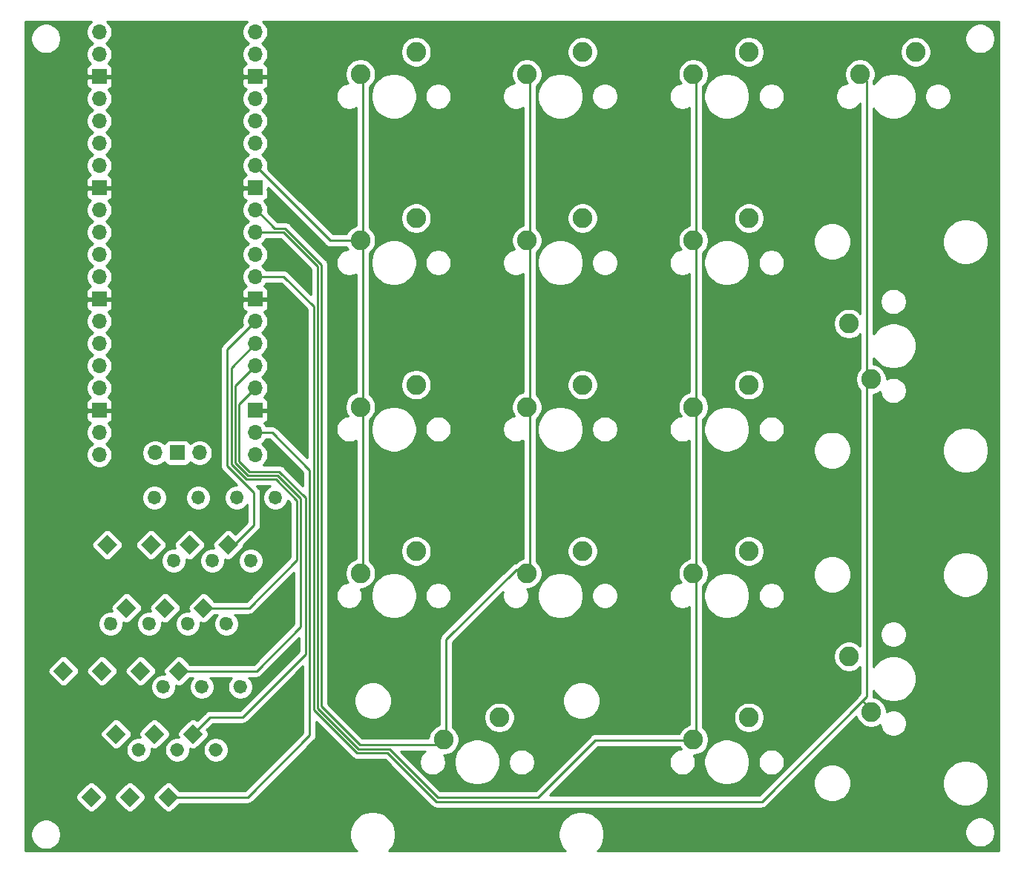
<source format=gbl>
G04 #@! TF.GenerationSoftware,KiCad,Pcbnew,(5.1.10)-1*
G04 #@! TF.CreationDate,2021-09-20T14:50:31+01:00*
G04 #@! TF.ProjectId,env-npd,656e762d-6e70-4642-9e6b-696361645f70,rev?*
G04 #@! TF.SameCoordinates,Original*
G04 #@! TF.FileFunction,Copper,L2,Bot*
G04 #@! TF.FilePolarity,Positive*
%FSLAX46Y46*%
G04 Gerber Fmt 4.6, Leading zero omitted, Abs format (unit mm)*
G04 Created by KiCad (PCBNEW (5.1.10)-1) date 2021-09-20 14:50:31*
%MOMM*%
%LPD*%
G01*
G04 APERTURE LIST*
G04 #@! TA.AperFunction,ComponentPad*
%ADD10C,0.100000*%
G04 #@! TD*
G04 #@! TA.AperFunction,ComponentPad*
%ADD11O,1.700000X1.700000*%
G04 #@! TD*
G04 #@! TA.AperFunction,ComponentPad*
%ADD12R,1.700000X1.700000*%
G04 #@! TD*
G04 #@! TA.AperFunction,ComponentPad*
%ADD13C,2.250000*%
G04 #@! TD*
G04 #@! TA.AperFunction,ViaPad*
%ADD14C,0.800000*%
G04 #@! TD*
G04 #@! TA.AperFunction,Conductor*
%ADD15C,0.250000*%
G04 #@! TD*
G04 #@! TA.AperFunction,Conductor*
%ADD16C,0.254000*%
G04 #@! TD*
G04 #@! TA.AperFunction,Conductor*
%ADD17C,0.100000*%
G04 #@! TD*
G04 APERTURE END LIST*
G04 #@! TA.AperFunction,ComponentPad*
G36*
G01*
X82622469Y-114377531D02*
X82622469Y-114377531D01*
G75*
G02*
X82622469Y-113246161I565685J565685D01*
G01*
X82622469Y-113246161D01*
G75*
G02*
X83753839Y-113246161I565685J-565685D01*
G01*
X83753839Y-113246161D01*
G75*
G02*
X83753839Y-114377531I-565685J-565685D01*
G01*
X83753839Y-114377531D01*
G75*
G02*
X82622469Y-114377531I-565685J565685D01*
G01*
G37*
G04 #@! TD.AperFunction*
G04 #@! TA.AperFunction,ComponentPad*
D10*
G36*
X77800000Y-120331371D02*
G01*
X76668629Y-119200000D01*
X77800000Y-118068629D01*
X78931371Y-119200000D01*
X77800000Y-120331371D01*
G37*
G04 #@! TD.AperFunction*
G04 #@! TA.AperFunction,ComponentPad*
G36*
G01*
X80822469Y-143177531D02*
X80822469Y-143177531D01*
G75*
G02*
X80822469Y-142046161I565685J565685D01*
G01*
X80822469Y-142046161D01*
G75*
G02*
X81953839Y-142046161I565685J-565685D01*
G01*
X81953839Y-142046161D01*
G75*
G02*
X81953839Y-143177531I-565685J-565685D01*
G01*
X81953839Y-143177531D01*
G75*
G02*
X80822469Y-143177531I-565685J565685D01*
G01*
G37*
G04 #@! TD.AperFunction*
G04 #@! TA.AperFunction,ComponentPad*
G36*
X76000000Y-149131371D02*
G01*
X74868629Y-148000000D01*
X76000000Y-146868629D01*
X77131371Y-148000000D01*
X76000000Y-149131371D01*
G37*
G04 #@! TD.AperFunction*
G04 #@! TA.AperFunction,ComponentPad*
G36*
G01*
X85222469Y-143177531D02*
X85222469Y-143177531D01*
G75*
G02*
X85222469Y-142046161I565685J565685D01*
G01*
X85222469Y-142046161D01*
G75*
G02*
X86353839Y-142046161I565685J-565685D01*
G01*
X86353839Y-142046161D01*
G75*
G02*
X86353839Y-143177531I-565685J-565685D01*
G01*
X86353839Y-143177531D01*
G75*
G02*
X85222469Y-143177531I-565685J565685D01*
G01*
G37*
G04 #@! TD.AperFunction*
G04 #@! TA.AperFunction,ComponentPad*
G36*
X80400000Y-149131371D02*
G01*
X79268629Y-148000000D01*
X80400000Y-146868629D01*
X81531371Y-148000000D01*
X80400000Y-149131371D01*
G37*
G04 #@! TD.AperFunction*
G04 #@! TA.AperFunction,ComponentPad*
G36*
G01*
X89622469Y-143177531D02*
X89622469Y-143177531D01*
G75*
G02*
X89622469Y-142046161I565685J565685D01*
G01*
X89622469Y-142046161D01*
G75*
G02*
X90753839Y-142046161I565685J-565685D01*
G01*
X90753839Y-142046161D01*
G75*
G02*
X90753839Y-143177531I-565685J-565685D01*
G01*
X90753839Y-143177531D01*
G75*
G02*
X89622469Y-143177531I-565685J565685D01*
G01*
G37*
G04 #@! TD.AperFunction*
G04 #@! TA.AperFunction,ComponentPad*
G36*
X84800000Y-149131371D02*
G01*
X83668629Y-148000000D01*
X84800000Y-146868629D01*
X85931371Y-148000000D01*
X84800000Y-149131371D01*
G37*
G04 #@! TD.AperFunction*
G04 #@! TA.AperFunction,ComponentPad*
G36*
G01*
X83622469Y-135977531D02*
X83622469Y-135977531D01*
G75*
G02*
X83622469Y-134846161I565685J565685D01*
G01*
X83622469Y-134846161D01*
G75*
G02*
X84753839Y-134846161I565685J-565685D01*
G01*
X84753839Y-134846161D01*
G75*
G02*
X84753839Y-135977531I-565685J-565685D01*
G01*
X84753839Y-135977531D01*
G75*
G02*
X83622469Y-135977531I-565685J565685D01*
G01*
G37*
G04 #@! TD.AperFunction*
G04 #@! TA.AperFunction,ComponentPad*
G36*
X78800000Y-141931371D02*
G01*
X77668629Y-140800000D01*
X78800000Y-139668629D01*
X79931371Y-140800000D01*
X78800000Y-141931371D01*
G37*
G04 #@! TD.AperFunction*
G04 #@! TA.AperFunction,ComponentPad*
G36*
G01*
X88022469Y-135977531D02*
X88022469Y-135977531D01*
G75*
G02*
X88022469Y-134846161I565685J565685D01*
G01*
X88022469Y-134846161D01*
G75*
G02*
X89153839Y-134846161I565685J-565685D01*
G01*
X89153839Y-134846161D01*
G75*
G02*
X89153839Y-135977531I-565685J-565685D01*
G01*
X89153839Y-135977531D01*
G75*
G02*
X88022469Y-135977531I-565685J565685D01*
G01*
G37*
G04 #@! TD.AperFunction*
G04 #@! TA.AperFunction,ComponentPad*
G36*
X83200000Y-141931371D02*
G01*
X82068629Y-140800000D01*
X83200000Y-139668629D01*
X84331371Y-140800000D01*
X83200000Y-141931371D01*
G37*
G04 #@! TD.AperFunction*
G04 #@! TA.AperFunction,ComponentPad*
G36*
G01*
X92422469Y-135977531D02*
X92422469Y-135977531D01*
G75*
G02*
X92422469Y-134846161I565685J565685D01*
G01*
X92422469Y-134846161D01*
G75*
G02*
X93553839Y-134846161I565685J-565685D01*
G01*
X93553839Y-134846161D01*
G75*
G02*
X93553839Y-135977531I-565685J-565685D01*
G01*
X93553839Y-135977531D01*
G75*
G02*
X92422469Y-135977531I-565685J565685D01*
G01*
G37*
G04 #@! TD.AperFunction*
G04 #@! TA.AperFunction,ComponentPad*
G36*
X87600000Y-141931371D02*
G01*
X86468629Y-140800000D01*
X87600000Y-139668629D01*
X88731371Y-140800000D01*
X87600000Y-141931371D01*
G37*
G04 #@! TD.AperFunction*
G04 #@! TA.AperFunction,ComponentPad*
G36*
G01*
X77622469Y-128777531D02*
X77622469Y-128777531D01*
G75*
G02*
X77622469Y-127646161I565685J565685D01*
G01*
X77622469Y-127646161D01*
G75*
G02*
X78753839Y-127646161I565685J-565685D01*
G01*
X78753839Y-127646161D01*
G75*
G02*
X78753839Y-128777531I-565685J-565685D01*
G01*
X78753839Y-128777531D01*
G75*
G02*
X77622469Y-128777531I-565685J565685D01*
G01*
G37*
G04 #@! TD.AperFunction*
G04 #@! TA.AperFunction,ComponentPad*
G36*
X72800000Y-134731371D02*
G01*
X71668629Y-133600000D01*
X72800000Y-132468629D01*
X73931371Y-133600000D01*
X72800000Y-134731371D01*
G37*
G04 #@! TD.AperFunction*
G04 #@! TA.AperFunction,ComponentPad*
G36*
G01*
X82022469Y-128777531D02*
X82022469Y-128777531D01*
G75*
G02*
X82022469Y-127646161I565685J565685D01*
G01*
X82022469Y-127646161D01*
G75*
G02*
X83153839Y-127646161I565685J-565685D01*
G01*
X83153839Y-127646161D01*
G75*
G02*
X83153839Y-128777531I-565685J-565685D01*
G01*
X83153839Y-128777531D01*
G75*
G02*
X82022469Y-128777531I-565685J565685D01*
G01*
G37*
G04 #@! TD.AperFunction*
G04 #@! TA.AperFunction,ComponentPad*
G36*
X77200000Y-134731371D02*
G01*
X76068629Y-133600000D01*
X77200000Y-132468629D01*
X78331371Y-133600000D01*
X77200000Y-134731371D01*
G37*
G04 #@! TD.AperFunction*
G04 #@! TA.AperFunction,ComponentPad*
G36*
G01*
X86422469Y-128777531D02*
X86422469Y-128777531D01*
G75*
G02*
X86422469Y-127646161I565685J565685D01*
G01*
X86422469Y-127646161D01*
G75*
G02*
X87553839Y-127646161I565685J-565685D01*
G01*
X87553839Y-127646161D01*
G75*
G02*
X87553839Y-128777531I-565685J-565685D01*
G01*
X87553839Y-128777531D01*
G75*
G02*
X86422469Y-128777531I-565685J565685D01*
G01*
G37*
G04 #@! TD.AperFunction*
G04 #@! TA.AperFunction,ComponentPad*
G36*
X81600000Y-134731371D02*
G01*
X80468629Y-133600000D01*
X81600000Y-132468629D01*
X82731371Y-133600000D01*
X81600000Y-134731371D01*
G37*
G04 #@! TD.AperFunction*
G04 #@! TA.AperFunction,ComponentPad*
G36*
G01*
X90822469Y-128777531D02*
X90822469Y-128777531D01*
G75*
G02*
X90822469Y-127646161I565685J565685D01*
G01*
X90822469Y-127646161D01*
G75*
G02*
X91953839Y-127646161I565685J-565685D01*
G01*
X91953839Y-127646161D01*
G75*
G02*
X91953839Y-128777531I-565685J-565685D01*
G01*
X91953839Y-128777531D01*
G75*
G02*
X90822469Y-128777531I-565685J565685D01*
G01*
G37*
G04 #@! TD.AperFunction*
G04 #@! TA.AperFunction,ComponentPad*
G36*
X86000000Y-134731371D02*
G01*
X84868629Y-133600000D01*
X86000000Y-132468629D01*
X87131371Y-133600000D01*
X86000000Y-134731371D01*
G37*
G04 #@! TD.AperFunction*
G04 #@! TA.AperFunction,ComponentPad*
G36*
G01*
X84822469Y-121577531D02*
X84822469Y-121577531D01*
G75*
G02*
X84822469Y-120446161I565685J565685D01*
G01*
X84822469Y-120446161D01*
G75*
G02*
X85953839Y-120446161I565685J-565685D01*
G01*
X85953839Y-120446161D01*
G75*
G02*
X85953839Y-121577531I-565685J-565685D01*
G01*
X85953839Y-121577531D01*
G75*
G02*
X84822469Y-121577531I-565685J565685D01*
G01*
G37*
G04 #@! TD.AperFunction*
G04 #@! TA.AperFunction,ComponentPad*
G36*
X80000000Y-127531371D02*
G01*
X78868629Y-126400000D01*
X80000000Y-125268629D01*
X81131371Y-126400000D01*
X80000000Y-127531371D01*
G37*
G04 #@! TD.AperFunction*
G04 #@! TA.AperFunction,ComponentPad*
G36*
G01*
X89222469Y-121577531D02*
X89222469Y-121577531D01*
G75*
G02*
X89222469Y-120446161I565685J565685D01*
G01*
X89222469Y-120446161D01*
G75*
G02*
X90353839Y-120446161I565685J-565685D01*
G01*
X90353839Y-120446161D01*
G75*
G02*
X90353839Y-121577531I-565685J-565685D01*
G01*
X90353839Y-121577531D01*
G75*
G02*
X89222469Y-121577531I-565685J565685D01*
G01*
G37*
G04 #@! TD.AperFunction*
G04 #@! TA.AperFunction,ComponentPad*
G36*
X84400000Y-127531371D02*
G01*
X83268629Y-126400000D01*
X84400000Y-125268629D01*
X85531371Y-126400000D01*
X84400000Y-127531371D01*
G37*
G04 #@! TD.AperFunction*
G04 #@! TA.AperFunction,ComponentPad*
G36*
G01*
X93622469Y-121577531D02*
X93622469Y-121577531D01*
G75*
G02*
X93622469Y-120446161I565685J565685D01*
G01*
X93622469Y-120446161D01*
G75*
G02*
X94753839Y-120446161I565685J-565685D01*
G01*
X94753839Y-120446161D01*
G75*
G02*
X94753839Y-121577531I-565685J-565685D01*
G01*
X94753839Y-121577531D01*
G75*
G02*
X93622469Y-121577531I-565685J565685D01*
G01*
G37*
G04 #@! TD.AperFunction*
G04 #@! TA.AperFunction,ComponentPad*
G36*
X88800000Y-127531371D02*
G01*
X87668629Y-126400000D01*
X88800000Y-125268629D01*
X89931371Y-126400000D01*
X88800000Y-127531371D01*
G37*
G04 #@! TD.AperFunction*
G04 #@! TA.AperFunction,ComponentPad*
G36*
G01*
X87622469Y-114377531D02*
X87622469Y-114377531D01*
G75*
G02*
X87622469Y-113246161I565685J565685D01*
G01*
X87622469Y-113246161D01*
G75*
G02*
X88753839Y-113246161I565685J-565685D01*
G01*
X88753839Y-113246161D01*
G75*
G02*
X88753839Y-114377531I-565685J-565685D01*
G01*
X88753839Y-114377531D01*
G75*
G02*
X87622469Y-114377531I-565685J565685D01*
G01*
G37*
G04 #@! TD.AperFunction*
G04 #@! TA.AperFunction,ComponentPad*
G36*
X82800000Y-120331371D02*
G01*
X81668629Y-119200000D01*
X82800000Y-118068629D01*
X83931371Y-119200000D01*
X82800000Y-120331371D01*
G37*
G04 #@! TD.AperFunction*
G04 #@! TA.AperFunction,ComponentPad*
G36*
G01*
X92022469Y-114377531D02*
X92022469Y-114377531D01*
G75*
G02*
X92022469Y-113246161I565685J565685D01*
G01*
X92022469Y-113246161D01*
G75*
G02*
X93153839Y-113246161I565685J-565685D01*
G01*
X93153839Y-113246161D01*
G75*
G02*
X93153839Y-114377531I-565685J-565685D01*
G01*
X93153839Y-114377531D01*
G75*
G02*
X92022469Y-114377531I-565685J565685D01*
G01*
G37*
G04 #@! TD.AperFunction*
G04 #@! TA.AperFunction,ComponentPad*
G36*
X87200000Y-120331371D02*
G01*
X86068629Y-119200000D01*
X87200000Y-118068629D01*
X88331371Y-119200000D01*
X87200000Y-120331371D01*
G37*
G04 #@! TD.AperFunction*
G04 #@! TA.AperFunction,ComponentPad*
G36*
G01*
X96422469Y-114377531D02*
X96422469Y-114377531D01*
G75*
G02*
X96422469Y-113246161I565685J565685D01*
G01*
X96422469Y-113246161D01*
G75*
G02*
X97553839Y-113246161I565685J-565685D01*
G01*
X97553839Y-113246161D01*
G75*
G02*
X97553839Y-114377531I-565685J-565685D01*
G01*
X97553839Y-114377531D01*
G75*
G02*
X96422469Y-114377531I-565685J565685D01*
G01*
G37*
G04 #@! TD.AperFunction*
G04 #@! TA.AperFunction,ComponentPad*
G36*
X91600000Y-120331371D02*
G01*
X90468629Y-119200000D01*
X91600000Y-118068629D01*
X92731371Y-119200000D01*
X91600000Y-120331371D01*
G37*
G04 #@! TD.AperFunction*
D11*
X76910000Y-60670000D03*
X76910000Y-63210000D03*
D12*
X76910000Y-65750000D03*
D11*
X76910000Y-68290000D03*
X76910000Y-70830000D03*
X76910000Y-73370000D03*
X76910000Y-75910000D03*
D12*
X76910000Y-78450000D03*
D11*
X76910000Y-80990000D03*
X76910000Y-83530000D03*
X76910000Y-86070000D03*
X76910000Y-88610000D03*
D12*
X76910000Y-91150000D03*
D11*
X76910000Y-93690000D03*
X76910000Y-96230000D03*
X76910000Y-98770000D03*
X76910000Y-101310000D03*
D12*
X76910000Y-103850000D03*
D11*
X76910000Y-106390000D03*
X76910000Y-108930000D03*
X94690000Y-108930000D03*
X94690000Y-106390000D03*
D12*
X94690000Y-103850000D03*
D11*
X94690000Y-101310000D03*
X94690000Y-98770000D03*
X94690000Y-96230000D03*
X94690000Y-93690000D03*
D12*
X94690000Y-91150000D03*
D11*
X94690000Y-88610000D03*
X94690000Y-86070000D03*
X94690000Y-83530000D03*
X94690000Y-80990000D03*
D12*
X94690000Y-78450000D03*
D11*
X94690000Y-75910000D03*
X94690000Y-73370000D03*
X94690000Y-70830000D03*
X94690000Y-68290000D03*
D12*
X94690000Y-65750000D03*
D11*
X94690000Y-63210000D03*
X94690000Y-60670000D03*
X83260000Y-108700000D03*
D12*
X85800000Y-108700000D03*
D11*
X88340000Y-108700000D03*
D13*
X122540000Y-138920000D03*
X116190000Y-141460000D03*
X162420000Y-131960000D03*
X164960000Y-138310000D03*
X151040000Y-138920000D03*
X144690000Y-141460000D03*
X151040000Y-119920000D03*
X144690000Y-122460000D03*
X132040000Y-119920000D03*
X125690000Y-122460000D03*
X113040000Y-119920000D03*
X106690000Y-122460000D03*
X162420000Y-93960000D03*
X164960000Y-100310000D03*
X151040000Y-100920000D03*
X144690000Y-103460000D03*
X132040000Y-100920000D03*
X125690000Y-103460000D03*
X113040000Y-100920000D03*
X106690000Y-103460000D03*
X151040000Y-81920000D03*
X144690000Y-84460000D03*
X132040000Y-81920000D03*
X125690000Y-84460000D03*
X113040000Y-81920000D03*
X106690000Y-84460000D03*
X170040000Y-62920000D03*
X163690000Y-65460000D03*
X151040000Y-62920000D03*
X144690000Y-65460000D03*
X132040000Y-62920000D03*
X125690000Y-65460000D03*
X113040000Y-62920000D03*
X106690000Y-65460000D03*
D14*
X99150000Y-111000000D03*
X99600000Y-87500000D03*
D15*
X106950000Y-65650000D02*
X106690000Y-65390000D01*
X106690000Y-122460000D02*
X106950000Y-122200000D01*
X106690000Y-83860000D02*
X106950000Y-83600000D01*
X106690000Y-84460000D02*
X106690000Y-83860000D01*
X106950000Y-83600000D02*
X106950000Y-65650000D01*
X106690000Y-122210000D02*
X106950000Y-121950000D01*
X106690000Y-122460000D02*
X106690000Y-122210000D01*
X106950000Y-122200000D02*
X106950000Y-121950000D01*
X106790000Y-103460000D02*
X106950000Y-103300000D01*
X106690000Y-103460000D02*
X106790000Y-103460000D01*
X106950000Y-103300000D02*
X106950000Y-83600000D01*
X106950000Y-121950000D02*
X106950000Y-103300000D01*
X98750000Y-79970000D02*
X94690000Y-75910000D01*
X103240000Y-84460000D02*
X98750000Y-79970000D01*
X106690000Y-84460000D02*
X103240000Y-84460000D01*
X125690000Y-65460000D02*
X126000000Y-65770000D01*
X125690000Y-121860000D02*
X126000000Y-121550000D01*
X125690000Y-122460000D02*
X125690000Y-121860000D01*
X125690000Y-103460000D02*
X125690000Y-102760000D01*
X125690000Y-102760000D02*
X126000000Y-102450000D01*
X126000000Y-102450000D02*
X126000000Y-121550000D01*
X125690000Y-83710000D02*
X126000000Y-83400000D01*
X125690000Y-84460000D02*
X125690000Y-83710000D01*
X126000000Y-83400000D02*
X126000000Y-102450000D01*
X126000000Y-65770000D02*
X126000000Y-83400000D01*
X94840000Y-80990000D02*
X94690000Y-80990000D01*
X96929990Y-83079990D02*
X94840000Y-80990000D01*
X102250000Y-137650000D02*
X102250000Y-87213590D01*
X106600000Y-142000000D02*
X102250000Y-137650000D01*
X98116400Y-83079990D02*
X96929990Y-83079990D01*
X116500000Y-141000000D02*
X115500000Y-142000000D01*
X116500000Y-130000000D02*
X116500000Y-141000000D01*
X115500000Y-142000000D02*
X106600000Y-142000000D01*
X124500000Y-122000000D02*
X116500000Y-130000000D01*
X102250000Y-87213590D02*
X98116400Y-83079990D01*
X126000000Y-122000000D02*
X124500000Y-122000000D01*
X126000000Y-121550000D02*
X126000000Y-122000000D01*
X144690000Y-65460000D02*
X145000000Y-65770000D01*
X145000000Y-65770000D02*
X145000000Y-67000000D01*
X145000000Y-66050000D02*
X145000000Y-67000000D01*
X144690000Y-65740000D02*
X145000000Y-66050000D01*
X144690000Y-65460000D02*
X144690000Y-65740000D01*
X144740000Y-84460000D02*
X145000000Y-84200000D01*
X144690000Y-84460000D02*
X144740000Y-84460000D01*
X145000000Y-67000000D02*
X145000000Y-84200000D01*
X144690000Y-103360000D02*
X145000000Y-103050000D01*
X144690000Y-103460000D02*
X144690000Y-103360000D01*
X145000000Y-84200000D02*
X145000000Y-103050000D01*
X144860000Y-122460000D02*
X145000000Y-122600000D01*
X144690000Y-122460000D02*
X144860000Y-122460000D01*
X145000000Y-103050000D02*
X145000000Y-122600000D01*
X145000000Y-122600000D02*
X145000000Y-141500000D01*
X145000000Y-141500000D02*
X133500000Y-141500000D01*
X133500000Y-141500000D02*
X127000000Y-148000000D01*
X115500000Y-148000000D02*
X110000000Y-142500000D01*
X110000000Y-142500000D02*
X106450000Y-142500000D01*
X106450000Y-142500000D02*
X104000000Y-140050000D01*
X104000000Y-140050000D02*
X104000000Y-140036410D01*
X104000000Y-140036410D02*
X101800000Y-137836410D01*
X127000000Y-148000000D02*
X115500000Y-148000000D01*
X101800000Y-137836410D02*
X101800000Y-87400000D01*
X97930000Y-83530000D02*
X94690000Y-83530000D01*
X101800000Y-87400000D02*
X97930000Y-83530000D01*
X164960000Y-137960000D02*
X164000000Y-137000000D01*
X164960000Y-138310000D02*
X164960000Y-137960000D01*
X164500000Y-136500000D02*
X164000000Y-137000000D01*
X163690000Y-65460000D02*
X164500000Y-66270000D01*
X164590000Y-100310000D02*
X164500000Y-100400000D01*
X164960000Y-100310000D02*
X164590000Y-100310000D01*
X164500000Y-100400000D02*
X164500000Y-136500000D01*
X164500000Y-66270000D02*
X164500000Y-100400000D01*
X109800000Y-142950000D02*
X106263590Y-142950000D01*
X115350000Y-148500000D02*
X109800000Y-142950000D01*
X106263590Y-142950000D02*
X101350000Y-138036410D01*
X152500000Y-148500000D02*
X115350000Y-148500000D01*
X164000000Y-137000000D02*
X152500000Y-148500000D01*
X101350000Y-138036410D02*
X101350000Y-92000000D01*
X97960000Y-88610000D02*
X94690000Y-88610000D01*
X101350000Y-92000000D02*
X97960000Y-88610000D01*
X92300000Y-119200000D02*
X91600000Y-119200000D01*
X94550000Y-116950000D02*
X92300000Y-119200000D01*
X94550000Y-113259230D02*
X94550000Y-116950000D01*
X91499971Y-110209201D02*
X94550000Y-113259230D01*
X91499970Y-96880030D02*
X91499971Y-110209201D01*
X94690000Y-93690000D02*
X91499970Y-96880030D01*
X88800000Y-126400000D02*
X93999990Y-126400000D01*
X93999990Y-126400000D02*
X99450000Y-120949990D01*
X99450000Y-120949990D02*
X99450000Y-114122820D01*
X99450000Y-114122820D02*
X97077199Y-111750019D01*
X97077199Y-111750019D02*
X93677198Y-111750018D01*
X93677198Y-111750018D02*
X91949980Y-110022800D01*
X91949980Y-98970020D02*
X94690000Y-96230000D01*
X91949980Y-110022800D02*
X91949980Y-98970020D01*
X86000000Y-133600000D02*
X94849970Y-133600000D01*
X94849970Y-133600000D02*
X99900000Y-128549970D01*
X99900000Y-128549970D02*
X99900000Y-113936410D01*
X93863599Y-111300009D02*
X92399990Y-109836400D01*
X97263600Y-111300010D02*
X93863599Y-111300009D01*
X99900000Y-113936410D02*
X97263600Y-111300010D01*
X92399990Y-101060010D02*
X94690000Y-98770000D01*
X92399990Y-109836400D02*
X92399990Y-101060010D01*
X87600000Y-140800000D02*
X89550000Y-138850000D01*
X89550000Y-138850000D02*
X93250000Y-138850000D01*
X93250000Y-138850000D02*
X100449980Y-131650020D01*
X100449980Y-131650020D02*
X100449980Y-113849980D01*
X100449980Y-113849980D02*
X97450000Y-110850000D01*
X97450000Y-110850000D02*
X94050000Y-110850000D01*
X94050000Y-110850000D02*
X92850000Y-109650000D01*
X92850000Y-103150000D02*
X94690000Y-101310000D01*
X92850000Y-109650000D02*
X92850000Y-103150000D01*
X84800000Y-148000000D02*
X93850000Y-148000000D01*
X93850000Y-148000000D02*
X100899990Y-140950010D01*
X100899990Y-140950010D02*
X100899990Y-110649990D01*
X96640000Y-106390000D02*
X94690000Y-106390000D01*
X100899990Y-110649990D02*
X96640000Y-106390000D01*
D16*
X75963368Y-59516525D02*
X75756525Y-59723368D01*
X75594010Y-59966589D01*
X75482068Y-60236842D01*
X75425000Y-60523740D01*
X75425000Y-60816260D01*
X75482068Y-61103158D01*
X75594010Y-61373411D01*
X75756525Y-61616632D01*
X75963368Y-61823475D01*
X76137760Y-61940000D01*
X75963368Y-62056525D01*
X75756525Y-62263368D01*
X75594010Y-62506589D01*
X75482068Y-62776842D01*
X75425000Y-63063740D01*
X75425000Y-63356260D01*
X75482068Y-63643158D01*
X75594010Y-63913411D01*
X75756525Y-64156632D01*
X75888380Y-64288487D01*
X75815820Y-64310498D01*
X75705506Y-64369463D01*
X75608815Y-64448815D01*
X75529463Y-64545506D01*
X75470498Y-64655820D01*
X75434188Y-64775518D01*
X75421928Y-64900000D01*
X75425000Y-65464250D01*
X75583750Y-65623000D01*
X76783000Y-65623000D01*
X76783000Y-65603000D01*
X77037000Y-65603000D01*
X77037000Y-65623000D01*
X78236250Y-65623000D01*
X78395000Y-65464250D01*
X78398072Y-64900000D01*
X78385812Y-64775518D01*
X78349502Y-64655820D01*
X78290537Y-64545506D01*
X78211185Y-64448815D01*
X78114494Y-64369463D01*
X78004180Y-64310498D01*
X77931620Y-64288487D01*
X78063475Y-64156632D01*
X78225990Y-63913411D01*
X78337932Y-63643158D01*
X78395000Y-63356260D01*
X78395000Y-63063740D01*
X78337932Y-62776842D01*
X78225990Y-62506589D01*
X78063475Y-62263368D01*
X77856632Y-62056525D01*
X77682240Y-61940000D01*
X77856632Y-61823475D01*
X78063475Y-61616632D01*
X78225990Y-61373411D01*
X78337932Y-61103158D01*
X78395000Y-60816260D01*
X78395000Y-60523740D01*
X78337932Y-60236842D01*
X78225990Y-59966589D01*
X78063475Y-59723368D01*
X77856632Y-59516525D01*
X77809451Y-59485000D01*
X93790549Y-59485000D01*
X93743368Y-59516525D01*
X93536525Y-59723368D01*
X93374010Y-59966589D01*
X93262068Y-60236842D01*
X93205000Y-60523740D01*
X93205000Y-60816260D01*
X93262068Y-61103158D01*
X93374010Y-61373411D01*
X93536525Y-61616632D01*
X93743368Y-61823475D01*
X93917760Y-61940000D01*
X93743368Y-62056525D01*
X93536525Y-62263368D01*
X93374010Y-62506589D01*
X93262068Y-62776842D01*
X93205000Y-63063740D01*
X93205000Y-63356260D01*
X93262068Y-63643158D01*
X93374010Y-63913411D01*
X93536525Y-64156632D01*
X93668380Y-64288487D01*
X93595820Y-64310498D01*
X93485506Y-64369463D01*
X93388815Y-64448815D01*
X93309463Y-64545506D01*
X93250498Y-64655820D01*
X93214188Y-64775518D01*
X93201928Y-64900000D01*
X93205000Y-65464250D01*
X93363750Y-65623000D01*
X94563000Y-65623000D01*
X94563000Y-65603000D01*
X94817000Y-65603000D01*
X94817000Y-65623000D01*
X96016250Y-65623000D01*
X96175000Y-65464250D01*
X96178072Y-64900000D01*
X96165812Y-64775518D01*
X96129502Y-64655820D01*
X96070537Y-64545506D01*
X95991185Y-64448815D01*
X95894494Y-64369463D01*
X95784180Y-64310498D01*
X95711620Y-64288487D01*
X95843475Y-64156632D01*
X96005990Y-63913411D01*
X96117932Y-63643158D01*
X96175000Y-63356260D01*
X96175000Y-63063740D01*
X96117932Y-62776842D01*
X96105429Y-62746655D01*
X111280000Y-62746655D01*
X111280000Y-63093345D01*
X111347636Y-63433373D01*
X111480308Y-63753673D01*
X111672919Y-64041935D01*
X111918065Y-64287081D01*
X112206327Y-64479692D01*
X112526627Y-64612364D01*
X112866655Y-64680000D01*
X113213345Y-64680000D01*
X113553373Y-64612364D01*
X113873673Y-64479692D01*
X114161935Y-64287081D01*
X114407081Y-64041935D01*
X114599692Y-63753673D01*
X114732364Y-63433373D01*
X114800000Y-63093345D01*
X114800000Y-62746655D01*
X130280000Y-62746655D01*
X130280000Y-63093345D01*
X130347636Y-63433373D01*
X130480308Y-63753673D01*
X130672919Y-64041935D01*
X130918065Y-64287081D01*
X131206327Y-64479692D01*
X131526627Y-64612364D01*
X131866655Y-64680000D01*
X132213345Y-64680000D01*
X132553373Y-64612364D01*
X132873673Y-64479692D01*
X133161935Y-64287081D01*
X133407081Y-64041935D01*
X133599692Y-63753673D01*
X133732364Y-63433373D01*
X133800000Y-63093345D01*
X133800000Y-62746655D01*
X149280000Y-62746655D01*
X149280000Y-63093345D01*
X149347636Y-63433373D01*
X149480308Y-63753673D01*
X149672919Y-64041935D01*
X149918065Y-64287081D01*
X150206327Y-64479692D01*
X150526627Y-64612364D01*
X150866655Y-64680000D01*
X151213345Y-64680000D01*
X151553373Y-64612364D01*
X151873673Y-64479692D01*
X152161935Y-64287081D01*
X152407081Y-64041935D01*
X152599692Y-63753673D01*
X152732364Y-63433373D01*
X152800000Y-63093345D01*
X152800000Y-62746655D01*
X168280000Y-62746655D01*
X168280000Y-63093345D01*
X168347636Y-63433373D01*
X168480308Y-63753673D01*
X168672919Y-64041935D01*
X168918065Y-64287081D01*
X169206327Y-64479692D01*
X169526627Y-64612364D01*
X169866655Y-64680000D01*
X170213345Y-64680000D01*
X170553373Y-64612364D01*
X170873673Y-64479692D01*
X171161935Y-64287081D01*
X171407081Y-64041935D01*
X171599692Y-63753673D01*
X171732364Y-63433373D01*
X171800000Y-63093345D01*
X171800000Y-62746655D01*
X171732364Y-62406627D01*
X171599692Y-62086327D01*
X171407081Y-61798065D01*
X171161935Y-61552919D01*
X170873673Y-61360308D01*
X170556949Y-61229117D01*
X175665000Y-61229117D01*
X175665000Y-61570883D01*
X175731675Y-61906081D01*
X175862463Y-62221831D01*
X176052337Y-62505998D01*
X176294002Y-62747663D01*
X176578169Y-62937537D01*
X176893919Y-63068325D01*
X177229117Y-63135000D01*
X177570883Y-63135000D01*
X177906081Y-63068325D01*
X178221831Y-62937537D01*
X178505998Y-62747663D01*
X178747663Y-62505998D01*
X178937537Y-62221831D01*
X179068325Y-61906081D01*
X179135000Y-61570883D01*
X179135000Y-61229117D01*
X179068325Y-60893919D01*
X178937537Y-60578169D01*
X178747663Y-60294002D01*
X178505998Y-60052337D01*
X178221831Y-59862463D01*
X177906081Y-59731675D01*
X177570883Y-59665000D01*
X177229117Y-59665000D01*
X176893919Y-59731675D01*
X176578169Y-59862463D01*
X176294002Y-60052337D01*
X176052337Y-60294002D01*
X175862463Y-60578169D01*
X175731675Y-60893919D01*
X175665000Y-61229117D01*
X170556949Y-61229117D01*
X170553373Y-61227636D01*
X170213345Y-61160000D01*
X169866655Y-61160000D01*
X169526627Y-61227636D01*
X169206327Y-61360308D01*
X168918065Y-61552919D01*
X168672919Y-61798065D01*
X168480308Y-62086327D01*
X168347636Y-62406627D01*
X168280000Y-62746655D01*
X152800000Y-62746655D01*
X152732364Y-62406627D01*
X152599692Y-62086327D01*
X152407081Y-61798065D01*
X152161935Y-61552919D01*
X151873673Y-61360308D01*
X151553373Y-61227636D01*
X151213345Y-61160000D01*
X150866655Y-61160000D01*
X150526627Y-61227636D01*
X150206327Y-61360308D01*
X149918065Y-61552919D01*
X149672919Y-61798065D01*
X149480308Y-62086327D01*
X149347636Y-62406627D01*
X149280000Y-62746655D01*
X133800000Y-62746655D01*
X133732364Y-62406627D01*
X133599692Y-62086327D01*
X133407081Y-61798065D01*
X133161935Y-61552919D01*
X132873673Y-61360308D01*
X132553373Y-61227636D01*
X132213345Y-61160000D01*
X131866655Y-61160000D01*
X131526627Y-61227636D01*
X131206327Y-61360308D01*
X130918065Y-61552919D01*
X130672919Y-61798065D01*
X130480308Y-62086327D01*
X130347636Y-62406627D01*
X130280000Y-62746655D01*
X114800000Y-62746655D01*
X114732364Y-62406627D01*
X114599692Y-62086327D01*
X114407081Y-61798065D01*
X114161935Y-61552919D01*
X113873673Y-61360308D01*
X113553373Y-61227636D01*
X113213345Y-61160000D01*
X112866655Y-61160000D01*
X112526627Y-61227636D01*
X112206327Y-61360308D01*
X111918065Y-61552919D01*
X111672919Y-61798065D01*
X111480308Y-62086327D01*
X111347636Y-62406627D01*
X111280000Y-62746655D01*
X96105429Y-62746655D01*
X96005990Y-62506589D01*
X95843475Y-62263368D01*
X95636632Y-62056525D01*
X95462240Y-61940000D01*
X95636632Y-61823475D01*
X95843475Y-61616632D01*
X96005990Y-61373411D01*
X96117932Y-61103158D01*
X96175000Y-60816260D01*
X96175000Y-60523740D01*
X96117932Y-60236842D01*
X96005990Y-59966589D01*
X95843475Y-59723368D01*
X95636632Y-59516525D01*
X95589451Y-59485000D01*
X179515000Y-59485000D01*
X179515001Y-154165000D01*
X133714076Y-154165000D01*
X133948250Y-153930826D01*
X134235951Y-153500251D01*
X134434123Y-153021822D01*
X134535150Y-152513924D01*
X134535150Y-151996076D01*
X134501940Y-151829117D01*
X175665000Y-151829117D01*
X175665000Y-152170883D01*
X175731675Y-152506081D01*
X175862463Y-152821831D01*
X176052337Y-153105998D01*
X176294002Y-153347663D01*
X176578169Y-153537537D01*
X176893919Y-153668325D01*
X177229117Y-153735000D01*
X177570883Y-153735000D01*
X177906081Y-153668325D01*
X178221831Y-153537537D01*
X178505998Y-153347663D01*
X178747663Y-153105998D01*
X178937537Y-152821831D01*
X179068325Y-152506081D01*
X179135000Y-152170883D01*
X179135000Y-151829117D01*
X179068325Y-151493919D01*
X178937537Y-151178169D01*
X178747663Y-150894002D01*
X178505998Y-150652337D01*
X178221831Y-150462463D01*
X177906081Y-150331675D01*
X177570883Y-150265000D01*
X177229117Y-150265000D01*
X176893919Y-150331675D01*
X176578169Y-150462463D01*
X176294002Y-150652337D01*
X176052337Y-150894002D01*
X175862463Y-151178169D01*
X175731675Y-151493919D01*
X175665000Y-151829117D01*
X134501940Y-151829117D01*
X134434123Y-151488178D01*
X134235951Y-151009749D01*
X133948250Y-150579174D01*
X133582076Y-150213000D01*
X133151501Y-149925299D01*
X132673072Y-149727127D01*
X132165174Y-149626100D01*
X131647326Y-149626100D01*
X131139428Y-149727127D01*
X130660999Y-149925299D01*
X130230424Y-150213000D01*
X129864250Y-150579174D01*
X129576549Y-151009749D01*
X129378377Y-151488178D01*
X129277350Y-151996076D01*
X129277350Y-152513924D01*
X129378377Y-153021822D01*
X129576549Y-153500251D01*
X129864250Y-153930826D01*
X130098424Y-154165000D01*
X109901576Y-154165000D01*
X110135750Y-153930826D01*
X110423451Y-153500251D01*
X110621623Y-153021822D01*
X110722650Y-152513924D01*
X110722650Y-151996076D01*
X110621623Y-151488178D01*
X110423451Y-151009749D01*
X110135750Y-150579174D01*
X109769576Y-150213000D01*
X109339001Y-149925299D01*
X108860572Y-149727127D01*
X108352674Y-149626100D01*
X107834826Y-149626100D01*
X107326928Y-149727127D01*
X106848499Y-149925299D01*
X106417924Y-150213000D01*
X106051750Y-150579174D01*
X105764049Y-151009749D01*
X105565877Y-151488178D01*
X105464850Y-151996076D01*
X105464850Y-152513924D01*
X105565877Y-153021822D01*
X105764049Y-153500251D01*
X106051750Y-153930826D01*
X106285924Y-154165000D01*
X68485000Y-154165000D01*
X68485000Y-152079117D01*
X69065000Y-152079117D01*
X69065000Y-152420883D01*
X69131675Y-152756081D01*
X69262463Y-153071831D01*
X69452337Y-153355998D01*
X69694002Y-153597663D01*
X69978169Y-153787537D01*
X70293919Y-153918325D01*
X70629117Y-153985000D01*
X70970883Y-153985000D01*
X71306081Y-153918325D01*
X71621831Y-153787537D01*
X71905998Y-153597663D01*
X72147663Y-153355998D01*
X72337537Y-153071831D01*
X72468325Y-152756081D01*
X72535000Y-152420883D01*
X72535000Y-152079117D01*
X72468325Y-151743919D01*
X72337537Y-151428169D01*
X72147663Y-151144002D01*
X71905998Y-150902337D01*
X71621831Y-150712463D01*
X71306081Y-150581675D01*
X70970883Y-150515000D01*
X70629117Y-150515000D01*
X70293919Y-150581675D01*
X69978169Y-150712463D01*
X69694002Y-150902337D01*
X69452337Y-151144002D01*
X69262463Y-151428169D01*
X69131675Y-151743919D01*
X69065000Y-152079117D01*
X68485000Y-152079117D01*
X68485000Y-148000000D01*
X74230557Y-148000000D01*
X74242817Y-148124482D01*
X74279127Y-148244180D01*
X74338092Y-148354494D01*
X74417444Y-148451185D01*
X75548815Y-149582556D01*
X75645506Y-149661908D01*
X75755820Y-149720873D01*
X75875518Y-149757183D01*
X76000000Y-149769443D01*
X76124482Y-149757183D01*
X76244180Y-149720873D01*
X76354494Y-149661908D01*
X76451185Y-149582556D01*
X77582556Y-148451185D01*
X77661908Y-148354494D01*
X77720873Y-148244180D01*
X77757183Y-148124482D01*
X77769443Y-148000000D01*
X78630557Y-148000000D01*
X78642817Y-148124482D01*
X78679127Y-148244180D01*
X78738092Y-148354494D01*
X78817444Y-148451185D01*
X79948815Y-149582556D01*
X80045506Y-149661908D01*
X80155820Y-149720873D01*
X80275518Y-149757183D01*
X80400000Y-149769443D01*
X80524482Y-149757183D01*
X80644180Y-149720873D01*
X80754494Y-149661908D01*
X80851185Y-149582556D01*
X81982556Y-148451185D01*
X82061908Y-148354494D01*
X82120873Y-148244180D01*
X82157183Y-148124482D01*
X82169443Y-148000000D01*
X82157183Y-147875518D01*
X82120873Y-147755820D01*
X82061908Y-147645506D01*
X81982556Y-147548815D01*
X80851185Y-146417444D01*
X80754494Y-146338092D01*
X80644180Y-146279127D01*
X80524482Y-146242817D01*
X80400000Y-146230557D01*
X80275518Y-146242817D01*
X80155820Y-146279127D01*
X80045506Y-146338092D01*
X79948815Y-146417444D01*
X78817444Y-147548815D01*
X78738092Y-147645506D01*
X78679127Y-147755820D01*
X78642817Y-147875518D01*
X78630557Y-148000000D01*
X77769443Y-148000000D01*
X77757183Y-147875518D01*
X77720873Y-147755820D01*
X77661908Y-147645506D01*
X77582556Y-147548815D01*
X76451185Y-146417444D01*
X76354494Y-146338092D01*
X76244180Y-146279127D01*
X76124482Y-146242817D01*
X76000000Y-146230557D01*
X75875518Y-146242817D01*
X75755820Y-146279127D01*
X75645506Y-146338092D01*
X75548815Y-146417444D01*
X74417444Y-147548815D01*
X74338092Y-147645506D01*
X74279127Y-147755820D01*
X74242817Y-147875518D01*
X74230557Y-148000000D01*
X68485000Y-148000000D01*
X68485000Y-140800000D01*
X77030557Y-140800000D01*
X77042817Y-140924482D01*
X77079127Y-141044180D01*
X77138092Y-141154494D01*
X77217444Y-141251185D01*
X78348815Y-142382556D01*
X78445506Y-142461908D01*
X78555820Y-142520873D01*
X78675518Y-142557183D01*
X78800000Y-142569443D01*
X78924482Y-142557183D01*
X79044180Y-142520873D01*
X79138399Y-142470511D01*
X79953154Y-142470511D01*
X79953154Y-142753181D01*
X80008301Y-143030420D01*
X80116474Y-143291573D01*
X80273517Y-143526605D01*
X80473395Y-143726483D01*
X80708427Y-143883526D01*
X80969580Y-143991699D01*
X81246819Y-144046846D01*
X81529489Y-144046846D01*
X81806728Y-143991699D01*
X82067881Y-143883526D01*
X82302913Y-143726483D01*
X82502791Y-143526605D01*
X82659834Y-143291573D01*
X82768007Y-143030420D01*
X82823154Y-142753181D01*
X82823154Y-142470511D01*
X82816748Y-142438307D01*
X82845506Y-142461908D01*
X82955820Y-142520873D01*
X83075518Y-142557183D01*
X83200000Y-142569443D01*
X83324482Y-142557183D01*
X83444180Y-142520873D01*
X83554494Y-142461908D01*
X83651185Y-142382556D01*
X84782556Y-141251185D01*
X84861908Y-141154494D01*
X84920873Y-141044180D01*
X84957183Y-140924482D01*
X84969443Y-140800000D01*
X84957183Y-140675518D01*
X84920873Y-140555820D01*
X84861908Y-140445506D01*
X84782556Y-140348815D01*
X83651185Y-139217444D01*
X83554494Y-139138092D01*
X83444180Y-139079127D01*
X83324482Y-139042817D01*
X83200000Y-139030557D01*
X83075518Y-139042817D01*
X82955820Y-139079127D01*
X82845506Y-139138092D01*
X82748815Y-139217444D01*
X81617444Y-140348815D01*
X81538092Y-140445506D01*
X81479127Y-140555820D01*
X81442817Y-140675518D01*
X81430557Y-140800000D01*
X81442817Y-140924482D01*
X81479127Y-141044180D01*
X81538092Y-141154494D01*
X81561693Y-141183252D01*
X81529489Y-141176846D01*
X81246819Y-141176846D01*
X80969580Y-141231993D01*
X80708427Y-141340166D01*
X80473395Y-141497209D01*
X80273517Y-141697087D01*
X80116474Y-141932119D01*
X80008301Y-142193272D01*
X79953154Y-142470511D01*
X79138399Y-142470511D01*
X79154494Y-142461908D01*
X79251185Y-142382556D01*
X80382556Y-141251185D01*
X80461908Y-141154494D01*
X80520873Y-141044180D01*
X80557183Y-140924482D01*
X80569443Y-140800000D01*
X80557183Y-140675518D01*
X80520873Y-140555820D01*
X80461908Y-140445506D01*
X80382556Y-140348815D01*
X79251185Y-139217444D01*
X79154494Y-139138092D01*
X79044180Y-139079127D01*
X78924482Y-139042817D01*
X78800000Y-139030557D01*
X78675518Y-139042817D01*
X78555820Y-139079127D01*
X78445506Y-139138092D01*
X78348815Y-139217444D01*
X77217444Y-140348815D01*
X77138092Y-140445506D01*
X77079127Y-140555820D01*
X77042817Y-140675518D01*
X77030557Y-140800000D01*
X68485000Y-140800000D01*
X68485000Y-133600000D01*
X71030557Y-133600000D01*
X71042817Y-133724482D01*
X71079127Y-133844180D01*
X71138092Y-133954494D01*
X71217444Y-134051185D01*
X72348815Y-135182556D01*
X72445506Y-135261908D01*
X72555820Y-135320873D01*
X72675518Y-135357183D01*
X72800000Y-135369443D01*
X72924482Y-135357183D01*
X73044180Y-135320873D01*
X73154494Y-135261908D01*
X73251185Y-135182556D01*
X74382556Y-134051185D01*
X74461908Y-133954494D01*
X74520873Y-133844180D01*
X74557183Y-133724482D01*
X74569443Y-133600000D01*
X75430557Y-133600000D01*
X75442817Y-133724482D01*
X75479127Y-133844180D01*
X75538092Y-133954494D01*
X75617444Y-134051185D01*
X76748815Y-135182556D01*
X76845506Y-135261908D01*
X76955820Y-135320873D01*
X77075518Y-135357183D01*
X77200000Y-135369443D01*
X77324482Y-135357183D01*
X77444180Y-135320873D01*
X77554494Y-135261908D01*
X77651185Y-135182556D01*
X78782556Y-134051185D01*
X78861908Y-133954494D01*
X78920873Y-133844180D01*
X78957183Y-133724482D01*
X78969443Y-133600000D01*
X79830557Y-133600000D01*
X79842817Y-133724482D01*
X79879127Y-133844180D01*
X79938092Y-133954494D01*
X80017444Y-134051185D01*
X81148815Y-135182556D01*
X81245506Y-135261908D01*
X81355820Y-135320873D01*
X81475518Y-135357183D01*
X81600000Y-135369443D01*
X81724482Y-135357183D01*
X81844180Y-135320873D01*
X81938399Y-135270511D01*
X82753154Y-135270511D01*
X82753154Y-135553181D01*
X82808301Y-135830420D01*
X82916474Y-136091573D01*
X83073517Y-136326605D01*
X83273395Y-136526483D01*
X83508427Y-136683526D01*
X83769580Y-136791699D01*
X84046819Y-136846846D01*
X84329489Y-136846846D01*
X84606728Y-136791699D01*
X84867881Y-136683526D01*
X85102913Y-136526483D01*
X85302791Y-136326605D01*
X85459834Y-136091573D01*
X85568007Y-135830420D01*
X85623154Y-135553181D01*
X85623154Y-135270511D01*
X85616748Y-135238307D01*
X85645506Y-135261908D01*
X85755820Y-135320873D01*
X85875518Y-135357183D01*
X86000000Y-135369443D01*
X86124482Y-135357183D01*
X86244180Y-135320873D01*
X86354494Y-135261908D01*
X86451185Y-135182556D01*
X87273741Y-134360000D01*
X87610604Y-134360000D01*
X87473517Y-134497087D01*
X87316474Y-134732119D01*
X87208301Y-134993272D01*
X87153154Y-135270511D01*
X87153154Y-135553181D01*
X87208301Y-135830420D01*
X87316474Y-136091573D01*
X87473517Y-136326605D01*
X87673395Y-136526483D01*
X87908427Y-136683526D01*
X88169580Y-136791699D01*
X88446819Y-136846846D01*
X88729489Y-136846846D01*
X89006728Y-136791699D01*
X89267881Y-136683526D01*
X89502913Y-136526483D01*
X89702791Y-136326605D01*
X89859834Y-136091573D01*
X89968007Y-135830420D01*
X90023154Y-135553181D01*
X90023154Y-135270511D01*
X89968007Y-134993272D01*
X89859834Y-134732119D01*
X89702791Y-134497087D01*
X89565704Y-134360000D01*
X92010604Y-134360000D01*
X91873517Y-134497087D01*
X91716474Y-134732119D01*
X91608301Y-134993272D01*
X91553154Y-135270511D01*
X91553154Y-135553181D01*
X91608301Y-135830420D01*
X91716474Y-136091573D01*
X91873517Y-136326605D01*
X92073395Y-136526483D01*
X92308427Y-136683526D01*
X92569580Y-136791699D01*
X92846819Y-136846846D01*
X93129489Y-136846846D01*
X93406728Y-136791699D01*
X93667881Y-136683526D01*
X93902913Y-136526483D01*
X94102791Y-136326605D01*
X94259834Y-136091573D01*
X94368007Y-135830420D01*
X94423154Y-135553181D01*
X94423154Y-135270511D01*
X94368007Y-134993272D01*
X94259834Y-134732119D01*
X94102791Y-134497087D01*
X93965704Y-134360000D01*
X94812648Y-134360000D01*
X94849970Y-134363676D01*
X94887292Y-134360000D01*
X94887303Y-134360000D01*
X94998956Y-134349003D01*
X95142217Y-134305546D01*
X95274246Y-134234974D01*
X95389971Y-134140001D01*
X95413774Y-134110997D01*
X99689980Y-129834792D01*
X99689980Y-131335218D01*
X92935199Y-138090000D01*
X89587322Y-138090000D01*
X89549999Y-138086324D01*
X89512676Y-138090000D01*
X89512667Y-138090000D01*
X89401014Y-138100997D01*
X89257753Y-138144454D01*
X89125724Y-138215026D01*
X89125722Y-138215027D01*
X89125723Y-138215027D01*
X89038996Y-138286201D01*
X89038992Y-138286205D01*
X89009999Y-138309999D01*
X88986205Y-138338992D01*
X88079469Y-139245728D01*
X88051185Y-139217444D01*
X87954494Y-139138092D01*
X87844180Y-139079127D01*
X87724482Y-139042817D01*
X87600000Y-139030557D01*
X87475518Y-139042817D01*
X87355820Y-139079127D01*
X87245506Y-139138092D01*
X87148815Y-139217444D01*
X86017444Y-140348815D01*
X85938092Y-140445506D01*
X85879127Y-140555820D01*
X85842817Y-140675518D01*
X85830557Y-140800000D01*
X85842817Y-140924482D01*
X85879127Y-141044180D01*
X85938092Y-141154494D01*
X85961693Y-141183252D01*
X85929489Y-141176846D01*
X85646819Y-141176846D01*
X85369580Y-141231993D01*
X85108427Y-141340166D01*
X84873395Y-141497209D01*
X84673517Y-141697087D01*
X84516474Y-141932119D01*
X84408301Y-142193272D01*
X84353154Y-142470511D01*
X84353154Y-142753181D01*
X84408301Y-143030420D01*
X84516474Y-143291573D01*
X84673517Y-143526605D01*
X84873395Y-143726483D01*
X85108427Y-143883526D01*
X85369580Y-143991699D01*
X85646819Y-144046846D01*
X85929489Y-144046846D01*
X86206728Y-143991699D01*
X86467881Y-143883526D01*
X86702913Y-143726483D01*
X86902791Y-143526605D01*
X87059834Y-143291573D01*
X87168007Y-143030420D01*
X87223154Y-142753181D01*
X87223154Y-142470511D01*
X87216748Y-142438307D01*
X87245506Y-142461908D01*
X87355820Y-142520873D01*
X87475518Y-142557183D01*
X87600000Y-142569443D01*
X87724482Y-142557183D01*
X87844180Y-142520873D01*
X87938399Y-142470511D01*
X88753154Y-142470511D01*
X88753154Y-142753181D01*
X88808301Y-143030420D01*
X88916474Y-143291573D01*
X89073517Y-143526605D01*
X89273395Y-143726483D01*
X89508427Y-143883526D01*
X89769580Y-143991699D01*
X90046819Y-144046846D01*
X90329489Y-144046846D01*
X90606728Y-143991699D01*
X90867881Y-143883526D01*
X91102913Y-143726483D01*
X91302791Y-143526605D01*
X91459834Y-143291573D01*
X91568007Y-143030420D01*
X91623154Y-142753181D01*
X91623154Y-142470511D01*
X91568007Y-142193272D01*
X91459834Y-141932119D01*
X91302791Y-141697087D01*
X91102913Y-141497209D01*
X90867881Y-141340166D01*
X90606728Y-141231993D01*
X90329489Y-141176846D01*
X90046819Y-141176846D01*
X89769580Y-141231993D01*
X89508427Y-141340166D01*
X89273395Y-141497209D01*
X89073517Y-141697087D01*
X88916474Y-141932119D01*
X88808301Y-142193272D01*
X88753154Y-142470511D01*
X87938399Y-142470511D01*
X87954494Y-142461908D01*
X88051185Y-142382556D01*
X89182556Y-141251185D01*
X89261908Y-141154494D01*
X89320873Y-141044180D01*
X89357183Y-140924482D01*
X89369443Y-140800000D01*
X89357183Y-140675518D01*
X89320873Y-140555820D01*
X89261908Y-140445506D01*
X89182556Y-140348815D01*
X89154272Y-140320531D01*
X89864803Y-139610000D01*
X93212678Y-139610000D01*
X93250000Y-139613676D01*
X93287322Y-139610000D01*
X93287333Y-139610000D01*
X93398986Y-139599003D01*
X93542247Y-139555546D01*
X93674276Y-139484974D01*
X93790001Y-139390001D01*
X93813804Y-139360997D01*
X100139990Y-133034812D01*
X100139990Y-140635207D01*
X93535199Y-147240000D01*
X86073741Y-147240000D01*
X85251185Y-146417444D01*
X85154494Y-146338092D01*
X85044180Y-146279127D01*
X84924482Y-146242817D01*
X84800000Y-146230557D01*
X84675518Y-146242817D01*
X84555820Y-146279127D01*
X84445506Y-146338092D01*
X84348815Y-146417444D01*
X83217444Y-147548815D01*
X83138092Y-147645506D01*
X83079127Y-147755820D01*
X83042817Y-147875518D01*
X83030557Y-148000000D01*
X83042817Y-148124482D01*
X83079127Y-148244180D01*
X83138092Y-148354494D01*
X83217444Y-148451185D01*
X84348815Y-149582556D01*
X84445506Y-149661908D01*
X84555820Y-149720873D01*
X84675518Y-149757183D01*
X84800000Y-149769443D01*
X84924482Y-149757183D01*
X85044180Y-149720873D01*
X85154494Y-149661908D01*
X85251185Y-149582556D01*
X86073741Y-148760000D01*
X93812678Y-148760000D01*
X93850000Y-148763676D01*
X93887322Y-148760000D01*
X93887333Y-148760000D01*
X93998986Y-148749003D01*
X94142247Y-148705546D01*
X94274276Y-148634974D01*
X94390001Y-148540001D01*
X94413804Y-148510997D01*
X101410999Y-141513804D01*
X101439991Y-141490011D01*
X101463785Y-141461018D01*
X101463789Y-141461014D01*
X101534963Y-141374287D01*
X101534964Y-141374286D01*
X101605536Y-141242257D01*
X101648993Y-141098996D01*
X101659990Y-140987343D01*
X101659990Y-140987334D01*
X101663666Y-140950011D01*
X101659990Y-140912688D01*
X101659990Y-139421201D01*
X105699790Y-143461002D01*
X105723589Y-143490001D01*
X105752587Y-143513799D01*
X105839314Y-143584974D01*
X105971343Y-143655546D01*
X106114604Y-143699003D01*
X106263590Y-143713677D01*
X106300923Y-143710000D01*
X109485199Y-143710000D01*
X114786201Y-149011003D01*
X114809999Y-149040001D01*
X114925724Y-149134974D01*
X115057753Y-149205546D01*
X115201014Y-149249003D01*
X115312667Y-149260000D01*
X115312676Y-149260000D01*
X115349999Y-149263676D01*
X115387322Y-149260000D01*
X152462678Y-149260000D01*
X152500000Y-149263676D01*
X152537322Y-149260000D01*
X152537333Y-149260000D01*
X152648986Y-149249003D01*
X152792247Y-149205546D01*
X152924276Y-149134974D01*
X153040001Y-149040001D01*
X153063804Y-149010997D01*
X155881194Y-146193607D01*
X158356000Y-146193607D01*
X158356000Y-146618893D01*
X158438970Y-147036007D01*
X158601719Y-147428920D01*
X158837996Y-147782532D01*
X159138718Y-148083254D01*
X159492330Y-148319531D01*
X159885243Y-148482280D01*
X160302357Y-148565250D01*
X160727643Y-148565250D01*
X161144757Y-148482280D01*
X161537670Y-148319531D01*
X161891282Y-148083254D01*
X162192004Y-147782532D01*
X162428281Y-147428920D01*
X162591030Y-147036007D01*
X162674000Y-146618893D01*
X162674000Y-146193607D01*
X162664795Y-146147326D01*
X173126100Y-146147326D01*
X173126100Y-146665174D01*
X173227127Y-147173072D01*
X173425299Y-147651501D01*
X173713000Y-148082076D01*
X174079174Y-148448250D01*
X174509749Y-148735951D01*
X174988178Y-148934123D01*
X175496076Y-149035150D01*
X176013924Y-149035150D01*
X176521822Y-148934123D01*
X177000251Y-148735951D01*
X177430826Y-148448250D01*
X177797000Y-148082076D01*
X178084701Y-147651501D01*
X178282873Y-147173072D01*
X178383900Y-146665174D01*
X178383900Y-146147326D01*
X178282873Y-145639428D01*
X178084701Y-145160999D01*
X177797000Y-144730424D01*
X177430826Y-144364250D01*
X177000251Y-144076549D01*
X176521822Y-143878377D01*
X176013924Y-143777350D01*
X175496076Y-143777350D01*
X174988178Y-143878377D01*
X174509749Y-144076549D01*
X174079174Y-144364250D01*
X173713000Y-144730424D01*
X173425299Y-145160999D01*
X173227127Y-145639428D01*
X173126100Y-146147326D01*
X162664795Y-146147326D01*
X162591030Y-145776493D01*
X162428281Y-145383580D01*
X162192004Y-145029968D01*
X161891282Y-144729246D01*
X161537670Y-144492969D01*
X161144757Y-144330220D01*
X160727643Y-144247250D01*
X160302357Y-144247250D01*
X159885243Y-144330220D01*
X159492330Y-144492969D01*
X159138718Y-144729246D01*
X158837996Y-145029968D01*
X158601719Y-145383580D01*
X158438970Y-145776493D01*
X158356000Y-146193607D01*
X155881194Y-146193607D01*
X163264947Y-138809855D01*
X163267636Y-138823373D01*
X163400308Y-139143673D01*
X163592919Y-139431935D01*
X163838065Y-139677081D01*
X164126327Y-139869692D01*
X164446627Y-140002364D01*
X164786655Y-140070000D01*
X165133345Y-140070000D01*
X165473373Y-140002364D01*
X165793673Y-139869692D01*
X165991719Y-139737362D01*
X166048029Y-140020451D01*
X166161856Y-140295253D01*
X166327107Y-140542569D01*
X166537431Y-140752893D01*
X166784747Y-140918144D01*
X167059549Y-141031971D01*
X167351278Y-141090000D01*
X167648722Y-141090000D01*
X167940451Y-141031971D01*
X168215253Y-140918144D01*
X168462569Y-140752893D01*
X168672893Y-140542569D01*
X168838144Y-140295253D01*
X168951971Y-140020451D01*
X169010000Y-139728722D01*
X169010000Y-139431278D01*
X168951971Y-139139549D01*
X168838144Y-138864747D01*
X168672893Y-138617431D01*
X168462569Y-138407107D01*
X168215253Y-138241856D01*
X167940451Y-138128029D01*
X167648722Y-138070000D01*
X167351278Y-138070000D01*
X167059549Y-138128029D01*
X166784747Y-138241856D01*
X166720000Y-138285118D01*
X166720000Y-138136655D01*
X166652364Y-137796627D01*
X166519692Y-137476327D01*
X166327081Y-137188065D01*
X166081935Y-136942919D01*
X165793673Y-136750308D01*
X165473373Y-136617636D01*
X165256343Y-136574466D01*
X165260000Y-136537333D01*
X165260000Y-136537325D01*
X165263676Y-136500000D01*
X165260000Y-136462675D01*
X165260000Y-135879498D01*
X165458000Y-136175826D01*
X165824174Y-136542000D01*
X166254749Y-136829701D01*
X166733178Y-137027873D01*
X167241076Y-137128900D01*
X167758924Y-137128900D01*
X168266822Y-137027873D01*
X168745251Y-136829701D01*
X169175826Y-136542000D01*
X169542000Y-136175826D01*
X169829701Y-135745251D01*
X170027873Y-135266822D01*
X170128900Y-134758924D01*
X170128900Y-134241076D01*
X170027873Y-133733178D01*
X169829701Y-133254749D01*
X169542000Y-132824174D01*
X169175826Y-132458000D01*
X168745251Y-132170299D01*
X168266822Y-131972127D01*
X167758924Y-131871100D01*
X167241076Y-131871100D01*
X166733178Y-131972127D01*
X166254749Y-132170299D01*
X165824174Y-132458000D01*
X165458000Y-132824174D01*
X165260000Y-133120502D01*
X165260000Y-129271278D01*
X165990000Y-129271278D01*
X165990000Y-129568722D01*
X166048029Y-129860451D01*
X166161856Y-130135253D01*
X166327107Y-130382569D01*
X166537431Y-130592893D01*
X166784747Y-130758144D01*
X167059549Y-130871971D01*
X167351278Y-130930000D01*
X167648722Y-130930000D01*
X167940451Y-130871971D01*
X168215253Y-130758144D01*
X168462569Y-130592893D01*
X168672893Y-130382569D01*
X168838144Y-130135253D01*
X168951971Y-129860451D01*
X169010000Y-129568722D01*
X169010000Y-129271278D01*
X168951971Y-128979549D01*
X168838144Y-128704747D01*
X168672893Y-128457431D01*
X168462569Y-128247107D01*
X168215253Y-128081856D01*
X167940451Y-127968029D01*
X167648722Y-127910000D01*
X167351278Y-127910000D01*
X167059549Y-127968029D01*
X166784747Y-128081856D01*
X166537431Y-128247107D01*
X166327107Y-128457431D01*
X166161856Y-128704747D01*
X166048029Y-128979549D01*
X165990000Y-129271278D01*
X165260000Y-129271278D01*
X165260000Y-122334826D01*
X173126100Y-122334826D01*
X173126100Y-122852674D01*
X173227127Y-123360572D01*
X173425299Y-123839001D01*
X173713000Y-124269576D01*
X174079174Y-124635750D01*
X174509749Y-124923451D01*
X174988178Y-125121623D01*
X175496076Y-125222650D01*
X176013924Y-125222650D01*
X176521822Y-125121623D01*
X177000251Y-124923451D01*
X177430826Y-124635750D01*
X177797000Y-124269576D01*
X178084701Y-123839001D01*
X178282873Y-123360572D01*
X178383900Y-122852674D01*
X178383900Y-122334826D01*
X178282873Y-121826928D01*
X178084701Y-121348499D01*
X177797000Y-120917924D01*
X177430826Y-120551750D01*
X177000251Y-120264049D01*
X176521822Y-120065877D01*
X176013924Y-119964850D01*
X175496076Y-119964850D01*
X174988178Y-120065877D01*
X174509749Y-120264049D01*
X174079174Y-120551750D01*
X173713000Y-120917924D01*
X173425299Y-121348499D01*
X173227127Y-121826928D01*
X173126100Y-122334826D01*
X165260000Y-122334826D01*
X165260000Y-108147326D01*
X173126100Y-108147326D01*
X173126100Y-108665174D01*
X173227127Y-109173072D01*
X173425299Y-109651501D01*
X173713000Y-110082076D01*
X174079174Y-110448250D01*
X174509749Y-110735951D01*
X174988178Y-110934123D01*
X175496076Y-111035150D01*
X176013924Y-111035150D01*
X176521822Y-110934123D01*
X177000251Y-110735951D01*
X177430826Y-110448250D01*
X177797000Y-110082076D01*
X178084701Y-109651501D01*
X178282873Y-109173072D01*
X178383900Y-108665174D01*
X178383900Y-108147326D01*
X178282873Y-107639428D01*
X178084701Y-107160999D01*
X177797000Y-106730424D01*
X177430826Y-106364250D01*
X177000251Y-106076549D01*
X176521822Y-105878377D01*
X176013924Y-105777350D01*
X175496076Y-105777350D01*
X174988178Y-105878377D01*
X174509749Y-106076549D01*
X174079174Y-106364250D01*
X173713000Y-106730424D01*
X173425299Y-107160999D01*
X173227127Y-107639428D01*
X173126100Y-108147326D01*
X165260000Y-108147326D01*
X165260000Y-102044807D01*
X165473373Y-102002364D01*
X165793673Y-101869692D01*
X165991719Y-101737362D01*
X166048029Y-102020451D01*
X166161856Y-102295253D01*
X166327107Y-102542569D01*
X166537431Y-102752893D01*
X166784747Y-102918144D01*
X167059549Y-103031971D01*
X167351278Y-103090000D01*
X167648722Y-103090000D01*
X167940451Y-103031971D01*
X168215253Y-102918144D01*
X168462569Y-102752893D01*
X168672893Y-102542569D01*
X168838144Y-102295253D01*
X168951971Y-102020451D01*
X169010000Y-101728722D01*
X169010000Y-101431278D01*
X168951971Y-101139549D01*
X168838144Y-100864747D01*
X168672893Y-100617431D01*
X168462569Y-100407107D01*
X168215253Y-100241856D01*
X167940451Y-100128029D01*
X167648722Y-100070000D01*
X167351278Y-100070000D01*
X167059549Y-100128029D01*
X166784747Y-100241856D01*
X166720000Y-100285118D01*
X166720000Y-100136655D01*
X166652364Y-99796627D01*
X166519692Y-99476327D01*
X166327081Y-99188065D01*
X166081935Y-98942919D01*
X165793673Y-98750308D01*
X165473373Y-98617636D01*
X165260000Y-98575193D01*
X165260000Y-97879498D01*
X165458000Y-98175826D01*
X165824174Y-98542000D01*
X166254749Y-98829701D01*
X166733178Y-99027873D01*
X167241076Y-99128900D01*
X167758924Y-99128900D01*
X168266822Y-99027873D01*
X168745251Y-98829701D01*
X169175826Y-98542000D01*
X169542000Y-98175826D01*
X169829701Y-97745251D01*
X170027873Y-97266822D01*
X170128900Y-96758924D01*
X170128900Y-96241076D01*
X170027873Y-95733178D01*
X169829701Y-95254749D01*
X169542000Y-94824174D01*
X169175826Y-94458000D01*
X168745251Y-94170299D01*
X168266822Y-93972127D01*
X167758924Y-93871100D01*
X167241076Y-93871100D01*
X166733178Y-93972127D01*
X166254749Y-94170299D01*
X165824174Y-94458000D01*
X165458000Y-94824174D01*
X165260000Y-95120502D01*
X165260000Y-91271278D01*
X165990000Y-91271278D01*
X165990000Y-91568722D01*
X166048029Y-91860451D01*
X166161856Y-92135253D01*
X166327107Y-92382569D01*
X166537431Y-92592893D01*
X166784747Y-92758144D01*
X167059549Y-92871971D01*
X167351278Y-92930000D01*
X167648722Y-92930000D01*
X167940451Y-92871971D01*
X168215253Y-92758144D01*
X168462569Y-92592893D01*
X168672893Y-92382569D01*
X168838144Y-92135253D01*
X168951971Y-91860451D01*
X169010000Y-91568722D01*
X169010000Y-91271278D01*
X168951971Y-90979549D01*
X168838144Y-90704747D01*
X168672893Y-90457431D01*
X168462569Y-90247107D01*
X168215253Y-90081856D01*
X167940451Y-89968029D01*
X167648722Y-89910000D01*
X167351278Y-89910000D01*
X167059549Y-89968029D01*
X166784747Y-90081856D01*
X166537431Y-90247107D01*
X166327107Y-90457431D01*
X166161856Y-90704747D01*
X166048029Y-90979549D01*
X165990000Y-91271278D01*
X165260000Y-91271278D01*
X165260000Y-84334826D01*
X173126100Y-84334826D01*
X173126100Y-84852674D01*
X173227127Y-85360572D01*
X173425299Y-85839001D01*
X173713000Y-86269576D01*
X174079174Y-86635750D01*
X174509749Y-86923451D01*
X174988178Y-87121623D01*
X175496076Y-87222650D01*
X176013924Y-87222650D01*
X176521822Y-87121623D01*
X177000251Y-86923451D01*
X177430826Y-86635750D01*
X177797000Y-86269576D01*
X178084701Y-85839001D01*
X178282873Y-85360572D01*
X178383900Y-84852674D01*
X178383900Y-84334826D01*
X178282873Y-83826928D01*
X178084701Y-83348499D01*
X177797000Y-82917924D01*
X177430826Y-82551750D01*
X177000251Y-82264049D01*
X176521822Y-82065877D01*
X176013924Y-81964850D01*
X175496076Y-81964850D01*
X174988178Y-82065877D01*
X174509749Y-82264049D01*
X174079174Y-82551750D01*
X173713000Y-82917924D01*
X173425299Y-83348499D01*
X173227127Y-83826928D01*
X173126100Y-84334826D01*
X165260000Y-84334826D01*
X165260000Y-69379498D01*
X165458000Y-69675826D01*
X165824174Y-70042000D01*
X166254749Y-70329701D01*
X166733178Y-70527873D01*
X167241076Y-70628900D01*
X167758924Y-70628900D01*
X168266822Y-70527873D01*
X168745251Y-70329701D01*
X169175826Y-70042000D01*
X169542000Y-69675826D01*
X169829701Y-69245251D01*
X170027873Y-68766822D01*
X170128900Y-68258924D01*
X170128900Y-67851278D01*
X171070000Y-67851278D01*
X171070000Y-68148722D01*
X171128029Y-68440451D01*
X171241856Y-68715253D01*
X171407107Y-68962569D01*
X171617431Y-69172893D01*
X171864747Y-69338144D01*
X172139549Y-69451971D01*
X172431278Y-69510000D01*
X172728722Y-69510000D01*
X173020451Y-69451971D01*
X173295253Y-69338144D01*
X173542569Y-69172893D01*
X173752893Y-68962569D01*
X173918144Y-68715253D01*
X174031971Y-68440451D01*
X174090000Y-68148722D01*
X174090000Y-67851278D01*
X174031971Y-67559549D01*
X173918144Y-67284747D01*
X173752893Y-67037431D01*
X173542569Y-66827107D01*
X173295253Y-66661856D01*
X173020451Y-66548029D01*
X172728722Y-66490000D01*
X172431278Y-66490000D01*
X172139549Y-66548029D01*
X171864747Y-66661856D01*
X171617431Y-66827107D01*
X171407107Y-67037431D01*
X171241856Y-67284747D01*
X171128029Y-67559549D01*
X171070000Y-67851278D01*
X170128900Y-67851278D01*
X170128900Y-67741076D01*
X170027873Y-67233178D01*
X169829701Y-66754749D01*
X169542000Y-66324174D01*
X169175826Y-65958000D01*
X168745251Y-65670299D01*
X168266822Y-65472127D01*
X167758924Y-65371100D01*
X167241076Y-65371100D01*
X166733178Y-65472127D01*
X166254749Y-65670299D01*
X165824174Y-65958000D01*
X165458000Y-66324174D01*
X165260000Y-66620502D01*
X165260000Y-66307322D01*
X165263676Y-66270000D01*
X165262873Y-66261850D01*
X165382364Y-65973373D01*
X165450000Y-65633345D01*
X165450000Y-65286655D01*
X165382364Y-64946627D01*
X165249692Y-64626327D01*
X165057081Y-64338065D01*
X164811935Y-64092919D01*
X164523673Y-63900308D01*
X164203373Y-63767636D01*
X163863345Y-63700000D01*
X163516655Y-63700000D01*
X163176627Y-63767636D01*
X162856327Y-63900308D01*
X162568065Y-64092919D01*
X162322919Y-64338065D01*
X162130308Y-64626327D01*
X161997636Y-64946627D01*
X161930000Y-65286655D01*
X161930000Y-65633345D01*
X161997636Y-65973373D01*
X162130308Y-66293673D01*
X162262638Y-66491719D01*
X161979549Y-66548029D01*
X161704747Y-66661856D01*
X161457431Y-66827107D01*
X161247107Y-67037431D01*
X161081856Y-67284747D01*
X160968029Y-67559549D01*
X160910000Y-67851278D01*
X160910000Y-68148722D01*
X160968029Y-68440451D01*
X161081856Y-68715253D01*
X161247107Y-68962569D01*
X161457431Y-69172893D01*
X161704747Y-69338144D01*
X161979549Y-69451971D01*
X162271278Y-69510000D01*
X162568722Y-69510000D01*
X162860451Y-69451971D01*
X163135253Y-69338144D01*
X163382569Y-69172893D01*
X163592893Y-68962569D01*
X163740000Y-68742407D01*
X163740001Y-92790985D01*
X163541935Y-92592919D01*
X163253673Y-92400308D01*
X162933373Y-92267636D01*
X162593345Y-92200000D01*
X162246655Y-92200000D01*
X161906627Y-92267636D01*
X161586327Y-92400308D01*
X161298065Y-92592919D01*
X161052919Y-92838065D01*
X160860308Y-93126327D01*
X160727636Y-93446627D01*
X160660000Y-93786655D01*
X160660000Y-94133345D01*
X160727636Y-94473373D01*
X160860308Y-94793673D01*
X161052919Y-95081935D01*
X161298065Y-95327081D01*
X161586327Y-95519692D01*
X161906627Y-95652364D01*
X162246655Y-95720000D01*
X162593345Y-95720000D01*
X162933373Y-95652364D01*
X163253673Y-95519692D01*
X163541935Y-95327081D01*
X163740001Y-95129015D01*
X163740001Y-99040983D01*
X163592919Y-99188065D01*
X163400308Y-99476327D01*
X163267636Y-99796627D01*
X163200000Y-100136655D01*
X163200000Y-100483345D01*
X163267636Y-100823373D01*
X163400308Y-101143673D01*
X163592919Y-101431935D01*
X163740000Y-101579016D01*
X163740001Y-130790985D01*
X163541935Y-130592919D01*
X163253673Y-130400308D01*
X162933373Y-130267636D01*
X162593345Y-130200000D01*
X162246655Y-130200000D01*
X161906627Y-130267636D01*
X161586327Y-130400308D01*
X161298065Y-130592919D01*
X161052919Y-130838065D01*
X160860308Y-131126327D01*
X160727636Y-131446627D01*
X160660000Y-131786655D01*
X160660000Y-132133345D01*
X160727636Y-132473373D01*
X160860308Y-132793673D01*
X161052919Y-133081935D01*
X161298065Y-133327081D01*
X161586327Y-133519692D01*
X161906627Y-133652364D01*
X162246655Y-133720000D01*
X162593345Y-133720000D01*
X162933373Y-133652364D01*
X163253673Y-133519692D01*
X163541935Y-133327081D01*
X163740001Y-133129015D01*
X163740001Y-136185198D01*
X163489003Y-136436196D01*
X163459999Y-136459999D01*
X163436201Y-136488997D01*
X152185199Y-147740000D01*
X128334801Y-147740000D01*
X133814802Y-142260000D01*
X143116360Y-142260000D01*
X143130308Y-142293673D01*
X143262638Y-142491719D01*
X142979549Y-142548029D01*
X142704747Y-142661856D01*
X142457431Y-142827107D01*
X142247107Y-143037431D01*
X142081856Y-143284747D01*
X141968029Y-143559549D01*
X141910000Y-143851278D01*
X141910000Y-144148722D01*
X141968029Y-144440451D01*
X142081856Y-144715253D01*
X142247107Y-144962569D01*
X142457431Y-145172893D01*
X142704747Y-145338144D01*
X142979549Y-145451971D01*
X143271278Y-145510000D01*
X143568722Y-145510000D01*
X143860451Y-145451971D01*
X144135253Y-145338144D01*
X144382569Y-145172893D01*
X144592893Y-144962569D01*
X144758144Y-144715253D01*
X144871971Y-144440451D01*
X144930000Y-144148722D01*
X144930000Y-143851278D01*
X144908080Y-143741076D01*
X145871100Y-143741076D01*
X145871100Y-144258924D01*
X145972127Y-144766822D01*
X146170299Y-145245251D01*
X146458000Y-145675826D01*
X146824174Y-146042000D01*
X147254749Y-146329701D01*
X147733178Y-146527873D01*
X148241076Y-146628900D01*
X148758924Y-146628900D01*
X149266822Y-146527873D01*
X149745251Y-146329701D01*
X150175826Y-146042000D01*
X150542000Y-145675826D01*
X150829701Y-145245251D01*
X151027873Y-144766822D01*
X151128900Y-144258924D01*
X151128900Y-143851278D01*
X152070000Y-143851278D01*
X152070000Y-144148722D01*
X152128029Y-144440451D01*
X152241856Y-144715253D01*
X152407107Y-144962569D01*
X152617431Y-145172893D01*
X152864747Y-145338144D01*
X153139549Y-145451971D01*
X153431278Y-145510000D01*
X153728722Y-145510000D01*
X154020451Y-145451971D01*
X154295253Y-145338144D01*
X154542569Y-145172893D01*
X154752893Y-144962569D01*
X154918144Y-144715253D01*
X155031971Y-144440451D01*
X155090000Y-144148722D01*
X155090000Y-143851278D01*
X155031971Y-143559549D01*
X154918144Y-143284747D01*
X154752893Y-143037431D01*
X154542569Y-142827107D01*
X154295253Y-142661856D01*
X154020451Y-142548029D01*
X153728722Y-142490000D01*
X153431278Y-142490000D01*
X153139549Y-142548029D01*
X152864747Y-142661856D01*
X152617431Y-142827107D01*
X152407107Y-143037431D01*
X152241856Y-143284747D01*
X152128029Y-143559549D01*
X152070000Y-143851278D01*
X151128900Y-143851278D01*
X151128900Y-143741076D01*
X151027873Y-143233178D01*
X150829701Y-142754749D01*
X150542000Y-142324174D01*
X150175826Y-141958000D01*
X149745251Y-141670299D01*
X149266822Y-141472127D01*
X148758924Y-141371100D01*
X148241076Y-141371100D01*
X147733178Y-141472127D01*
X147254749Y-141670299D01*
X146824174Y-141958000D01*
X146458000Y-142324174D01*
X146170299Y-142754749D01*
X145972127Y-143233178D01*
X145871100Y-143741076D01*
X144908080Y-143741076D01*
X144871971Y-143559549D01*
X144758144Y-143284747D01*
X144714882Y-143220000D01*
X144863345Y-143220000D01*
X145203373Y-143152364D01*
X145523673Y-143019692D01*
X145811935Y-142827081D01*
X146057081Y-142581935D01*
X146249692Y-142293673D01*
X146382364Y-141973373D01*
X146450000Y-141633345D01*
X146450000Y-141286655D01*
X146382364Y-140946627D01*
X146249692Y-140626327D01*
X146057081Y-140338065D01*
X145811935Y-140092919D01*
X145760000Y-140058217D01*
X145760000Y-138746655D01*
X149280000Y-138746655D01*
X149280000Y-139093345D01*
X149347636Y-139433373D01*
X149480308Y-139753673D01*
X149672919Y-140041935D01*
X149918065Y-140287081D01*
X150206327Y-140479692D01*
X150526627Y-140612364D01*
X150866655Y-140680000D01*
X151213345Y-140680000D01*
X151553373Y-140612364D01*
X151873673Y-140479692D01*
X152161935Y-140287081D01*
X152407081Y-140041935D01*
X152599692Y-139753673D01*
X152732364Y-139433373D01*
X152800000Y-139093345D01*
X152800000Y-138746655D01*
X152732364Y-138406627D01*
X152599692Y-138086327D01*
X152407081Y-137798065D01*
X152161935Y-137552919D01*
X151873673Y-137360308D01*
X151553373Y-137227636D01*
X151213345Y-137160000D01*
X150866655Y-137160000D01*
X150526627Y-137227636D01*
X150206327Y-137360308D01*
X149918065Y-137552919D01*
X149672919Y-137798065D01*
X149480308Y-138086327D01*
X149347636Y-138406627D01*
X149280000Y-138746655D01*
X145760000Y-138746655D01*
X145760000Y-124741076D01*
X145871100Y-124741076D01*
X145871100Y-125258924D01*
X145972127Y-125766822D01*
X146170299Y-126245251D01*
X146458000Y-126675826D01*
X146824174Y-127042000D01*
X147254749Y-127329701D01*
X147733178Y-127527873D01*
X148241076Y-127628900D01*
X148758924Y-127628900D01*
X149266822Y-127527873D01*
X149745251Y-127329701D01*
X150175826Y-127042000D01*
X150542000Y-126675826D01*
X150829701Y-126245251D01*
X151027873Y-125766822D01*
X151128900Y-125258924D01*
X151128900Y-124851278D01*
X152070000Y-124851278D01*
X152070000Y-125148722D01*
X152128029Y-125440451D01*
X152241856Y-125715253D01*
X152407107Y-125962569D01*
X152617431Y-126172893D01*
X152864747Y-126338144D01*
X153139549Y-126451971D01*
X153431278Y-126510000D01*
X153728722Y-126510000D01*
X154020451Y-126451971D01*
X154295253Y-126338144D01*
X154542569Y-126172893D01*
X154752893Y-125962569D01*
X154918144Y-125715253D01*
X155031971Y-125440451D01*
X155090000Y-125148722D01*
X155090000Y-124851278D01*
X155031971Y-124559549D01*
X154918144Y-124284747D01*
X154752893Y-124037431D01*
X154542569Y-123827107D01*
X154295253Y-123661856D01*
X154020451Y-123548029D01*
X153728722Y-123490000D01*
X153431278Y-123490000D01*
X153139549Y-123548029D01*
X152864747Y-123661856D01*
X152617431Y-123827107D01*
X152407107Y-124037431D01*
X152241856Y-124284747D01*
X152128029Y-124559549D01*
X152070000Y-124851278D01*
X151128900Y-124851278D01*
X151128900Y-124741076D01*
X151027873Y-124233178D01*
X150829701Y-123754749D01*
X150542000Y-123324174D01*
X150175826Y-122958000D01*
X149745251Y-122670299D01*
X149266822Y-122472127D01*
X148809233Y-122381107D01*
X158356000Y-122381107D01*
X158356000Y-122806393D01*
X158438970Y-123223507D01*
X158601719Y-123616420D01*
X158837996Y-123970032D01*
X159138718Y-124270754D01*
X159492330Y-124507031D01*
X159885243Y-124669780D01*
X160302357Y-124752750D01*
X160727643Y-124752750D01*
X161144757Y-124669780D01*
X161537670Y-124507031D01*
X161891282Y-124270754D01*
X162192004Y-123970032D01*
X162428281Y-123616420D01*
X162591030Y-123223507D01*
X162674000Y-122806393D01*
X162674000Y-122381107D01*
X162591030Y-121963993D01*
X162428281Y-121571080D01*
X162192004Y-121217468D01*
X161891282Y-120916746D01*
X161537670Y-120680469D01*
X161144757Y-120517720D01*
X160727643Y-120434750D01*
X160302357Y-120434750D01*
X159885243Y-120517720D01*
X159492330Y-120680469D01*
X159138718Y-120916746D01*
X158837996Y-121217468D01*
X158601719Y-121571080D01*
X158438970Y-121963993D01*
X158356000Y-122381107D01*
X148809233Y-122381107D01*
X148758924Y-122371100D01*
X148241076Y-122371100D01*
X147733178Y-122472127D01*
X147254749Y-122670299D01*
X146824174Y-122958000D01*
X146458000Y-123324174D01*
X146170299Y-123754749D01*
X145972127Y-124233178D01*
X145871100Y-124741076D01*
X145760000Y-124741076D01*
X145760000Y-123861783D01*
X145811935Y-123827081D01*
X146057081Y-123581935D01*
X146249692Y-123293673D01*
X146382364Y-122973373D01*
X146450000Y-122633345D01*
X146450000Y-122286655D01*
X146382364Y-121946627D01*
X146249692Y-121626327D01*
X146057081Y-121338065D01*
X145811935Y-121092919D01*
X145760000Y-121058217D01*
X145760000Y-119746655D01*
X149280000Y-119746655D01*
X149280000Y-120093345D01*
X149347636Y-120433373D01*
X149480308Y-120753673D01*
X149672919Y-121041935D01*
X149918065Y-121287081D01*
X150206327Y-121479692D01*
X150526627Y-121612364D01*
X150866655Y-121680000D01*
X151213345Y-121680000D01*
X151553373Y-121612364D01*
X151873673Y-121479692D01*
X152161935Y-121287081D01*
X152407081Y-121041935D01*
X152599692Y-120753673D01*
X152732364Y-120433373D01*
X152800000Y-120093345D01*
X152800000Y-119746655D01*
X152732364Y-119406627D01*
X152599692Y-119086327D01*
X152407081Y-118798065D01*
X152161935Y-118552919D01*
X151873673Y-118360308D01*
X151553373Y-118227636D01*
X151213345Y-118160000D01*
X150866655Y-118160000D01*
X150526627Y-118227636D01*
X150206327Y-118360308D01*
X149918065Y-118552919D01*
X149672919Y-118798065D01*
X149480308Y-119086327D01*
X149347636Y-119406627D01*
X149280000Y-119746655D01*
X145760000Y-119746655D01*
X145760000Y-105741076D01*
X145871100Y-105741076D01*
X145871100Y-106258924D01*
X145972127Y-106766822D01*
X146170299Y-107245251D01*
X146458000Y-107675826D01*
X146824174Y-108042000D01*
X147254749Y-108329701D01*
X147733178Y-108527873D01*
X148241076Y-108628900D01*
X148758924Y-108628900D01*
X149266822Y-108527873D01*
X149745251Y-108329701D01*
X149948930Y-108193607D01*
X158356000Y-108193607D01*
X158356000Y-108618893D01*
X158438970Y-109036007D01*
X158601719Y-109428920D01*
X158837996Y-109782532D01*
X159138718Y-110083254D01*
X159492330Y-110319531D01*
X159885243Y-110482280D01*
X160302357Y-110565250D01*
X160727643Y-110565250D01*
X161144757Y-110482280D01*
X161537670Y-110319531D01*
X161891282Y-110083254D01*
X162192004Y-109782532D01*
X162428281Y-109428920D01*
X162591030Y-109036007D01*
X162674000Y-108618893D01*
X162674000Y-108193607D01*
X162591030Y-107776493D01*
X162428281Y-107383580D01*
X162192004Y-107029968D01*
X161891282Y-106729246D01*
X161537670Y-106492969D01*
X161144757Y-106330220D01*
X160727643Y-106247250D01*
X160302357Y-106247250D01*
X159885243Y-106330220D01*
X159492330Y-106492969D01*
X159138718Y-106729246D01*
X158837996Y-107029968D01*
X158601719Y-107383580D01*
X158438970Y-107776493D01*
X158356000Y-108193607D01*
X149948930Y-108193607D01*
X150175826Y-108042000D01*
X150542000Y-107675826D01*
X150829701Y-107245251D01*
X151027873Y-106766822D01*
X151128900Y-106258924D01*
X151128900Y-105851278D01*
X152070000Y-105851278D01*
X152070000Y-106148722D01*
X152128029Y-106440451D01*
X152241856Y-106715253D01*
X152407107Y-106962569D01*
X152617431Y-107172893D01*
X152864747Y-107338144D01*
X153139549Y-107451971D01*
X153431278Y-107510000D01*
X153728722Y-107510000D01*
X154020451Y-107451971D01*
X154295253Y-107338144D01*
X154542569Y-107172893D01*
X154752893Y-106962569D01*
X154918144Y-106715253D01*
X155031971Y-106440451D01*
X155090000Y-106148722D01*
X155090000Y-105851278D01*
X155031971Y-105559549D01*
X154918144Y-105284747D01*
X154752893Y-105037431D01*
X154542569Y-104827107D01*
X154295253Y-104661856D01*
X154020451Y-104548029D01*
X153728722Y-104490000D01*
X153431278Y-104490000D01*
X153139549Y-104548029D01*
X152864747Y-104661856D01*
X152617431Y-104827107D01*
X152407107Y-105037431D01*
X152241856Y-105284747D01*
X152128029Y-105559549D01*
X152070000Y-105851278D01*
X151128900Y-105851278D01*
X151128900Y-105741076D01*
X151027873Y-105233178D01*
X150829701Y-104754749D01*
X150542000Y-104324174D01*
X150175826Y-103958000D01*
X149745251Y-103670299D01*
X149266822Y-103472127D01*
X148758924Y-103371100D01*
X148241076Y-103371100D01*
X147733178Y-103472127D01*
X147254749Y-103670299D01*
X146824174Y-103958000D01*
X146458000Y-104324174D01*
X146170299Y-104754749D01*
X145972127Y-105233178D01*
X145871100Y-105741076D01*
X145760000Y-105741076D01*
X145760000Y-104861783D01*
X145811935Y-104827081D01*
X146057081Y-104581935D01*
X146249692Y-104293673D01*
X146382364Y-103973373D01*
X146450000Y-103633345D01*
X146450000Y-103286655D01*
X146382364Y-102946627D01*
X146249692Y-102626327D01*
X146057081Y-102338065D01*
X145811935Y-102092919D01*
X145760000Y-102058217D01*
X145760000Y-100746655D01*
X149280000Y-100746655D01*
X149280000Y-101093345D01*
X149347636Y-101433373D01*
X149480308Y-101753673D01*
X149672919Y-102041935D01*
X149918065Y-102287081D01*
X150206327Y-102479692D01*
X150526627Y-102612364D01*
X150866655Y-102680000D01*
X151213345Y-102680000D01*
X151553373Y-102612364D01*
X151873673Y-102479692D01*
X152161935Y-102287081D01*
X152407081Y-102041935D01*
X152599692Y-101753673D01*
X152732364Y-101433373D01*
X152800000Y-101093345D01*
X152800000Y-100746655D01*
X152732364Y-100406627D01*
X152599692Y-100086327D01*
X152407081Y-99798065D01*
X152161935Y-99552919D01*
X151873673Y-99360308D01*
X151553373Y-99227636D01*
X151213345Y-99160000D01*
X150866655Y-99160000D01*
X150526627Y-99227636D01*
X150206327Y-99360308D01*
X149918065Y-99552919D01*
X149672919Y-99798065D01*
X149480308Y-100086327D01*
X149347636Y-100406627D01*
X149280000Y-100746655D01*
X145760000Y-100746655D01*
X145760000Y-86741076D01*
X145871100Y-86741076D01*
X145871100Y-87258924D01*
X145972127Y-87766822D01*
X146170299Y-88245251D01*
X146458000Y-88675826D01*
X146824174Y-89042000D01*
X147254749Y-89329701D01*
X147733178Y-89527873D01*
X148241076Y-89628900D01*
X148758924Y-89628900D01*
X149266822Y-89527873D01*
X149745251Y-89329701D01*
X150175826Y-89042000D01*
X150542000Y-88675826D01*
X150829701Y-88245251D01*
X151027873Y-87766822D01*
X151128900Y-87258924D01*
X151128900Y-86851278D01*
X152070000Y-86851278D01*
X152070000Y-87148722D01*
X152128029Y-87440451D01*
X152241856Y-87715253D01*
X152407107Y-87962569D01*
X152617431Y-88172893D01*
X152864747Y-88338144D01*
X153139549Y-88451971D01*
X153431278Y-88510000D01*
X153728722Y-88510000D01*
X154020451Y-88451971D01*
X154295253Y-88338144D01*
X154542569Y-88172893D01*
X154752893Y-87962569D01*
X154918144Y-87715253D01*
X155031971Y-87440451D01*
X155090000Y-87148722D01*
X155090000Y-86851278D01*
X155031971Y-86559549D01*
X154918144Y-86284747D01*
X154752893Y-86037431D01*
X154542569Y-85827107D01*
X154295253Y-85661856D01*
X154020451Y-85548029D01*
X153728722Y-85490000D01*
X153431278Y-85490000D01*
X153139549Y-85548029D01*
X152864747Y-85661856D01*
X152617431Y-85827107D01*
X152407107Y-86037431D01*
X152241856Y-86284747D01*
X152128029Y-86559549D01*
X152070000Y-86851278D01*
X151128900Y-86851278D01*
X151128900Y-86741076D01*
X151027873Y-86233178D01*
X150829701Y-85754749D01*
X150542000Y-85324174D01*
X150175826Y-84958000D01*
X149745251Y-84670299D01*
X149266822Y-84472127D01*
X148809233Y-84381107D01*
X158356000Y-84381107D01*
X158356000Y-84806393D01*
X158438970Y-85223507D01*
X158601719Y-85616420D01*
X158837996Y-85970032D01*
X159138718Y-86270754D01*
X159492330Y-86507031D01*
X159885243Y-86669780D01*
X160302357Y-86752750D01*
X160727643Y-86752750D01*
X161144757Y-86669780D01*
X161537670Y-86507031D01*
X161891282Y-86270754D01*
X162192004Y-85970032D01*
X162428281Y-85616420D01*
X162591030Y-85223507D01*
X162674000Y-84806393D01*
X162674000Y-84381107D01*
X162591030Y-83963993D01*
X162428281Y-83571080D01*
X162192004Y-83217468D01*
X161891282Y-82916746D01*
X161537670Y-82680469D01*
X161144757Y-82517720D01*
X160727643Y-82434750D01*
X160302357Y-82434750D01*
X159885243Y-82517720D01*
X159492330Y-82680469D01*
X159138718Y-82916746D01*
X158837996Y-83217468D01*
X158601719Y-83571080D01*
X158438970Y-83963993D01*
X158356000Y-84381107D01*
X148809233Y-84381107D01*
X148758924Y-84371100D01*
X148241076Y-84371100D01*
X147733178Y-84472127D01*
X147254749Y-84670299D01*
X146824174Y-84958000D01*
X146458000Y-85324174D01*
X146170299Y-85754749D01*
X145972127Y-86233178D01*
X145871100Y-86741076D01*
X145760000Y-86741076D01*
X145760000Y-85861783D01*
X145811935Y-85827081D01*
X146057081Y-85581935D01*
X146249692Y-85293673D01*
X146382364Y-84973373D01*
X146450000Y-84633345D01*
X146450000Y-84286655D01*
X146382364Y-83946627D01*
X146249692Y-83626327D01*
X146057081Y-83338065D01*
X145811935Y-83092919D01*
X145760000Y-83058217D01*
X145760000Y-81746655D01*
X149280000Y-81746655D01*
X149280000Y-82093345D01*
X149347636Y-82433373D01*
X149480308Y-82753673D01*
X149672919Y-83041935D01*
X149918065Y-83287081D01*
X150206327Y-83479692D01*
X150526627Y-83612364D01*
X150866655Y-83680000D01*
X151213345Y-83680000D01*
X151553373Y-83612364D01*
X151873673Y-83479692D01*
X152161935Y-83287081D01*
X152407081Y-83041935D01*
X152599692Y-82753673D01*
X152732364Y-82433373D01*
X152800000Y-82093345D01*
X152800000Y-81746655D01*
X152732364Y-81406627D01*
X152599692Y-81086327D01*
X152407081Y-80798065D01*
X152161935Y-80552919D01*
X151873673Y-80360308D01*
X151553373Y-80227636D01*
X151213345Y-80160000D01*
X150866655Y-80160000D01*
X150526627Y-80227636D01*
X150206327Y-80360308D01*
X149918065Y-80552919D01*
X149672919Y-80798065D01*
X149480308Y-81086327D01*
X149347636Y-81406627D01*
X149280000Y-81746655D01*
X145760000Y-81746655D01*
X145760000Y-67741076D01*
X145871100Y-67741076D01*
X145871100Y-68258924D01*
X145972127Y-68766822D01*
X146170299Y-69245251D01*
X146458000Y-69675826D01*
X146824174Y-70042000D01*
X147254749Y-70329701D01*
X147733178Y-70527873D01*
X148241076Y-70628900D01*
X148758924Y-70628900D01*
X149266822Y-70527873D01*
X149745251Y-70329701D01*
X150175826Y-70042000D01*
X150542000Y-69675826D01*
X150829701Y-69245251D01*
X151027873Y-68766822D01*
X151128900Y-68258924D01*
X151128900Y-67851278D01*
X152070000Y-67851278D01*
X152070000Y-68148722D01*
X152128029Y-68440451D01*
X152241856Y-68715253D01*
X152407107Y-68962569D01*
X152617431Y-69172893D01*
X152864747Y-69338144D01*
X153139549Y-69451971D01*
X153431278Y-69510000D01*
X153728722Y-69510000D01*
X154020451Y-69451971D01*
X154295253Y-69338144D01*
X154542569Y-69172893D01*
X154752893Y-68962569D01*
X154918144Y-68715253D01*
X155031971Y-68440451D01*
X155090000Y-68148722D01*
X155090000Y-67851278D01*
X155031971Y-67559549D01*
X154918144Y-67284747D01*
X154752893Y-67037431D01*
X154542569Y-66827107D01*
X154295253Y-66661856D01*
X154020451Y-66548029D01*
X153728722Y-66490000D01*
X153431278Y-66490000D01*
X153139549Y-66548029D01*
X152864747Y-66661856D01*
X152617431Y-66827107D01*
X152407107Y-67037431D01*
X152241856Y-67284747D01*
X152128029Y-67559549D01*
X152070000Y-67851278D01*
X151128900Y-67851278D01*
X151128900Y-67741076D01*
X151027873Y-67233178D01*
X150829701Y-66754749D01*
X150542000Y-66324174D01*
X150175826Y-65958000D01*
X149745251Y-65670299D01*
X149266822Y-65472127D01*
X148758924Y-65371100D01*
X148241076Y-65371100D01*
X147733178Y-65472127D01*
X147254749Y-65670299D01*
X146824174Y-65958000D01*
X146458000Y-66324174D01*
X146170299Y-66754749D01*
X145972127Y-67233178D01*
X145871100Y-67741076D01*
X145760000Y-67741076D01*
X145760000Y-66861783D01*
X145811935Y-66827081D01*
X146057081Y-66581935D01*
X146249692Y-66293673D01*
X146382364Y-65973373D01*
X146450000Y-65633345D01*
X146450000Y-65286655D01*
X146382364Y-64946627D01*
X146249692Y-64626327D01*
X146057081Y-64338065D01*
X145811935Y-64092919D01*
X145523673Y-63900308D01*
X145203373Y-63767636D01*
X144863345Y-63700000D01*
X144516655Y-63700000D01*
X144176627Y-63767636D01*
X143856327Y-63900308D01*
X143568065Y-64092919D01*
X143322919Y-64338065D01*
X143130308Y-64626327D01*
X142997636Y-64946627D01*
X142930000Y-65286655D01*
X142930000Y-65633345D01*
X142997636Y-65973373D01*
X143130308Y-66293673D01*
X143262638Y-66491719D01*
X142979549Y-66548029D01*
X142704747Y-66661856D01*
X142457431Y-66827107D01*
X142247107Y-67037431D01*
X142081856Y-67284747D01*
X141968029Y-67559549D01*
X141910000Y-67851278D01*
X141910000Y-68148722D01*
X141968029Y-68440451D01*
X142081856Y-68715253D01*
X142247107Y-68962569D01*
X142457431Y-69172893D01*
X142704747Y-69338144D01*
X142979549Y-69451971D01*
X143271278Y-69510000D01*
X143568722Y-69510000D01*
X143860451Y-69451971D01*
X144135253Y-69338144D01*
X144240000Y-69268154D01*
X144240001Y-82755030D01*
X144176627Y-82767636D01*
X143856327Y-82900308D01*
X143568065Y-83092919D01*
X143322919Y-83338065D01*
X143130308Y-83626327D01*
X142997636Y-83946627D01*
X142930000Y-84286655D01*
X142930000Y-84633345D01*
X142997636Y-84973373D01*
X143130308Y-85293673D01*
X143262638Y-85491719D01*
X142979549Y-85548029D01*
X142704747Y-85661856D01*
X142457431Y-85827107D01*
X142247107Y-86037431D01*
X142081856Y-86284747D01*
X141968029Y-86559549D01*
X141910000Y-86851278D01*
X141910000Y-87148722D01*
X141968029Y-87440451D01*
X142081856Y-87715253D01*
X142247107Y-87962569D01*
X142457431Y-88172893D01*
X142704747Y-88338144D01*
X142979549Y-88451971D01*
X143271278Y-88510000D01*
X143568722Y-88510000D01*
X143860451Y-88451971D01*
X144135253Y-88338144D01*
X144240000Y-88268154D01*
X144240001Y-101755030D01*
X144176627Y-101767636D01*
X143856327Y-101900308D01*
X143568065Y-102092919D01*
X143322919Y-102338065D01*
X143130308Y-102626327D01*
X142997636Y-102946627D01*
X142930000Y-103286655D01*
X142930000Y-103633345D01*
X142997636Y-103973373D01*
X143130308Y-104293673D01*
X143262638Y-104491719D01*
X142979549Y-104548029D01*
X142704747Y-104661856D01*
X142457431Y-104827107D01*
X142247107Y-105037431D01*
X142081856Y-105284747D01*
X141968029Y-105559549D01*
X141910000Y-105851278D01*
X141910000Y-106148722D01*
X141968029Y-106440451D01*
X142081856Y-106715253D01*
X142247107Y-106962569D01*
X142457431Y-107172893D01*
X142704747Y-107338144D01*
X142979549Y-107451971D01*
X143271278Y-107510000D01*
X143568722Y-107510000D01*
X143860451Y-107451971D01*
X144135253Y-107338144D01*
X144240000Y-107268154D01*
X144240001Y-120755030D01*
X144176627Y-120767636D01*
X143856327Y-120900308D01*
X143568065Y-121092919D01*
X143322919Y-121338065D01*
X143130308Y-121626327D01*
X142997636Y-121946627D01*
X142930000Y-122286655D01*
X142930000Y-122633345D01*
X142997636Y-122973373D01*
X143130308Y-123293673D01*
X143262638Y-123491719D01*
X142979549Y-123548029D01*
X142704747Y-123661856D01*
X142457431Y-123827107D01*
X142247107Y-124037431D01*
X142081856Y-124284747D01*
X141968029Y-124559549D01*
X141910000Y-124851278D01*
X141910000Y-125148722D01*
X141968029Y-125440451D01*
X142081856Y-125715253D01*
X142247107Y-125962569D01*
X142457431Y-126172893D01*
X142704747Y-126338144D01*
X142979549Y-126451971D01*
X143271278Y-126510000D01*
X143568722Y-126510000D01*
X143860451Y-126451971D01*
X144135253Y-126338144D01*
X144240000Y-126268154D01*
X144240001Y-139755030D01*
X144176627Y-139767636D01*
X143856327Y-139900308D01*
X143568065Y-140092919D01*
X143322919Y-140338065D01*
X143130308Y-140626327D01*
X143083223Y-140740000D01*
X133537322Y-140740000D01*
X133499999Y-140736324D01*
X133462676Y-140740000D01*
X133462667Y-140740000D01*
X133351014Y-140750997D01*
X133237561Y-140785412D01*
X133207753Y-140794454D01*
X133075723Y-140865026D01*
X132992083Y-140933668D01*
X132959999Y-140959999D01*
X132936201Y-140988997D01*
X126685199Y-147240000D01*
X115814802Y-147240000D01*
X111334801Y-142760000D01*
X114057864Y-142760000D01*
X113957431Y-142827107D01*
X113747107Y-143037431D01*
X113581856Y-143284747D01*
X113468029Y-143559549D01*
X113410000Y-143851278D01*
X113410000Y-144148722D01*
X113468029Y-144440451D01*
X113581856Y-144715253D01*
X113747107Y-144962569D01*
X113957431Y-145172893D01*
X114204747Y-145338144D01*
X114479549Y-145451971D01*
X114771278Y-145510000D01*
X115068722Y-145510000D01*
X115360451Y-145451971D01*
X115635253Y-145338144D01*
X115882569Y-145172893D01*
X116092893Y-144962569D01*
X116258144Y-144715253D01*
X116371971Y-144440451D01*
X116430000Y-144148722D01*
X116430000Y-143851278D01*
X116408080Y-143741076D01*
X117371100Y-143741076D01*
X117371100Y-144258924D01*
X117472127Y-144766822D01*
X117670299Y-145245251D01*
X117958000Y-145675826D01*
X118324174Y-146042000D01*
X118754749Y-146329701D01*
X119233178Y-146527873D01*
X119741076Y-146628900D01*
X120258924Y-146628900D01*
X120766822Y-146527873D01*
X121245251Y-146329701D01*
X121675826Y-146042000D01*
X122042000Y-145675826D01*
X122329701Y-145245251D01*
X122527873Y-144766822D01*
X122628900Y-144258924D01*
X122628900Y-143851278D01*
X123570000Y-143851278D01*
X123570000Y-144148722D01*
X123628029Y-144440451D01*
X123741856Y-144715253D01*
X123907107Y-144962569D01*
X124117431Y-145172893D01*
X124364747Y-145338144D01*
X124639549Y-145451971D01*
X124931278Y-145510000D01*
X125228722Y-145510000D01*
X125520451Y-145451971D01*
X125795253Y-145338144D01*
X126042569Y-145172893D01*
X126252893Y-144962569D01*
X126418144Y-144715253D01*
X126531971Y-144440451D01*
X126590000Y-144148722D01*
X126590000Y-143851278D01*
X126531971Y-143559549D01*
X126418144Y-143284747D01*
X126252893Y-143037431D01*
X126042569Y-142827107D01*
X125795253Y-142661856D01*
X125520451Y-142548029D01*
X125228722Y-142490000D01*
X124931278Y-142490000D01*
X124639549Y-142548029D01*
X124364747Y-142661856D01*
X124117431Y-142827107D01*
X123907107Y-143037431D01*
X123741856Y-143284747D01*
X123628029Y-143559549D01*
X123570000Y-143851278D01*
X122628900Y-143851278D01*
X122628900Y-143741076D01*
X122527873Y-143233178D01*
X122329701Y-142754749D01*
X122042000Y-142324174D01*
X121675826Y-141958000D01*
X121245251Y-141670299D01*
X120766822Y-141472127D01*
X120258924Y-141371100D01*
X119741076Y-141371100D01*
X119233178Y-141472127D01*
X118754749Y-141670299D01*
X118324174Y-141958000D01*
X117958000Y-142324174D01*
X117670299Y-142754749D01*
X117472127Y-143233178D01*
X117371100Y-143741076D01*
X116408080Y-143741076D01*
X116371971Y-143559549D01*
X116258144Y-143284747D01*
X116214882Y-143220000D01*
X116363345Y-143220000D01*
X116703373Y-143152364D01*
X117023673Y-143019692D01*
X117311935Y-142827081D01*
X117557081Y-142581935D01*
X117749692Y-142293673D01*
X117882364Y-141973373D01*
X117950000Y-141633345D01*
X117950000Y-141286655D01*
X117882364Y-140946627D01*
X117749692Y-140626327D01*
X117557081Y-140338065D01*
X117311935Y-140092919D01*
X117260000Y-140058217D01*
X117260000Y-138746655D01*
X120780000Y-138746655D01*
X120780000Y-139093345D01*
X120847636Y-139433373D01*
X120980308Y-139753673D01*
X121172919Y-140041935D01*
X121418065Y-140287081D01*
X121706327Y-140479692D01*
X122026627Y-140612364D01*
X122366655Y-140680000D01*
X122713345Y-140680000D01*
X123053373Y-140612364D01*
X123373673Y-140479692D01*
X123661935Y-140287081D01*
X123907081Y-140041935D01*
X124099692Y-139753673D01*
X124232364Y-139433373D01*
X124300000Y-139093345D01*
X124300000Y-138746655D01*
X124232364Y-138406627D01*
X124099692Y-138086327D01*
X123907081Y-137798065D01*
X123661935Y-137552919D01*
X123373673Y-137360308D01*
X123053373Y-137227636D01*
X122713345Y-137160000D01*
X122366655Y-137160000D01*
X122026627Y-137227636D01*
X121706327Y-137360308D01*
X121418065Y-137552919D01*
X121172919Y-137798065D01*
X120980308Y-138086327D01*
X120847636Y-138406627D01*
X120780000Y-138746655D01*
X117260000Y-138746655D01*
X117260000Y-136802357D01*
X129747250Y-136802357D01*
X129747250Y-137227643D01*
X129830220Y-137644757D01*
X129992969Y-138037670D01*
X130229246Y-138391282D01*
X130529968Y-138692004D01*
X130883580Y-138928281D01*
X131276493Y-139091030D01*
X131693607Y-139174000D01*
X132118893Y-139174000D01*
X132536007Y-139091030D01*
X132928920Y-138928281D01*
X133282532Y-138692004D01*
X133583254Y-138391282D01*
X133819531Y-138037670D01*
X133982280Y-137644757D01*
X134065250Y-137227643D01*
X134065250Y-136802357D01*
X133982280Y-136385243D01*
X133819531Y-135992330D01*
X133583254Y-135638718D01*
X133282532Y-135337996D01*
X132928920Y-135101719D01*
X132536007Y-134938970D01*
X132118893Y-134856000D01*
X131693607Y-134856000D01*
X131276493Y-134938970D01*
X130883580Y-135101719D01*
X130529968Y-135337996D01*
X130229246Y-135638718D01*
X129992969Y-135992330D01*
X129830220Y-136385243D01*
X129747250Y-136802357D01*
X117260000Y-136802357D01*
X117260000Y-130314801D01*
X122956303Y-124618500D01*
X122910000Y-124851278D01*
X122910000Y-125148722D01*
X122968029Y-125440451D01*
X123081856Y-125715253D01*
X123247107Y-125962569D01*
X123457431Y-126172893D01*
X123704747Y-126338144D01*
X123979549Y-126451971D01*
X124271278Y-126510000D01*
X124568722Y-126510000D01*
X124860451Y-126451971D01*
X125135253Y-126338144D01*
X125382569Y-126172893D01*
X125592893Y-125962569D01*
X125758144Y-125715253D01*
X125871971Y-125440451D01*
X125930000Y-125148722D01*
X125930000Y-124851278D01*
X125908080Y-124741076D01*
X126871100Y-124741076D01*
X126871100Y-125258924D01*
X126972127Y-125766822D01*
X127170299Y-126245251D01*
X127458000Y-126675826D01*
X127824174Y-127042000D01*
X128254749Y-127329701D01*
X128733178Y-127527873D01*
X129241076Y-127628900D01*
X129758924Y-127628900D01*
X130266822Y-127527873D01*
X130745251Y-127329701D01*
X131175826Y-127042000D01*
X131542000Y-126675826D01*
X131829701Y-126245251D01*
X132027873Y-125766822D01*
X132128900Y-125258924D01*
X132128900Y-124851278D01*
X133070000Y-124851278D01*
X133070000Y-125148722D01*
X133128029Y-125440451D01*
X133241856Y-125715253D01*
X133407107Y-125962569D01*
X133617431Y-126172893D01*
X133864747Y-126338144D01*
X134139549Y-126451971D01*
X134431278Y-126510000D01*
X134728722Y-126510000D01*
X135020451Y-126451971D01*
X135295253Y-126338144D01*
X135542569Y-126172893D01*
X135752893Y-125962569D01*
X135918144Y-125715253D01*
X136031971Y-125440451D01*
X136090000Y-125148722D01*
X136090000Y-124851278D01*
X136031971Y-124559549D01*
X135918144Y-124284747D01*
X135752893Y-124037431D01*
X135542569Y-123827107D01*
X135295253Y-123661856D01*
X135020451Y-123548029D01*
X134728722Y-123490000D01*
X134431278Y-123490000D01*
X134139549Y-123548029D01*
X133864747Y-123661856D01*
X133617431Y-123827107D01*
X133407107Y-124037431D01*
X133241856Y-124284747D01*
X133128029Y-124559549D01*
X133070000Y-124851278D01*
X132128900Y-124851278D01*
X132128900Y-124741076D01*
X132027873Y-124233178D01*
X131829701Y-123754749D01*
X131542000Y-123324174D01*
X131175826Y-122958000D01*
X130745251Y-122670299D01*
X130266822Y-122472127D01*
X129758924Y-122371100D01*
X129241076Y-122371100D01*
X128733178Y-122472127D01*
X128254749Y-122670299D01*
X127824174Y-122958000D01*
X127458000Y-123324174D01*
X127170299Y-123754749D01*
X126972127Y-124233178D01*
X126871100Y-124741076D01*
X125908080Y-124741076D01*
X125871971Y-124559549D01*
X125758144Y-124284747D01*
X125714882Y-124220000D01*
X125863345Y-124220000D01*
X126203373Y-124152364D01*
X126523673Y-124019692D01*
X126811935Y-123827081D01*
X127057081Y-123581935D01*
X127249692Y-123293673D01*
X127382364Y-122973373D01*
X127450000Y-122633345D01*
X127450000Y-122286655D01*
X127382364Y-121946627D01*
X127249692Y-121626327D01*
X127057081Y-121338065D01*
X126811935Y-121092919D01*
X126760000Y-121058217D01*
X126760000Y-119746655D01*
X130280000Y-119746655D01*
X130280000Y-120093345D01*
X130347636Y-120433373D01*
X130480308Y-120753673D01*
X130672919Y-121041935D01*
X130918065Y-121287081D01*
X131206327Y-121479692D01*
X131526627Y-121612364D01*
X131866655Y-121680000D01*
X132213345Y-121680000D01*
X132553373Y-121612364D01*
X132873673Y-121479692D01*
X133161935Y-121287081D01*
X133407081Y-121041935D01*
X133599692Y-120753673D01*
X133732364Y-120433373D01*
X133800000Y-120093345D01*
X133800000Y-119746655D01*
X133732364Y-119406627D01*
X133599692Y-119086327D01*
X133407081Y-118798065D01*
X133161935Y-118552919D01*
X132873673Y-118360308D01*
X132553373Y-118227636D01*
X132213345Y-118160000D01*
X131866655Y-118160000D01*
X131526627Y-118227636D01*
X131206327Y-118360308D01*
X130918065Y-118552919D01*
X130672919Y-118798065D01*
X130480308Y-119086327D01*
X130347636Y-119406627D01*
X130280000Y-119746655D01*
X126760000Y-119746655D01*
X126760000Y-105741076D01*
X126871100Y-105741076D01*
X126871100Y-106258924D01*
X126972127Y-106766822D01*
X127170299Y-107245251D01*
X127458000Y-107675826D01*
X127824174Y-108042000D01*
X128254749Y-108329701D01*
X128733178Y-108527873D01*
X129241076Y-108628900D01*
X129758924Y-108628900D01*
X130266822Y-108527873D01*
X130745251Y-108329701D01*
X131175826Y-108042000D01*
X131542000Y-107675826D01*
X131829701Y-107245251D01*
X132027873Y-106766822D01*
X132128900Y-106258924D01*
X132128900Y-105851278D01*
X133070000Y-105851278D01*
X133070000Y-106148722D01*
X133128029Y-106440451D01*
X133241856Y-106715253D01*
X133407107Y-106962569D01*
X133617431Y-107172893D01*
X133864747Y-107338144D01*
X134139549Y-107451971D01*
X134431278Y-107510000D01*
X134728722Y-107510000D01*
X135020451Y-107451971D01*
X135295253Y-107338144D01*
X135542569Y-107172893D01*
X135752893Y-106962569D01*
X135918144Y-106715253D01*
X136031971Y-106440451D01*
X136090000Y-106148722D01*
X136090000Y-105851278D01*
X136031971Y-105559549D01*
X135918144Y-105284747D01*
X135752893Y-105037431D01*
X135542569Y-104827107D01*
X135295253Y-104661856D01*
X135020451Y-104548029D01*
X134728722Y-104490000D01*
X134431278Y-104490000D01*
X134139549Y-104548029D01*
X133864747Y-104661856D01*
X133617431Y-104827107D01*
X133407107Y-105037431D01*
X133241856Y-105284747D01*
X133128029Y-105559549D01*
X133070000Y-105851278D01*
X132128900Y-105851278D01*
X132128900Y-105741076D01*
X132027873Y-105233178D01*
X131829701Y-104754749D01*
X131542000Y-104324174D01*
X131175826Y-103958000D01*
X130745251Y-103670299D01*
X130266822Y-103472127D01*
X129758924Y-103371100D01*
X129241076Y-103371100D01*
X128733178Y-103472127D01*
X128254749Y-103670299D01*
X127824174Y-103958000D01*
X127458000Y-104324174D01*
X127170299Y-104754749D01*
X126972127Y-105233178D01*
X126871100Y-105741076D01*
X126760000Y-105741076D01*
X126760000Y-104861783D01*
X126811935Y-104827081D01*
X127057081Y-104581935D01*
X127249692Y-104293673D01*
X127382364Y-103973373D01*
X127450000Y-103633345D01*
X127450000Y-103286655D01*
X127382364Y-102946627D01*
X127249692Y-102626327D01*
X127057081Y-102338065D01*
X126811935Y-102092919D01*
X126760000Y-102058217D01*
X126760000Y-100746655D01*
X130280000Y-100746655D01*
X130280000Y-101093345D01*
X130347636Y-101433373D01*
X130480308Y-101753673D01*
X130672919Y-102041935D01*
X130918065Y-102287081D01*
X131206327Y-102479692D01*
X131526627Y-102612364D01*
X131866655Y-102680000D01*
X132213345Y-102680000D01*
X132553373Y-102612364D01*
X132873673Y-102479692D01*
X133161935Y-102287081D01*
X133407081Y-102041935D01*
X133599692Y-101753673D01*
X133732364Y-101433373D01*
X133800000Y-101093345D01*
X133800000Y-100746655D01*
X133732364Y-100406627D01*
X133599692Y-100086327D01*
X133407081Y-99798065D01*
X133161935Y-99552919D01*
X132873673Y-99360308D01*
X132553373Y-99227636D01*
X132213345Y-99160000D01*
X131866655Y-99160000D01*
X131526627Y-99227636D01*
X131206327Y-99360308D01*
X130918065Y-99552919D01*
X130672919Y-99798065D01*
X130480308Y-100086327D01*
X130347636Y-100406627D01*
X130280000Y-100746655D01*
X126760000Y-100746655D01*
X126760000Y-86741076D01*
X126871100Y-86741076D01*
X126871100Y-87258924D01*
X126972127Y-87766822D01*
X127170299Y-88245251D01*
X127458000Y-88675826D01*
X127824174Y-89042000D01*
X128254749Y-89329701D01*
X128733178Y-89527873D01*
X129241076Y-89628900D01*
X129758924Y-89628900D01*
X130266822Y-89527873D01*
X130745251Y-89329701D01*
X131175826Y-89042000D01*
X131542000Y-88675826D01*
X131829701Y-88245251D01*
X132027873Y-87766822D01*
X132128900Y-87258924D01*
X132128900Y-86851278D01*
X133070000Y-86851278D01*
X133070000Y-87148722D01*
X133128029Y-87440451D01*
X133241856Y-87715253D01*
X133407107Y-87962569D01*
X133617431Y-88172893D01*
X133864747Y-88338144D01*
X134139549Y-88451971D01*
X134431278Y-88510000D01*
X134728722Y-88510000D01*
X135020451Y-88451971D01*
X135295253Y-88338144D01*
X135542569Y-88172893D01*
X135752893Y-87962569D01*
X135918144Y-87715253D01*
X136031971Y-87440451D01*
X136090000Y-87148722D01*
X136090000Y-86851278D01*
X136031971Y-86559549D01*
X135918144Y-86284747D01*
X135752893Y-86037431D01*
X135542569Y-85827107D01*
X135295253Y-85661856D01*
X135020451Y-85548029D01*
X134728722Y-85490000D01*
X134431278Y-85490000D01*
X134139549Y-85548029D01*
X133864747Y-85661856D01*
X133617431Y-85827107D01*
X133407107Y-86037431D01*
X133241856Y-86284747D01*
X133128029Y-86559549D01*
X133070000Y-86851278D01*
X132128900Y-86851278D01*
X132128900Y-86741076D01*
X132027873Y-86233178D01*
X131829701Y-85754749D01*
X131542000Y-85324174D01*
X131175826Y-84958000D01*
X130745251Y-84670299D01*
X130266822Y-84472127D01*
X129758924Y-84371100D01*
X129241076Y-84371100D01*
X128733178Y-84472127D01*
X128254749Y-84670299D01*
X127824174Y-84958000D01*
X127458000Y-85324174D01*
X127170299Y-85754749D01*
X126972127Y-86233178D01*
X126871100Y-86741076D01*
X126760000Y-86741076D01*
X126760000Y-85861783D01*
X126811935Y-85827081D01*
X127057081Y-85581935D01*
X127249692Y-85293673D01*
X127382364Y-84973373D01*
X127450000Y-84633345D01*
X127450000Y-84286655D01*
X127382364Y-83946627D01*
X127249692Y-83626327D01*
X127057081Y-83338065D01*
X126811935Y-83092919D01*
X126760000Y-83058217D01*
X126760000Y-81746655D01*
X130280000Y-81746655D01*
X130280000Y-82093345D01*
X130347636Y-82433373D01*
X130480308Y-82753673D01*
X130672919Y-83041935D01*
X130918065Y-83287081D01*
X131206327Y-83479692D01*
X131526627Y-83612364D01*
X131866655Y-83680000D01*
X132213345Y-83680000D01*
X132553373Y-83612364D01*
X132873673Y-83479692D01*
X133161935Y-83287081D01*
X133407081Y-83041935D01*
X133599692Y-82753673D01*
X133732364Y-82433373D01*
X133800000Y-82093345D01*
X133800000Y-81746655D01*
X133732364Y-81406627D01*
X133599692Y-81086327D01*
X133407081Y-80798065D01*
X133161935Y-80552919D01*
X132873673Y-80360308D01*
X132553373Y-80227636D01*
X132213345Y-80160000D01*
X131866655Y-80160000D01*
X131526627Y-80227636D01*
X131206327Y-80360308D01*
X130918065Y-80552919D01*
X130672919Y-80798065D01*
X130480308Y-81086327D01*
X130347636Y-81406627D01*
X130280000Y-81746655D01*
X126760000Y-81746655D01*
X126760000Y-67741076D01*
X126871100Y-67741076D01*
X126871100Y-68258924D01*
X126972127Y-68766822D01*
X127170299Y-69245251D01*
X127458000Y-69675826D01*
X127824174Y-70042000D01*
X128254749Y-70329701D01*
X128733178Y-70527873D01*
X129241076Y-70628900D01*
X129758924Y-70628900D01*
X130266822Y-70527873D01*
X130745251Y-70329701D01*
X131175826Y-70042000D01*
X131542000Y-69675826D01*
X131829701Y-69245251D01*
X132027873Y-68766822D01*
X132128900Y-68258924D01*
X132128900Y-67851278D01*
X133070000Y-67851278D01*
X133070000Y-68148722D01*
X133128029Y-68440451D01*
X133241856Y-68715253D01*
X133407107Y-68962569D01*
X133617431Y-69172893D01*
X133864747Y-69338144D01*
X134139549Y-69451971D01*
X134431278Y-69510000D01*
X134728722Y-69510000D01*
X135020451Y-69451971D01*
X135295253Y-69338144D01*
X135542569Y-69172893D01*
X135752893Y-68962569D01*
X135918144Y-68715253D01*
X136031971Y-68440451D01*
X136090000Y-68148722D01*
X136090000Y-67851278D01*
X136031971Y-67559549D01*
X135918144Y-67284747D01*
X135752893Y-67037431D01*
X135542569Y-66827107D01*
X135295253Y-66661856D01*
X135020451Y-66548029D01*
X134728722Y-66490000D01*
X134431278Y-66490000D01*
X134139549Y-66548029D01*
X133864747Y-66661856D01*
X133617431Y-66827107D01*
X133407107Y-67037431D01*
X133241856Y-67284747D01*
X133128029Y-67559549D01*
X133070000Y-67851278D01*
X132128900Y-67851278D01*
X132128900Y-67741076D01*
X132027873Y-67233178D01*
X131829701Y-66754749D01*
X131542000Y-66324174D01*
X131175826Y-65958000D01*
X130745251Y-65670299D01*
X130266822Y-65472127D01*
X129758924Y-65371100D01*
X129241076Y-65371100D01*
X128733178Y-65472127D01*
X128254749Y-65670299D01*
X127824174Y-65958000D01*
X127458000Y-66324174D01*
X127170299Y-66754749D01*
X126972127Y-67233178D01*
X126871100Y-67741076D01*
X126760000Y-67741076D01*
X126760000Y-66861783D01*
X126811935Y-66827081D01*
X127057081Y-66581935D01*
X127249692Y-66293673D01*
X127382364Y-65973373D01*
X127450000Y-65633345D01*
X127450000Y-65286655D01*
X127382364Y-64946627D01*
X127249692Y-64626327D01*
X127057081Y-64338065D01*
X126811935Y-64092919D01*
X126523673Y-63900308D01*
X126203373Y-63767636D01*
X125863345Y-63700000D01*
X125516655Y-63700000D01*
X125176627Y-63767636D01*
X124856327Y-63900308D01*
X124568065Y-64092919D01*
X124322919Y-64338065D01*
X124130308Y-64626327D01*
X123997636Y-64946627D01*
X123930000Y-65286655D01*
X123930000Y-65633345D01*
X123997636Y-65973373D01*
X124130308Y-66293673D01*
X124262638Y-66491719D01*
X123979549Y-66548029D01*
X123704747Y-66661856D01*
X123457431Y-66827107D01*
X123247107Y-67037431D01*
X123081856Y-67284747D01*
X122968029Y-67559549D01*
X122910000Y-67851278D01*
X122910000Y-68148722D01*
X122968029Y-68440451D01*
X123081856Y-68715253D01*
X123247107Y-68962569D01*
X123457431Y-69172893D01*
X123704747Y-69338144D01*
X123979549Y-69451971D01*
X124271278Y-69510000D01*
X124568722Y-69510000D01*
X124860451Y-69451971D01*
X125135253Y-69338144D01*
X125240000Y-69268154D01*
X125240001Y-82755030D01*
X125176627Y-82767636D01*
X124856327Y-82900308D01*
X124568065Y-83092919D01*
X124322919Y-83338065D01*
X124130308Y-83626327D01*
X123997636Y-83946627D01*
X123930000Y-84286655D01*
X123930000Y-84633345D01*
X123997636Y-84973373D01*
X124130308Y-85293673D01*
X124262638Y-85491719D01*
X123979549Y-85548029D01*
X123704747Y-85661856D01*
X123457431Y-85827107D01*
X123247107Y-86037431D01*
X123081856Y-86284747D01*
X122968029Y-86559549D01*
X122910000Y-86851278D01*
X122910000Y-87148722D01*
X122968029Y-87440451D01*
X123081856Y-87715253D01*
X123247107Y-87962569D01*
X123457431Y-88172893D01*
X123704747Y-88338144D01*
X123979549Y-88451971D01*
X124271278Y-88510000D01*
X124568722Y-88510000D01*
X124860451Y-88451971D01*
X125135253Y-88338144D01*
X125240000Y-88268154D01*
X125240001Y-101755030D01*
X125176627Y-101767636D01*
X124856327Y-101900308D01*
X124568065Y-102092919D01*
X124322919Y-102338065D01*
X124130308Y-102626327D01*
X123997636Y-102946627D01*
X123930000Y-103286655D01*
X123930000Y-103633345D01*
X123997636Y-103973373D01*
X124130308Y-104293673D01*
X124262638Y-104491719D01*
X123979549Y-104548029D01*
X123704747Y-104661856D01*
X123457431Y-104827107D01*
X123247107Y-105037431D01*
X123081856Y-105284747D01*
X122968029Y-105559549D01*
X122910000Y-105851278D01*
X122910000Y-106148722D01*
X122968029Y-106440451D01*
X123081856Y-106715253D01*
X123247107Y-106962569D01*
X123457431Y-107172893D01*
X123704747Y-107338144D01*
X123979549Y-107451971D01*
X124271278Y-107510000D01*
X124568722Y-107510000D01*
X124860451Y-107451971D01*
X125135253Y-107338144D01*
X125240000Y-107268154D01*
X125240001Y-120755030D01*
X125176627Y-120767636D01*
X124856327Y-120900308D01*
X124568065Y-121092919D01*
X124416430Y-121244554D01*
X124351014Y-121250997D01*
X124207753Y-121294454D01*
X124075724Y-121365026D01*
X124075722Y-121365027D01*
X124075723Y-121365027D01*
X123988996Y-121436201D01*
X123988992Y-121436205D01*
X123959999Y-121459999D01*
X123936205Y-121488992D01*
X115989003Y-129436196D01*
X115959999Y-129459999D01*
X115904871Y-129527174D01*
X115865026Y-129575724D01*
X115827010Y-129646846D01*
X115794454Y-129707754D01*
X115750997Y-129851015D01*
X115740000Y-129962668D01*
X115740000Y-129962678D01*
X115736324Y-130000000D01*
X115740000Y-130037322D01*
X115740001Y-139755030D01*
X115676627Y-139767636D01*
X115356327Y-139900308D01*
X115068065Y-140092919D01*
X114822919Y-140338065D01*
X114630308Y-140626327D01*
X114497636Y-140946627D01*
X114439280Y-141240000D01*
X106914802Y-141240000D01*
X103010000Y-137335199D01*
X103010000Y-136802357D01*
X105934750Y-136802357D01*
X105934750Y-137227643D01*
X106017720Y-137644757D01*
X106180469Y-138037670D01*
X106416746Y-138391282D01*
X106717468Y-138692004D01*
X107071080Y-138928281D01*
X107463993Y-139091030D01*
X107881107Y-139174000D01*
X108306393Y-139174000D01*
X108723507Y-139091030D01*
X109116420Y-138928281D01*
X109470032Y-138692004D01*
X109770754Y-138391282D01*
X110007031Y-138037670D01*
X110169780Y-137644757D01*
X110252750Y-137227643D01*
X110252750Y-136802357D01*
X110169780Y-136385243D01*
X110007031Y-135992330D01*
X109770754Y-135638718D01*
X109470032Y-135337996D01*
X109116420Y-135101719D01*
X108723507Y-134938970D01*
X108306393Y-134856000D01*
X107881107Y-134856000D01*
X107463993Y-134938970D01*
X107071080Y-135101719D01*
X106717468Y-135337996D01*
X106416746Y-135638718D01*
X106180469Y-135992330D01*
X106017720Y-136385243D01*
X105934750Y-136802357D01*
X103010000Y-136802357D01*
X103010000Y-87250912D01*
X103013676Y-87213589D01*
X103010000Y-87176266D01*
X103010000Y-87176257D01*
X102999003Y-87064604D01*
X102955546Y-86921343D01*
X102884974Y-86789314D01*
X102790001Y-86673589D01*
X102761003Y-86649791D01*
X98680204Y-82568993D01*
X98656401Y-82539989D01*
X98540676Y-82445016D01*
X98408647Y-82374444D01*
X98265386Y-82330987D01*
X98153733Y-82319990D01*
X98153722Y-82319990D01*
X98116400Y-82316314D01*
X98079078Y-82319990D01*
X97244792Y-82319990D01*
X96156096Y-81231295D01*
X96175000Y-81136260D01*
X96175000Y-80843740D01*
X96117932Y-80556842D01*
X96005990Y-80286589D01*
X95843475Y-80043368D01*
X95711620Y-79911513D01*
X95784180Y-79889502D01*
X95894494Y-79830537D01*
X95991185Y-79751185D01*
X96070537Y-79654494D01*
X96129502Y-79544180D01*
X96165812Y-79424482D01*
X96178072Y-79300000D01*
X96175000Y-78735750D01*
X96016252Y-78577002D01*
X96175000Y-78577002D01*
X96175000Y-78469802D01*
X98238997Y-80533799D01*
X98239003Y-80533804D01*
X102676201Y-84971003D01*
X102699999Y-85000001D01*
X102728997Y-85023799D01*
X102815723Y-85094974D01*
X102947753Y-85165546D01*
X103091014Y-85209003D01*
X103202667Y-85220000D01*
X103202677Y-85220000D01*
X103240000Y-85223676D01*
X103277323Y-85220000D01*
X105099792Y-85220000D01*
X105130308Y-85293673D01*
X105262638Y-85491719D01*
X104979549Y-85548029D01*
X104704747Y-85661856D01*
X104457431Y-85827107D01*
X104247107Y-86037431D01*
X104081856Y-86284747D01*
X103968029Y-86559549D01*
X103910000Y-86851278D01*
X103910000Y-87148722D01*
X103968029Y-87440451D01*
X104081856Y-87715253D01*
X104247107Y-87962569D01*
X104457431Y-88172893D01*
X104704747Y-88338144D01*
X104979549Y-88451971D01*
X105271278Y-88510000D01*
X105568722Y-88510000D01*
X105860451Y-88451971D01*
X106135253Y-88338144D01*
X106190001Y-88301563D01*
X106190000Y-101764976D01*
X106176627Y-101767636D01*
X105856327Y-101900308D01*
X105568065Y-102092919D01*
X105322919Y-102338065D01*
X105130308Y-102626327D01*
X104997636Y-102946627D01*
X104930000Y-103286655D01*
X104930000Y-103633345D01*
X104997636Y-103973373D01*
X105130308Y-104293673D01*
X105262638Y-104491719D01*
X104979549Y-104548029D01*
X104704747Y-104661856D01*
X104457431Y-104827107D01*
X104247107Y-105037431D01*
X104081856Y-105284747D01*
X103968029Y-105559549D01*
X103910000Y-105851278D01*
X103910000Y-106148722D01*
X103968029Y-106440451D01*
X104081856Y-106715253D01*
X104247107Y-106962569D01*
X104457431Y-107172893D01*
X104704747Y-107338144D01*
X104979549Y-107451971D01*
X105271278Y-107510000D01*
X105568722Y-107510000D01*
X105860451Y-107451971D01*
X106135253Y-107338144D01*
X106190001Y-107301563D01*
X106190000Y-120764976D01*
X106176627Y-120767636D01*
X105856327Y-120900308D01*
X105568065Y-121092919D01*
X105322919Y-121338065D01*
X105130308Y-121626327D01*
X104997636Y-121946627D01*
X104930000Y-122286655D01*
X104930000Y-122633345D01*
X104997636Y-122973373D01*
X105130308Y-123293673D01*
X105262638Y-123491719D01*
X104979549Y-123548029D01*
X104704747Y-123661856D01*
X104457431Y-123827107D01*
X104247107Y-124037431D01*
X104081856Y-124284747D01*
X103968029Y-124559549D01*
X103910000Y-124851278D01*
X103910000Y-125148722D01*
X103968029Y-125440451D01*
X104081856Y-125715253D01*
X104247107Y-125962569D01*
X104457431Y-126172893D01*
X104704747Y-126338144D01*
X104979549Y-126451971D01*
X105271278Y-126510000D01*
X105568722Y-126510000D01*
X105860451Y-126451971D01*
X106135253Y-126338144D01*
X106382569Y-126172893D01*
X106592893Y-125962569D01*
X106758144Y-125715253D01*
X106871971Y-125440451D01*
X106930000Y-125148722D01*
X106930000Y-124851278D01*
X106908080Y-124741076D01*
X107871100Y-124741076D01*
X107871100Y-125258924D01*
X107972127Y-125766822D01*
X108170299Y-126245251D01*
X108458000Y-126675826D01*
X108824174Y-127042000D01*
X109254749Y-127329701D01*
X109733178Y-127527873D01*
X110241076Y-127628900D01*
X110758924Y-127628900D01*
X111266822Y-127527873D01*
X111745251Y-127329701D01*
X112175826Y-127042000D01*
X112542000Y-126675826D01*
X112829701Y-126245251D01*
X113027873Y-125766822D01*
X113128900Y-125258924D01*
X113128900Y-124851278D01*
X114070000Y-124851278D01*
X114070000Y-125148722D01*
X114128029Y-125440451D01*
X114241856Y-125715253D01*
X114407107Y-125962569D01*
X114617431Y-126172893D01*
X114864747Y-126338144D01*
X115139549Y-126451971D01*
X115431278Y-126510000D01*
X115728722Y-126510000D01*
X116020451Y-126451971D01*
X116295253Y-126338144D01*
X116542569Y-126172893D01*
X116752893Y-125962569D01*
X116918144Y-125715253D01*
X117031971Y-125440451D01*
X117090000Y-125148722D01*
X117090000Y-124851278D01*
X117031971Y-124559549D01*
X116918144Y-124284747D01*
X116752893Y-124037431D01*
X116542569Y-123827107D01*
X116295253Y-123661856D01*
X116020451Y-123548029D01*
X115728722Y-123490000D01*
X115431278Y-123490000D01*
X115139549Y-123548029D01*
X114864747Y-123661856D01*
X114617431Y-123827107D01*
X114407107Y-124037431D01*
X114241856Y-124284747D01*
X114128029Y-124559549D01*
X114070000Y-124851278D01*
X113128900Y-124851278D01*
X113128900Y-124741076D01*
X113027873Y-124233178D01*
X112829701Y-123754749D01*
X112542000Y-123324174D01*
X112175826Y-122958000D01*
X111745251Y-122670299D01*
X111266822Y-122472127D01*
X110758924Y-122371100D01*
X110241076Y-122371100D01*
X109733178Y-122472127D01*
X109254749Y-122670299D01*
X108824174Y-122958000D01*
X108458000Y-123324174D01*
X108170299Y-123754749D01*
X107972127Y-124233178D01*
X107871100Y-124741076D01*
X106908080Y-124741076D01*
X106871971Y-124559549D01*
X106758144Y-124284747D01*
X106714882Y-124220000D01*
X106863345Y-124220000D01*
X107203373Y-124152364D01*
X107523673Y-124019692D01*
X107811935Y-123827081D01*
X108057081Y-123581935D01*
X108249692Y-123293673D01*
X108382364Y-122973373D01*
X108450000Y-122633345D01*
X108450000Y-122286655D01*
X108382364Y-121946627D01*
X108249692Y-121626327D01*
X108057081Y-121338065D01*
X107811935Y-121092919D01*
X107710000Y-121024808D01*
X107710000Y-119746655D01*
X111280000Y-119746655D01*
X111280000Y-120093345D01*
X111347636Y-120433373D01*
X111480308Y-120753673D01*
X111672919Y-121041935D01*
X111918065Y-121287081D01*
X112206327Y-121479692D01*
X112526627Y-121612364D01*
X112866655Y-121680000D01*
X113213345Y-121680000D01*
X113553373Y-121612364D01*
X113873673Y-121479692D01*
X114161935Y-121287081D01*
X114407081Y-121041935D01*
X114599692Y-120753673D01*
X114732364Y-120433373D01*
X114800000Y-120093345D01*
X114800000Y-119746655D01*
X114732364Y-119406627D01*
X114599692Y-119086327D01*
X114407081Y-118798065D01*
X114161935Y-118552919D01*
X113873673Y-118360308D01*
X113553373Y-118227636D01*
X113213345Y-118160000D01*
X112866655Y-118160000D01*
X112526627Y-118227636D01*
X112206327Y-118360308D01*
X111918065Y-118552919D01*
X111672919Y-118798065D01*
X111480308Y-119086327D01*
X111347636Y-119406627D01*
X111280000Y-119746655D01*
X107710000Y-119746655D01*
X107710000Y-105741076D01*
X107871100Y-105741076D01*
X107871100Y-106258924D01*
X107972127Y-106766822D01*
X108170299Y-107245251D01*
X108458000Y-107675826D01*
X108824174Y-108042000D01*
X109254749Y-108329701D01*
X109733178Y-108527873D01*
X110241076Y-108628900D01*
X110758924Y-108628900D01*
X111266822Y-108527873D01*
X111745251Y-108329701D01*
X112175826Y-108042000D01*
X112542000Y-107675826D01*
X112829701Y-107245251D01*
X113027873Y-106766822D01*
X113128900Y-106258924D01*
X113128900Y-105851278D01*
X114070000Y-105851278D01*
X114070000Y-106148722D01*
X114128029Y-106440451D01*
X114241856Y-106715253D01*
X114407107Y-106962569D01*
X114617431Y-107172893D01*
X114864747Y-107338144D01*
X115139549Y-107451971D01*
X115431278Y-107510000D01*
X115728722Y-107510000D01*
X116020451Y-107451971D01*
X116295253Y-107338144D01*
X116542569Y-107172893D01*
X116752893Y-106962569D01*
X116918144Y-106715253D01*
X117031971Y-106440451D01*
X117090000Y-106148722D01*
X117090000Y-105851278D01*
X117031971Y-105559549D01*
X116918144Y-105284747D01*
X116752893Y-105037431D01*
X116542569Y-104827107D01*
X116295253Y-104661856D01*
X116020451Y-104548029D01*
X115728722Y-104490000D01*
X115431278Y-104490000D01*
X115139549Y-104548029D01*
X114864747Y-104661856D01*
X114617431Y-104827107D01*
X114407107Y-105037431D01*
X114241856Y-105284747D01*
X114128029Y-105559549D01*
X114070000Y-105851278D01*
X113128900Y-105851278D01*
X113128900Y-105741076D01*
X113027873Y-105233178D01*
X112829701Y-104754749D01*
X112542000Y-104324174D01*
X112175826Y-103958000D01*
X111745251Y-103670299D01*
X111266822Y-103472127D01*
X110758924Y-103371100D01*
X110241076Y-103371100D01*
X109733178Y-103472127D01*
X109254749Y-103670299D01*
X108824174Y-103958000D01*
X108458000Y-104324174D01*
X108170299Y-104754749D01*
X107972127Y-105233178D01*
X107871100Y-105741076D01*
X107710000Y-105741076D01*
X107710000Y-104895192D01*
X107811935Y-104827081D01*
X108057081Y-104581935D01*
X108249692Y-104293673D01*
X108382364Y-103973373D01*
X108450000Y-103633345D01*
X108450000Y-103286655D01*
X108382364Y-102946627D01*
X108249692Y-102626327D01*
X108057081Y-102338065D01*
X107811935Y-102092919D01*
X107710000Y-102024808D01*
X107710000Y-100746655D01*
X111280000Y-100746655D01*
X111280000Y-101093345D01*
X111347636Y-101433373D01*
X111480308Y-101753673D01*
X111672919Y-102041935D01*
X111918065Y-102287081D01*
X112206327Y-102479692D01*
X112526627Y-102612364D01*
X112866655Y-102680000D01*
X113213345Y-102680000D01*
X113553373Y-102612364D01*
X113873673Y-102479692D01*
X114161935Y-102287081D01*
X114407081Y-102041935D01*
X114599692Y-101753673D01*
X114732364Y-101433373D01*
X114800000Y-101093345D01*
X114800000Y-100746655D01*
X114732364Y-100406627D01*
X114599692Y-100086327D01*
X114407081Y-99798065D01*
X114161935Y-99552919D01*
X113873673Y-99360308D01*
X113553373Y-99227636D01*
X113213345Y-99160000D01*
X112866655Y-99160000D01*
X112526627Y-99227636D01*
X112206327Y-99360308D01*
X111918065Y-99552919D01*
X111672919Y-99798065D01*
X111480308Y-100086327D01*
X111347636Y-100406627D01*
X111280000Y-100746655D01*
X107710000Y-100746655D01*
X107710000Y-86741076D01*
X107871100Y-86741076D01*
X107871100Y-87258924D01*
X107972127Y-87766822D01*
X108170299Y-88245251D01*
X108458000Y-88675826D01*
X108824174Y-89042000D01*
X109254749Y-89329701D01*
X109733178Y-89527873D01*
X110241076Y-89628900D01*
X110758924Y-89628900D01*
X111266822Y-89527873D01*
X111745251Y-89329701D01*
X112175826Y-89042000D01*
X112542000Y-88675826D01*
X112829701Y-88245251D01*
X113027873Y-87766822D01*
X113128900Y-87258924D01*
X113128900Y-86851278D01*
X114070000Y-86851278D01*
X114070000Y-87148722D01*
X114128029Y-87440451D01*
X114241856Y-87715253D01*
X114407107Y-87962569D01*
X114617431Y-88172893D01*
X114864747Y-88338144D01*
X115139549Y-88451971D01*
X115431278Y-88510000D01*
X115728722Y-88510000D01*
X116020451Y-88451971D01*
X116295253Y-88338144D01*
X116542569Y-88172893D01*
X116752893Y-87962569D01*
X116918144Y-87715253D01*
X117031971Y-87440451D01*
X117090000Y-87148722D01*
X117090000Y-86851278D01*
X117031971Y-86559549D01*
X116918144Y-86284747D01*
X116752893Y-86037431D01*
X116542569Y-85827107D01*
X116295253Y-85661856D01*
X116020451Y-85548029D01*
X115728722Y-85490000D01*
X115431278Y-85490000D01*
X115139549Y-85548029D01*
X114864747Y-85661856D01*
X114617431Y-85827107D01*
X114407107Y-86037431D01*
X114241856Y-86284747D01*
X114128029Y-86559549D01*
X114070000Y-86851278D01*
X113128900Y-86851278D01*
X113128900Y-86741076D01*
X113027873Y-86233178D01*
X112829701Y-85754749D01*
X112542000Y-85324174D01*
X112175826Y-84958000D01*
X111745251Y-84670299D01*
X111266822Y-84472127D01*
X110758924Y-84371100D01*
X110241076Y-84371100D01*
X109733178Y-84472127D01*
X109254749Y-84670299D01*
X108824174Y-84958000D01*
X108458000Y-85324174D01*
X108170299Y-85754749D01*
X107972127Y-86233178D01*
X107871100Y-86741076D01*
X107710000Y-86741076D01*
X107710000Y-85895192D01*
X107811935Y-85827081D01*
X108057081Y-85581935D01*
X108249692Y-85293673D01*
X108382364Y-84973373D01*
X108450000Y-84633345D01*
X108450000Y-84286655D01*
X108382364Y-83946627D01*
X108249692Y-83626327D01*
X108057081Y-83338065D01*
X107811935Y-83092919D01*
X107710000Y-83024808D01*
X107710000Y-81746655D01*
X111280000Y-81746655D01*
X111280000Y-82093345D01*
X111347636Y-82433373D01*
X111480308Y-82753673D01*
X111672919Y-83041935D01*
X111918065Y-83287081D01*
X112206327Y-83479692D01*
X112526627Y-83612364D01*
X112866655Y-83680000D01*
X113213345Y-83680000D01*
X113553373Y-83612364D01*
X113873673Y-83479692D01*
X114161935Y-83287081D01*
X114407081Y-83041935D01*
X114599692Y-82753673D01*
X114732364Y-82433373D01*
X114800000Y-82093345D01*
X114800000Y-81746655D01*
X114732364Y-81406627D01*
X114599692Y-81086327D01*
X114407081Y-80798065D01*
X114161935Y-80552919D01*
X113873673Y-80360308D01*
X113553373Y-80227636D01*
X113213345Y-80160000D01*
X112866655Y-80160000D01*
X112526627Y-80227636D01*
X112206327Y-80360308D01*
X111918065Y-80552919D01*
X111672919Y-80798065D01*
X111480308Y-81086327D01*
X111347636Y-81406627D01*
X111280000Y-81746655D01*
X107710000Y-81746655D01*
X107710000Y-67741076D01*
X107871100Y-67741076D01*
X107871100Y-68258924D01*
X107972127Y-68766822D01*
X108170299Y-69245251D01*
X108458000Y-69675826D01*
X108824174Y-70042000D01*
X109254749Y-70329701D01*
X109733178Y-70527873D01*
X110241076Y-70628900D01*
X110758924Y-70628900D01*
X111266822Y-70527873D01*
X111745251Y-70329701D01*
X112175826Y-70042000D01*
X112542000Y-69675826D01*
X112829701Y-69245251D01*
X113027873Y-68766822D01*
X113128900Y-68258924D01*
X113128900Y-67851278D01*
X114070000Y-67851278D01*
X114070000Y-68148722D01*
X114128029Y-68440451D01*
X114241856Y-68715253D01*
X114407107Y-68962569D01*
X114617431Y-69172893D01*
X114864747Y-69338144D01*
X115139549Y-69451971D01*
X115431278Y-69510000D01*
X115728722Y-69510000D01*
X116020451Y-69451971D01*
X116295253Y-69338144D01*
X116542569Y-69172893D01*
X116752893Y-68962569D01*
X116918144Y-68715253D01*
X117031971Y-68440451D01*
X117090000Y-68148722D01*
X117090000Y-67851278D01*
X117031971Y-67559549D01*
X116918144Y-67284747D01*
X116752893Y-67037431D01*
X116542569Y-66827107D01*
X116295253Y-66661856D01*
X116020451Y-66548029D01*
X115728722Y-66490000D01*
X115431278Y-66490000D01*
X115139549Y-66548029D01*
X114864747Y-66661856D01*
X114617431Y-66827107D01*
X114407107Y-67037431D01*
X114241856Y-67284747D01*
X114128029Y-67559549D01*
X114070000Y-67851278D01*
X113128900Y-67851278D01*
X113128900Y-67741076D01*
X113027873Y-67233178D01*
X112829701Y-66754749D01*
X112542000Y-66324174D01*
X112175826Y-65958000D01*
X111745251Y-65670299D01*
X111266822Y-65472127D01*
X110758924Y-65371100D01*
X110241076Y-65371100D01*
X109733178Y-65472127D01*
X109254749Y-65670299D01*
X108824174Y-65958000D01*
X108458000Y-66324174D01*
X108170299Y-66754749D01*
X107972127Y-67233178D01*
X107871100Y-67741076D01*
X107710000Y-67741076D01*
X107710000Y-66895192D01*
X107811935Y-66827081D01*
X108057081Y-66581935D01*
X108249692Y-66293673D01*
X108382364Y-65973373D01*
X108450000Y-65633345D01*
X108450000Y-65286655D01*
X108382364Y-64946627D01*
X108249692Y-64626327D01*
X108057081Y-64338065D01*
X107811935Y-64092919D01*
X107523673Y-63900308D01*
X107203373Y-63767636D01*
X106863345Y-63700000D01*
X106516655Y-63700000D01*
X106176627Y-63767636D01*
X105856327Y-63900308D01*
X105568065Y-64092919D01*
X105322919Y-64338065D01*
X105130308Y-64626327D01*
X104997636Y-64946627D01*
X104930000Y-65286655D01*
X104930000Y-65633345D01*
X104997636Y-65973373D01*
X105130308Y-66293673D01*
X105262638Y-66491719D01*
X104979549Y-66548029D01*
X104704747Y-66661856D01*
X104457431Y-66827107D01*
X104247107Y-67037431D01*
X104081856Y-67284747D01*
X103968029Y-67559549D01*
X103910000Y-67851278D01*
X103910000Y-68148722D01*
X103968029Y-68440451D01*
X104081856Y-68715253D01*
X104247107Y-68962569D01*
X104457431Y-69172893D01*
X104704747Y-69338144D01*
X104979549Y-69451971D01*
X105271278Y-69510000D01*
X105568722Y-69510000D01*
X105860451Y-69451971D01*
X106135253Y-69338144D01*
X106190001Y-69301563D01*
X106190000Y-82764976D01*
X106176627Y-82767636D01*
X105856327Y-82900308D01*
X105568065Y-83092919D01*
X105322919Y-83338065D01*
X105130308Y-83626327D01*
X105099792Y-83700000D01*
X103554802Y-83700000D01*
X99313804Y-79459003D01*
X99313799Y-79458997D01*
X96131209Y-76276408D01*
X96175000Y-76056260D01*
X96175000Y-75763740D01*
X96117932Y-75476842D01*
X96005990Y-75206589D01*
X95843475Y-74963368D01*
X95636632Y-74756525D01*
X95462240Y-74640000D01*
X95636632Y-74523475D01*
X95843475Y-74316632D01*
X96005990Y-74073411D01*
X96117932Y-73803158D01*
X96175000Y-73516260D01*
X96175000Y-73223740D01*
X96117932Y-72936842D01*
X96005990Y-72666589D01*
X95843475Y-72423368D01*
X95636632Y-72216525D01*
X95462240Y-72100000D01*
X95636632Y-71983475D01*
X95843475Y-71776632D01*
X96005990Y-71533411D01*
X96117932Y-71263158D01*
X96175000Y-70976260D01*
X96175000Y-70683740D01*
X96117932Y-70396842D01*
X96005990Y-70126589D01*
X95843475Y-69883368D01*
X95636632Y-69676525D01*
X95462240Y-69560000D01*
X95636632Y-69443475D01*
X95843475Y-69236632D01*
X96005990Y-68993411D01*
X96117932Y-68723158D01*
X96175000Y-68436260D01*
X96175000Y-68143740D01*
X96117932Y-67856842D01*
X96005990Y-67586589D01*
X95843475Y-67343368D01*
X95711620Y-67211513D01*
X95784180Y-67189502D01*
X95894494Y-67130537D01*
X95991185Y-67051185D01*
X96070537Y-66954494D01*
X96129502Y-66844180D01*
X96165812Y-66724482D01*
X96178072Y-66600000D01*
X96175000Y-66035750D01*
X96016250Y-65877000D01*
X94817000Y-65877000D01*
X94817000Y-65897000D01*
X94563000Y-65897000D01*
X94563000Y-65877000D01*
X93363750Y-65877000D01*
X93205000Y-66035750D01*
X93201928Y-66600000D01*
X93214188Y-66724482D01*
X93250498Y-66844180D01*
X93309463Y-66954494D01*
X93388815Y-67051185D01*
X93485506Y-67130537D01*
X93595820Y-67189502D01*
X93668380Y-67211513D01*
X93536525Y-67343368D01*
X93374010Y-67586589D01*
X93262068Y-67856842D01*
X93205000Y-68143740D01*
X93205000Y-68436260D01*
X93262068Y-68723158D01*
X93374010Y-68993411D01*
X93536525Y-69236632D01*
X93743368Y-69443475D01*
X93917760Y-69560000D01*
X93743368Y-69676525D01*
X93536525Y-69883368D01*
X93374010Y-70126589D01*
X93262068Y-70396842D01*
X93205000Y-70683740D01*
X93205000Y-70976260D01*
X93262068Y-71263158D01*
X93374010Y-71533411D01*
X93536525Y-71776632D01*
X93743368Y-71983475D01*
X93917760Y-72100000D01*
X93743368Y-72216525D01*
X93536525Y-72423368D01*
X93374010Y-72666589D01*
X93262068Y-72936842D01*
X93205000Y-73223740D01*
X93205000Y-73516260D01*
X93262068Y-73803158D01*
X93374010Y-74073411D01*
X93536525Y-74316632D01*
X93743368Y-74523475D01*
X93917760Y-74640000D01*
X93743368Y-74756525D01*
X93536525Y-74963368D01*
X93374010Y-75206589D01*
X93262068Y-75476842D01*
X93205000Y-75763740D01*
X93205000Y-76056260D01*
X93262068Y-76343158D01*
X93374010Y-76613411D01*
X93536525Y-76856632D01*
X93668380Y-76988487D01*
X93595820Y-77010498D01*
X93485506Y-77069463D01*
X93388815Y-77148815D01*
X93309463Y-77245506D01*
X93250498Y-77355820D01*
X93214188Y-77475518D01*
X93201928Y-77600000D01*
X93205000Y-78164250D01*
X93363750Y-78323000D01*
X94563000Y-78323000D01*
X94563000Y-78303000D01*
X94817000Y-78303000D01*
X94817000Y-78323000D01*
X94837000Y-78323000D01*
X94837000Y-78577000D01*
X94817000Y-78577000D01*
X94817000Y-78597000D01*
X94563000Y-78597000D01*
X94563000Y-78577000D01*
X93363750Y-78577000D01*
X93205000Y-78735750D01*
X93201928Y-79300000D01*
X93214188Y-79424482D01*
X93250498Y-79544180D01*
X93309463Y-79654494D01*
X93388815Y-79751185D01*
X93485506Y-79830537D01*
X93595820Y-79889502D01*
X93668380Y-79911513D01*
X93536525Y-80043368D01*
X93374010Y-80286589D01*
X93262068Y-80556842D01*
X93205000Y-80843740D01*
X93205000Y-81136260D01*
X93262068Y-81423158D01*
X93374010Y-81693411D01*
X93536525Y-81936632D01*
X93743368Y-82143475D01*
X93917760Y-82260000D01*
X93743368Y-82376525D01*
X93536525Y-82583368D01*
X93374010Y-82826589D01*
X93262068Y-83096842D01*
X93205000Y-83383740D01*
X93205000Y-83676260D01*
X93262068Y-83963158D01*
X93374010Y-84233411D01*
X93536525Y-84476632D01*
X93743368Y-84683475D01*
X93917760Y-84800000D01*
X93743368Y-84916525D01*
X93536525Y-85123368D01*
X93374010Y-85366589D01*
X93262068Y-85636842D01*
X93205000Y-85923740D01*
X93205000Y-86216260D01*
X93262068Y-86503158D01*
X93374010Y-86773411D01*
X93536525Y-87016632D01*
X93743368Y-87223475D01*
X93917760Y-87340000D01*
X93743368Y-87456525D01*
X93536525Y-87663368D01*
X93374010Y-87906589D01*
X93262068Y-88176842D01*
X93205000Y-88463740D01*
X93205000Y-88756260D01*
X93262068Y-89043158D01*
X93374010Y-89313411D01*
X93536525Y-89556632D01*
X93668380Y-89688487D01*
X93595820Y-89710498D01*
X93485506Y-89769463D01*
X93388815Y-89848815D01*
X93309463Y-89945506D01*
X93250498Y-90055820D01*
X93214188Y-90175518D01*
X93201928Y-90300000D01*
X93205000Y-90864250D01*
X93363750Y-91023000D01*
X94563000Y-91023000D01*
X94563000Y-91003000D01*
X94817000Y-91003000D01*
X94817000Y-91023000D01*
X96016250Y-91023000D01*
X96175000Y-90864250D01*
X96178072Y-90300000D01*
X96165812Y-90175518D01*
X96129502Y-90055820D01*
X96070537Y-89945506D01*
X95991185Y-89848815D01*
X95894494Y-89769463D01*
X95784180Y-89710498D01*
X95711620Y-89688487D01*
X95843475Y-89556632D01*
X95968178Y-89370000D01*
X97645199Y-89370000D01*
X100590001Y-92314803D01*
X100590001Y-109265199D01*
X97203804Y-105879003D01*
X97180001Y-105849999D01*
X97064276Y-105755026D01*
X96932247Y-105684454D01*
X96788986Y-105640997D01*
X96677333Y-105630000D01*
X96677322Y-105630000D01*
X96640000Y-105626324D01*
X96602678Y-105630000D01*
X95968178Y-105630000D01*
X95843475Y-105443368D01*
X95711620Y-105311513D01*
X95784180Y-105289502D01*
X95894494Y-105230537D01*
X95991185Y-105151185D01*
X96070537Y-105054494D01*
X96129502Y-104944180D01*
X96165812Y-104824482D01*
X96178072Y-104700000D01*
X96175000Y-104135750D01*
X96016250Y-103977000D01*
X94817000Y-103977000D01*
X94817000Y-103997000D01*
X94563000Y-103997000D01*
X94563000Y-103977000D01*
X94543000Y-103977000D01*
X94543000Y-103723000D01*
X94563000Y-103723000D01*
X94563000Y-103703000D01*
X94817000Y-103703000D01*
X94817000Y-103723000D01*
X96016250Y-103723000D01*
X96175000Y-103564250D01*
X96178072Y-103000000D01*
X96165812Y-102875518D01*
X96129502Y-102755820D01*
X96070537Y-102645506D01*
X95991185Y-102548815D01*
X95894494Y-102469463D01*
X95784180Y-102410498D01*
X95711620Y-102388487D01*
X95843475Y-102256632D01*
X96005990Y-102013411D01*
X96117932Y-101743158D01*
X96175000Y-101456260D01*
X96175000Y-101163740D01*
X96117932Y-100876842D01*
X96005990Y-100606589D01*
X95843475Y-100363368D01*
X95636632Y-100156525D01*
X95462240Y-100040000D01*
X95636632Y-99923475D01*
X95843475Y-99716632D01*
X96005990Y-99473411D01*
X96117932Y-99203158D01*
X96175000Y-98916260D01*
X96175000Y-98623740D01*
X96117932Y-98336842D01*
X96005990Y-98066589D01*
X95843475Y-97823368D01*
X95636632Y-97616525D01*
X95462240Y-97500000D01*
X95636632Y-97383475D01*
X95843475Y-97176632D01*
X96005990Y-96933411D01*
X96117932Y-96663158D01*
X96175000Y-96376260D01*
X96175000Y-96083740D01*
X96117932Y-95796842D01*
X96005990Y-95526589D01*
X95843475Y-95283368D01*
X95636632Y-95076525D01*
X95462240Y-94960000D01*
X95636632Y-94843475D01*
X95843475Y-94636632D01*
X96005990Y-94393411D01*
X96117932Y-94123158D01*
X96175000Y-93836260D01*
X96175000Y-93543740D01*
X96117932Y-93256842D01*
X96005990Y-92986589D01*
X95843475Y-92743368D01*
X95711620Y-92611513D01*
X95784180Y-92589502D01*
X95894494Y-92530537D01*
X95991185Y-92451185D01*
X96070537Y-92354494D01*
X96129502Y-92244180D01*
X96165812Y-92124482D01*
X96178072Y-92000000D01*
X96175000Y-91435750D01*
X96016250Y-91277000D01*
X94817000Y-91277000D01*
X94817000Y-91297000D01*
X94563000Y-91297000D01*
X94563000Y-91277000D01*
X93363750Y-91277000D01*
X93205000Y-91435750D01*
X93201928Y-92000000D01*
X93214188Y-92124482D01*
X93250498Y-92244180D01*
X93309463Y-92354494D01*
X93388815Y-92451185D01*
X93485506Y-92530537D01*
X93595820Y-92589502D01*
X93668380Y-92611513D01*
X93536525Y-92743368D01*
X93374010Y-92986589D01*
X93262068Y-93256842D01*
X93205000Y-93543740D01*
X93205000Y-93836260D01*
X93248790Y-94056408D01*
X90988967Y-96316232D01*
X90959969Y-96340030D01*
X90936171Y-96369028D01*
X90864996Y-96455754D01*
X90829455Y-96522247D01*
X90794424Y-96587784D01*
X90750967Y-96731045D01*
X90739970Y-96842698D01*
X90739970Y-96842708D01*
X90736294Y-96880030D01*
X90739970Y-96917353D01*
X90739972Y-110171869D01*
X90736295Y-110209201D01*
X90750969Y-110358186D01*
X90794425Y-110501447D01*
X90864997Y-110633477D01*
X90920423Y-110701013D01*
X90959971Y-110749202D01*
X90988969Y-110773000D01*
X92592814Y-112376846D01*
X92446819Y-112376846D01*
X92169580Y-112431993D01*
X91908427Y-112540166D01*
X91673395Y-112697209D01*
X91473517Y-112897087D01*
X91316474Y-113132119D01*
X91208301Y-113393272D01*
X91153154Y-113670511D01*
X91153154Y-113953181D01*
X91208301Y-114230420D01*
X91316474Y-114491573D01*
X91473517Y-114726605D01*
X91673395Y-114926483D01*
X91908427Y-115083526D01*
X92169580Y-115191699D01*
X92446819Y-115246846D01*
X92729489Y-115246846D01*
X93006728Y-115191699D01*
X93267881Y-115083526D01*
X93502913Y-114926483D01*
X93702791Y-114726605D01*
X93790000Y-114596087D01*
X93790001Y-116635197D01*
X92429470Y-117995729D01*
X92051185Y-117617444D01*
X91954494Y-117538092D01*
X91844180Y-117479127D01*
X91724482Y-117442817D01*
X91600000Y-117430557D01*
X91475518Y-117442817D01*
X91355820Y-117479127D01*
X91245506Y-117538092D01*
X91148815Y-117617444D01*
X90017444Y-118748815D01*
X89938092Y-118845506D01*
X89879127Y-118955820D01*
X89842817Y-119075518D01*
X89830557Y-119200000D01*
X89842817Y-119324482D01*
X89879127Y-119444180D01*
X89938092Y-119554494D01*
X89961693Y-119583252D01*
X89929489Y-119576846D01*
X89646819Y-119576846D01*
X89369580Y-119631993D01*
X89108427Y-119740166D01*
X88873395Y-119897209D01*
X88673517Y-120097087D01*
X88516474Y-120332119D01*
X88408301Y-120593272D01*
X88353154Y-120870511D01*
X88353154Y-121153181D01*
X88408301Y-121430420D01*
X88516474Y-121691573D01*
X88673517Y-121926605D01*
X88873395Y-122126483D01*
X89108427Y-122283526D01*
X89369580Y-122391699D01*
X89646819Y-122446846D01*
X89929489Y-122446846D01*
X90206728Y-122391699D01*
X90467881Y-122283526D01*
X90702913Y-122126483D01*
X90902791Y-121926605D01*
X91059834Y-121691573D01*
X91168007Y-121430420D01*
X91223154Y-121153181D01*
X91223154Y-120870511D01*
X91216748Y-120838307D01*
X91245506Y-120861908D01*
X91355820Y-120920873D01*
X91475518Y-120957183D01*
X91600000Y-120969443D01*
X91724482Y-120957183D01*
X91844180Y-120920873D01*
X91938399Y-120870511D01*
X92753154Y-120870511D01*
X92753154Y-121153181D01*
X92808301Y-121430420D01*
X92916474Y-121691573D01*
X93073517Y-121926605D01*
X93273395Y-122126483D01*
X93508427Y-122283526D01*
X93769580Y-122391699D01*
X94046819Y-122446846D01*
X94329489Y-122446846D01*
X94606728Y-122391699D01*
X94867881Y-122283526D01*
X95102913Y-122126483D01*
X95302791Y-121926605D01*
X95459834Y-121691573D01*
X95568007Y-121430420D01*
X95623154Y-121153181D01*
X95623154Y-120870511D01*
X95568007Y-120593272D01*
X95459834Y-120332119D01*
X95302791Y-120097087D01*
X95102913Y-119897209D01*
X94867881Y-119740166D01*
X94606728Y-119631993D01*
X94329489Y-119576846D01*
X94046819Y-119576846D01*
X93769580Y-119631993D01*
X93508427Y-119740166D01*
X93273395Y-119897209D01*
X93073517Y-120097087D01*
X92916474Y-120332119D01*
X92808301Y-120593272D01*
X92753154Y-120870511D01*
X91938399Y-120870511D01*
X91954494Y-120861908D01*
X92051185Y-120782556D01*
X93182556Y-119651185D01*
X93261908Y-119554494D01*
X93320873Y-119444180D01*
X93357183Y-119324482D01*
X93368858Y-119205944D01*
X95061003Y-117513799D01*
X95090001Y-117490001D01*
X95184974Y-117374276D01*
X95255546Y-117242247D01*
X95299003Y-117098986D01*
X95310000Y-116987333D01*
X95313677Y-116950000D01*
X95310000Y-116912667D01*
X95310000Y-113296552D01*
X95313676Y-113259229D01*
X95310000Y-113221906D01*
X95310000Y-113221897D01*
X95299003Y-113110244D01*
X95255546Y-112966983D01*
X95184974Y-112834954D01*
X95171811Y-112818915D01*
X95113799Y-112748226D01*
X95113795Y-112748222D01*
X95090001Y-112719229D01*
X95061009Y-112695436D01*
X94875591Y-112510018D01*
X96381209Y-112510019D01*
X96308427Y-112540166D01*
X96073395Y-112697209D01*
X95873517Y-112897087D01*
X95716474Y-113132119D01*
X95608301Y-113393272D01*
X95553154Y-113670511D01*
X95553154Y-113953181D01*
X95608301Y-114230420D01*
X95716474Y-114491573D01*
X95873517Y-114726605D01*
X96073395Y-114926483D01*
X96308427Y-115083526D01*
X96569580Y-115191699D01*
X96846819Y-115246846D01*
X97129489Y-115246846D01*
X97406728Y-115191699D01*
X97667881Y-115083526D01*
X97902913Y-114926483D01*
X98102791Y-114726605D01*
X98259834Y-114491573D01*
X98368007Y-114230420D01*
X98387052Y-114134674D01*
X98690001Y-114437623D01*
X98690000Y-120635188D01*
X93685189Y-125640000D01*
X90073741Y-125640000D01*
X89251185Y-124817444D01*
X89154494Y-124738092D01*
X89044180Y-124679127D01*
X88924482Y-124642817D01*
X88800000Y-124630557D01*
X88675518Y-124642817D01*
X88555820Y-124679127D01*
X88445506Y-124738092D01*
X88348815Y-124817444D01*
X87217444Y-125948815D01*
X87138092Y-126045506D01*
X87079127Y-126155820D01*
X87042817Y-126275518D01*
X87030557Y-126400000D01*
X87042817Y-126524482D01*
X87079127Y-126644180D01*
X87138092Y-126754494D01*
X87161693Y-126783252D01*
X87129489Y-126776846D01*
X86846819Y-126776846D01*
X86569580Y-126831993D01*
X86308427Y-126940166D01*
X86073395Y-127097209D01*
X85873517Y-127297087D01*
X85716474Y-127532119D01*
X85608301Y-127793272D01*
X85553154Y-128070511D01*
X85553154Y-128353181D01*
X85608301Y-128630420D01*
X85716474Y-128891573D01*
X85873517Y-129126605D01*
X86073395Y-129326483D01*
X86308427Y-129483526D01*
X86569580Y-129591699D01*
X86846819Y-129646846D01*
X87129489Y-129646846D01*
X87406728Y-129591699D01*
X87667881Y-129483526D01*
X87902913Y-129326483D01*
X88102791Y-129126605D01*
X88259834Y-128891573D01*
X88368007Y-128630420D01*
X88423154Y-128353181D01*
X88423154Y-128070511D01*
X88416748Y-128038307D01*
X88445506Y-128061908D01*
X88555820Y-128120873D01*
X88675518Y-128157183D01*
X88800000Y-128169443D01*
X88924482Y-128157183D01*
X89044180Y-128120873D01*
X89154494Y-128061908D01*
X89251185Y-127982556D01*
X90073741Y-127160000D01*
X90410604Y-127160000D01*
X90273517Y-127297087D01*
X90116474Y-127532119D01*
X90008301Y-127793272D01*
X89953154Y-128070511D01*
X89953154Y-128353181D01*
X90008301Y-128630420D01*
X90116474Y-128891573D01*
X90273517Y-129126605D01*
X90473395Y-129326483D01*
X90708427Y-129483526D01*
X90969580Y-129591699D01*
X91246819Y-129646846D01*
X91529489Y-129646846D01*
X91806728Y-129591699D01*
X92067881Y-129483526D01*
X92302913Y-129326483D01*
X92502791Y-129126605D01*
X92659834Y-128891573D01*
X92768007Y-128630420D01*
X92823154Y-128353181D01*
X92823154Y-128070511D01*
X92768007Y-127793272D01*
X92659834Y-127532119D01*
X92502791Y-127297087D01*
X92365704Y-127160000D01*
X93962668Y-127160000D01*
X93999990Y-127163676D01*
X94037312Y-127160000D01*
X94037323Y-127160000D01*
X94148976Y-127149003D01*
X94292237Y-127105546D01*
X94424266Y-127034974D01*
X94539991Y-126940001D01*
X94563794Y-126910997D01*
X99140000Y-122334791D01*
X99140000Y-128235168D01*
X94535169Y-132840000D01*
X87273741Y-132840000D01*
X86451185Y-132017444D01*
X86354494Y-131938092D01*
X86244180Y-131879127D01*
X86124482Y-131842817D01*
X86000000Y-131830557D01*
X85875518Y-131842817D01*
X85755820Y-131879127D01*
X85645506Y-131938092D01*
X85548815Y-132017444D01*
X84417444Y-133148815D01*
X84338092Y-133245506D01*
X84279127Y-133355820D01*
X84242817Y-133475518D01*
X84230557Y-133600000D01*
X84242817Y-133724482D01*
X84279127Y-133844180D01*
X84338092Y-133954494D01*
X84361693Y-133983252D01*
X84329489Y-133976846D01*
X84046819Y-133976846D01*
X83769580Y-134031993D01*
X83508427Y-134140166D01*
X83273395Y-134297209D01*
X83073517Y-134497087D01*
X82916474Y-134732119D01*
X82808301Y-134993272D01*
X82753154Y-135270511D01*
X81938399Y-135270511D01*
X81954494Y-135261908D01*
X82051185Y-135182556D01*
X83182556Y-134051185D01*
X83261908Y-133954494D01*
X83320873Y-133844180D01*
X83357183Y-133724482D01*
X83369443Y-133600000D01*
X83357183Y-133475518D01*
X83320873Y-133355820D01*
X83261908Y-133245506D01*
X83182556Y-133148815D01*
X82051185Y-132017444D01*
X81954494Y-131938092D01*
X81844180Y-131879127D01*
X81724482Y-131842817D01*
X81600000Y-131830557D01*
X81475518Y-131842817D01*
X81355820Y-131879127D01*
X81245506Y-131938092D01*
X81148815Y-132017444D01*
X80017444Y-133148815D01*
X79938092Y-133245506D01*
X79879127Y-133355820D01*
X79842817Y-133475518D01*
X79830557Y-133600000D01*
X78969443Y-133600000D01*
X78957183Y-133475518D01*
X78920873Y-133355820D01*
X78861908Y-133245506D01*
X78782556Y-133148815D01*
X77651185Y-132017444D01*
X77554494Y-131938092D01*
X77444180Y-131879127D01*
X77324482Y-131842817D01*
X77200000Y-131830557D01*
X77075518Y-131842817D01*
X76955820Y-131879127D01*
X76845506Y-131938092D01*
X76748815Y-132017444D01*
X75617444Y-133148815D01*
X75538092Y-133245506D01*
X75479127Y-133355820D01*
X75442817Y-133475518D01*
X75430557Y-133600000D01*
X74569443Y-133600000D01*
X74557183Y-133475518D01*
X74520873Y-133355820D01*
X74461908Y-133245506D01*
X74382556Y-133148815D01*
X73251185Y-132017444D01*
X73154494Y-131938092D01*
X73044180Y-131879127D01*
X72924482Y-131842817D01*
X72800000Y-131830557D01*
X72675518Y-131842817D01*
X72555820Y-131879127D01*
X72445506Y-131938092D01*
X72348815Y-132017444D01*
X71217444Y-133148815D01*
X71138092Y-133245506D01*
X71079127Y-133355820D01*
X71042817Y-133475518D01*
X71030557Y-133600000D01*
X68485000Y-133600000D01*
X68485000Y-128070511D01*
X76753154Y-128070511D01*
X76753154Y-128353181D01*
X76808301Y-128630420D01*
X76916474Y-128891573D01*
X77073517Y-129126605D01*
X77273395Y-129326483D01*
X77508427Y-129483526D01*
X77769580Y-129591699D01*
X78046819Y-129646846D01*
X78329489Y-129646846D01*
X78606728Y-129591699D01*
X78867881Y-129483526D01*
X79102913Y-129326483D01*
X79302791Y-129126605D01*
X79459834Y-128891573D01*
X79568007Y-128630420D01*
X79623154Y-128353181D01*
X79623154Y-128070511D01*
X79616748Y-128038307D01*
X79645506Y-128061908D01*
X79755820Y-128120873D01*
X79875518Y-128157183D01*
X80000000Y-128169443D01*
X80124482Y-128157183D01*
X80244180Y-128120873D01*
X80338399Y-128070511D01*
X81153154Y-128070511D01*
X81153154Y-128353181D01*
X81208301Y-128630420D01*
X81316474Y-128891573D01*
X81473517Y-129126605D01*
X81673395Y-129326483D01*
X81908427Y-129483526D01*
X82169580Y-129591699D01*
X82446819Y-129646846D01*
X82729489Y-129646846D01*
X83006728Y-129591699D01*
X83267881Y-129483526D01*
X83502913Y-129326483D01*
X83702791Y-129126605D01*
X83859834Y-128891573D01*
X83968007Y-128630420D01*
X84023154Y-128353181D01*
X84023154Y-128070511D01*
X84016748Y-128038307D01*
X84045506Y-128061908D01*
X84155820Y-128120873D01*
X84275518Y-128157183D01*
X84400000Y-128169443D01*
X84524482Y-128157183D01*
X84644180Y-128120873D01*
X84754494Y-128061908D01*
X84851185Y-127982556D01*
X85982556Y-126851185D01*
X86061908Y-126754494D01*
X86120873Y-126644180D01*
X86157183Y-126524482D01*
X86169443Y-126400000D01*
X86157183Y-126275518D01*
X86120873Y-126155820D01*
X86061908Y-126045506D01*
X85982556Y-125948815D01*
X84851185Y-124817444D01*
X84754494Y-124738092D01*
X84644180Y-124679127D01*
X84524482Y-124642817D01*
X84400000Y-124630557D01*
X84275518Y-124642817D01*
X84155820Y-124679127D01*
X84045506Y-124738092D01*
X83948815Y-124817444D01*
X82817444Y-125948815D01*
X82738092Y-126045506D01*
X82679127Y-126155820D01*
X82642817Y-126275518D01*
X82630557Y-126400000D01*
X82642817Y-126524482D01*
X82679127Y-126644180D01*
X82738092Y-126754494D01*
X82761693Y-126783252D01*
X82729489Y-126776846D01*
X82446819Y-126776846D01*
X82169580Y-126831993D01*
X81908427Y-126940166D01*
X81673395Y-127097209D01*
X81473517Y-127297087D01*
X81316474Y-127532119D01*
X81208301Y-127793272D01*
X81153154Y-128070511D01*
X80338399Y-128070511D01*
X80354494Y-128061908D01*
X80451185Y-127982556D01*
X81582556Y-126851185D01*
X81661908Y-126754494D01*
X81720873Y-126644180D01*
X81757183Y-126524482D01*
X81769443Y-126400000D01*
X81757183Y-126275518D01*
X81720873Y-126155820D01*
X81661908Y-126045506D01*
X81582556Y-125948815D01*
X80451185Y-124817444D01*
X80354494Y-124738092D01*
X80244180Y-124679127D01*
X80124482Y-124642817D01*
X80000000Y-124630557D01*
X79875518Y-124642817D01*
X79755820Y-124679127D01*
X79645506Y-124738092D01*
X79548815Y-124817444D01*
X78417444Y-125948815D01*
X78338092Y-126045506D01*
X78279127Y-126155820D01*
X78242817Y-126275518D01*
X78230557Y-126400000D01*
X78242817Y-126524482D01*
X78279127Y-126644180D01*
X78338092Y-126754494D01*
X78361693Y-126783252D01*
X78329489Y-126776846D01*
X78046819Y-126776846D01*
X77769580Y-126831993D01*
X77508427Y-126940166D01*
X77273395Y-127097209D01*
X77073517Y-127297087D01*
X76916474Y-127532119D01*
X76808301Y-127793272D01*
X76753154Y-128070511D01*
X68485000Y-128070511D01*
X68485000Y-119200000D01*
X76030557Y-119200000D01*
X76042817Y-119324482D01*
X76079127Y-119444180D01*
X76138092Y-119554494D01*
X76217444Y-119651185D01*
X77348815Y-120782556D01*
X77445506Y-120861908D01*
X77555820Y-120920873D01*
X77675518Y-120957183D01*
X77800000Y-120969443D01*
X77924482Y-120957183D01*
X78044180Y-120920873D01*
X78154494Y-120861908D01*
X78251185Y-120782556D01*
X79382556Y-119651185D01*
X79461908Y-119554494D01*
X79520873Y-119444180D01*
X79557183Y-119324482D01*
X79569443Y-119200000D01*
X81030557Y-119200000D01*
X81042817Y-119324482D01*
X81079127Y-119444180D01*
X81138092Y-119554494D01*
X81217444Y-119651185D01*
X82348815Y-120782556D01*
X82445506Y-120861908D01*
X82555820Y-120920873D01*
X82675518Y-120957183D01*
X82800000Y-120969443D01*
X82924482Y-120957183D01*
X83044180Y-120920873D01*
X83138399Y-120870511D01*
X83953154Y-120870511D01*
X83953154Y-121153181D01*
X84008301Y-121430420D01*
X84116474Y-121691573D01*
X84273517Y-121926605D01*
X84473395Y-122126483D01*
X84708427Y-122283526D01*
X84969580Y-122391699D01*
X85246819Y-122446846D01*
X85529489Y-122446846D01*
X85806728Y-122391699D01*
X86067881Y-122283526D01*
X86302913Y-122126483D01*
X86502791Y-121926605D01*
X86659834Y-121691573D01*
X86768007Y-121430420D01*
X86823154Y-121153181D01*
X86823154Y-120870511D01*
X86816748Y-120838307D01*
X86845506Y-120861908D01*
X86955820Y-120920873D01*
X87075518Y-120957183D01*
X87200000Y-120969443D01*
X87324482Y-120957183D01*
X87444180Y-120920873D01*
X87554494Y-120861908D01*
X87651185Y-120782556D01*
X88782556Y-119651185D01*
X88861908Y-119554494D01*
X88920873Y-119444180D01*
X88957183Y-119324482D01*
X88969443Y-119200000D01*
X88957183Y-119075518D01*
X88920873Y-118955820D01*
X88861908Y-118845506D01*
X88782556Y-118748815D01*
X87651185Y-117617444D01*
X87554494Y-117538092D01*
X87444180Y-117479127D01*
X87324482Y-117442817D01*
X87200000Y-117430557D01*
X87075518Y-117442817D01*
X86955820Y-117479127D01*
X86845506Y-117538092D01*
X86748815Y-117617444D01*
X85617444Y-118748815D01*
X85538092Y-118845506D01*
X85479127Y-118955820D01*
X85442817Y-119075518D01*
X85430557Y-119200000D01*
X85442817Y-119324482D01*
X85479127Y-119444180D01*
X85538092Y-119554494D01*
X85561693Y-119583252D01*
X85529489Y-119576846D01*
X85246819Y-119576846D01*
X84969580Y-119631993D01*
X84708427Y-119740166D01*
X84473395Y-119897209D01*
X84273517Y-120097087D01*
X84116474Y-120332119D01*
X84008301Y-120593272D01*
X83953154Y-120870511D01*
X83138399Y-120870511D01*
X83154494Y-120861908D01*
X83251185Y-120782556D01*
X84382556Y-119651185D01*
X84461908Y-119554494D01*
X84520873Y-119444180D01*
X84557183Y-119324482D01*
X84569443Y-119200000D01*
X84557183Y-119075518D01*
X84520873Y-118955820D01*
X84461908Y-118845506D01*
X84382556Y-118748815D01*
X83251185Y-117617444D01*
X83154494Y-117538092D01*
X83044180Y-117479127D01*
X82924482Y-117442817D01*
X82800000Y-117430557D01*
X82675518Y-117442817D01*
X82555820Y-117479127D01*
X82445506Y-117538092D01*
X82348815Y-117617444D01*
X81217444Y-118748815D01*
X81138092Y-118845506D01*
X81079127Y-118955820D01*
X81042817Y-119075518D01*
X81030557Y-119200000D01*
X79569443Y-119200000D01*
X79557183Y-119075518D01*
X79520873Y-118955820D01*
X79461908Y-118845506D01*
X79382556Y-118748815D01*
X78251185Y-117617444D01*
X78154494Y-117538092D01*
X78044180Y-117479127D01*
X77924482Y-117442817D01*
X77800000Y-117430557D01*
X77675518Y-117442817D01*
X77555820Y-117479127D01*
X77445506Y-117538092D01*
X77348815Y-117617444D01*
X76217444Y-118748815D01*
X76138092Y-118845506D01*
X76079127Y-118955820D01*
X76042817Y-119075518D01*
X76030557Y-119200000D01*
X68485000Y-119200000D01*
X68485000Y-113670511D01*
X81753154Y-113670511D01*
X81753154Y-113953181D01*
X81808301Y-114230420D01*
X81916474Y-114491573D01*
X82073517Y-114726605D01*
X82273395Y-114926483D01*
X82508427Y-115083526D01*
X82769580Y-115191699D01*
X83046819Y-115246846D01*
X83329489Y-115246846D01*
X83606728Y-115191699D01*
X83867881Y-115083526D01*
X84102913Y-114926483D01*
X84302791Y-114726605D01*
X84459834Y-114491573D01*
X84568007Y-114230420D01*
X84623154Y-113953181D01*
X84623154Y-113670511D01*
X86753154Y-113670511D01*
X86753154Y-113953181D01*
X86808301Y-114230420D01*
X86916474Y-114491573D01*
X87073517Y-114726605D01*
X87273395Y-114926483D01*
X87508427Y-115083526D01*
X87769580Y-115191699D01*
X88046819Y-115246846D01*
X88329489Y-115246846D01*
X88606728Y-115191699D01*
X88867881Y-115083526D01*
X89102913Y-114926483D01*
X89302791Y-114726605D01*
X89459834Y-114491573D01*
X89568007Y-114230420D01*
X89623154Y-113953181D01*
X89623154Y-113670511D01*
X89568007Y-113393272D01*
X89459834Y-113132119D01*
X89302791Y-112897087D01*
X89102913Y-112697209D01*
X88867881Y-112540166D01*
X88606728Y-112431993D01*
X88329489Y-112376846D01*
X88046819Y-112376846D01*
X87769580Y-112431993D01*
X87508427Y-112540166D01*
X87273395Y-112697209D01*
X87073517Y-112897087D01*
X86916474Y-113132119D01*
X86808301Y-113393272D01*
X86753154Y-113670511D01*
X84623154Y-113670511D01*
X84568007Y-113393272D01*
X84459834Y-113132119D01*
X84302791Y-112897087D01*
X84102913Y-112697209D01*
X83867881Y-112540166D01*
X83606728Y-112431993D01*
X83329489Y-112376846D01*
X83046819Y-112376846D01*
X82769580Y-112431993D01*
X82508427Y-112540166D01*
X82273395Y-112697209D01*
X82073517Y-112897087D01*
X81916474Y-113132119D01*
X81808301Y-113393272D01*
X81753154Y-113670511D01*
X68485000Y-113670511D01*
X68485000Y-104700000D01*
X75421928Y-104700000D01*
X75434188Y-104824482D01*
X75470498Y-104944180D01*
X75529463Y-105054494D01*
X75608815Y-105151185D01*
X75705506Y-105230537D01*
X75815820Y-105289502D01*
X75888380Y-105311513D01*
X75756525Y-105443368D01*
X75594010Y-105686589D01*
X75482068Y-105956842D01*
X75425000Y-106243740D01*
X75425000Y-106536260D01*
X75482068Y-106823158D01*
X75594010Y-107093411D01*
X75756525Y-107336632D01*
X75963368Y-107543475D01*
X76137760Y-107660000D01*
X75963368Y-107776525D01*
X75756525Y-107983368D01*
X75594010Y-108226589D01*
X75482068Y-108496842D01*
X75425000Y-108783740D01*
X75425000Y-109076260D01*
X75482068Y-109363158D01*
X75594010Y-109633411D01*
X75756525Y-109876632D01*
X75963368Y-110083475D01*
X76206589Y-110245990D01*
X76476842Y-110357932D01*
X76763740Y-110415000D01*
X77056260Y-110415000D01*
X77343158Y-110357932D01*
X77613411Y-110245990D01*
X77856632Y-110083475D01*
X78063475Y-109876632D01*
X78225990Y-109633411D01*
X78337932Y-109363158D01*
X78395000Y-109076260D01*
X78395000Y-108783740D01*
X78349250Y-108553740D01*
X81775000Y-108553740D01*
X81775000Y-108846260D01*
X81832068Y-109133158D01*
X81944010Y-109403411D01*
X82106525Y-109646632D01*
X82313368Y-109853475D01*
X82556589Y-110015990D01*
X82826842Y-110127932D01*
X83113740Y-110185000D01*
X83406260Y-110185000D01*
X83693158Y-110127932D01*
X83963411Y-110015990D01*
X84206632Y-109853475D01*
X84338487Y-109721620D01*
X84360498Y-109794180D01*
X84419463Y-109904494D01*
X84498815Y-110001185D01*
X84595506Y-110080537D01*
X84705820Y-110139502D01*
X84825518Y-110175812D01*
X84950000Y-110188072D01*
X86650000Y-110188072D01*
X86774482Y-110175812D01*
X86894180Y-110139502D01*
X87004494Y-110080537D01*
X87101185Y-110001185D01*
X87180537Y-109904494D01*
X87239502Y-109794180D01*
X87261513Y-109721620D01*
X87393368Y-109853475D01*
X87636589Y-110015990D01*
X87906842Y-110127932D01*
X88193740Y-110185000D01*
X88486260Y-110185000D01*
X88773158Y-110127932D01*
X89043411Y-110015990D01*
X89286632Y-109853475D01*
X89493475Y-109646632D01*
X89655990Y-109403411D01*
X89767932Y-109133158D01*
X89825000Y-108846260D01*
X89825000Y-108553740D01*
X89767932Y-108266842D01*
X89655990Y-107996589D01*
X89493475Y-107753368D01*
X89286632Y-107546525D01*
X89043411Y-107384010D01*
X88773158Y-107272068D01*
X88486260Y-107215000D01*
X88193740Y-107215000D01*
X87906842Y-107272068D01*
X87636589Y-107384010D01*
X87393368Y-107546525D01*
X87261513Y-107678380D01*
X87239502Y-107605820D01*
X87180537Y-107495506D01*
X87101185Y-107398815D01*
X87004494Y-107319463D01*
X86894180Y-107260498D01*
X86774482Y-107224188D01*
X86650000Y-107211928D01*
X84950000Y-107211928D01*
X84825518Y-107224188D01*
X84705820Y-107260498D01*
X84595506Y-107319463D01*
X84498815Y-107398815D01*
X84419463Y-107495506D01*
X84360498Y-107605820D01*
X84338487Y-107678380D01*
X84206632Y-107546525D01*
X83963411Y-107384010D01*
X83693158Y-107272068D01*
X83406260Y-107215000D01*
X83113740Y-107215000D01*
X82826842Y-107272068D01*
X82556589Y-107384010D01*
X82313368Y-107546525D01*
X82106525Y-107753368D01*
X81944010Y-107996589D01*
X81832068Y-108266842D01*
X81775000Y-108553740D01*
X78349250Y-108553740D01*
X78337932Y-108496842D01*
X78225990Y-108226589D01*
X78063475Y-107983368D01*
X77856632Y-107776525D01*
X77682240Y-107660000D01*
X77856632Y-107543475D01*
X78063475Y-107336632D01*
X78225990Y-107093411D01*
X78337932Y-106823158D01*
X78395000Y-106536260D01*
X78395000Y-106243740D01*
X78337932Y-105956842D01*
X78225990Y-105686589D01*
X78063475Y-105443368D01*
X77931620Y-105311513D01*
X78004180Y-105289502D01*
X78114494Y-105230537D01*
X78211185Y-105151185D01*
X78290537Y-105054494D01*
X78349502Y-104944180D01*
X78385812Y-104824482D01*
X78398072Y-104700000D01*
X78395000Y-104135750D01*
X78236250Y-103977000D01*
X77037000Y-103977000D01*
X77037000Y-103997000D01*
X76783000Y-103997000D01*
X76783000Y-103977000D01*
X75583750Y-103977000D01*
X75425000Y-104135750D01*
X75421928Y-104700000D01*
X68485000Y-104700000D01*
X68485000Y-92000000D01*
X75421928Y-92000000D01*
X75434188Y-92124482D01*
X75470498Y-92244180D01*
X75529463Y-92354494D01*
X75608815Y-92451185D01*
X75705506Y-92530537D01*
X75815820Y-92589502D01*
X75888380Y-92611513D01*
X75756525Y-92743368D01*
X75594010Y-92986589D01*
X75482068Y-93256842D01*
X75425000Y-93543740D01*
X75425000Y-93836260D01*
X75482068Y-94123158D01*
X75594010Y-94393411D01*
X75756525Y-94636632D01*
X75963368Y-94843475D01*
X76137760Y-94960000D01*
X75963368Y-95076525D01*
X75756525Y-95283368D01*
X75594010Y-95526589D01*
X75482068Y-95796842D01*
X75425000Y-96083740D01*
X75425000Y-96376260D01*
X75482068Y-96663158D01*
X75594010Y-96933411D01*
X75756525Y-97176632D01*
X75963368Y-97383475D01*
X76137760Y-97500000D01*
X75963368Y-97616525D01*
X75756525Y-97823368D01*
X75594010Y-98066589D01*
X75482068Y-98336842D01*
X75425000Y-98623740D01*
X75425000Y-98916260D01*
X75482068Y-99203158D01*
X75594010Y-99473411D01*
X75756525Y-99716632D01*
X75963368Y-99923475D01*
X76137760Y-100040000D01*
X75963368Y-100156525D01*
X75756525Y-100363368D01*
X75594010Y-100606589D01*
X75482068Y-100876842D01*
X75425000Y-101163740D01*
X75425000Y-101456260D01*
X75482068Y-101743158D01*
X75594010Y-102013411D01*
X75756525Y-102256632D01*
X75888380Y-102388487D01*
X75815820Y-102410498D01*
X75705506Y-102469463D01*
X75608815Y-102548815D01*
X75529463Y-102645506D01*
X75470498Y-102755820D01*
X75434188Y-102875518D01*
X75421928Y-103000000D01*
X75425000Y-103564250D01*
X75583750Y-103723000D01*
X76783000Y-103723000D01*
X76783000Y-103703000D01*
X77037000Y-103703000D01*
X77037000Y-103723000D01*
X78236250Y-103723000D01*
X78395000Y-103564250D01*
X78398072Y-103000000D01*
X78385812Y-102875518D01*
X78349502Y-102755820D01*
X78290537Y-102645506D01*
X78211185Y-102548815D01*
X78114494Y-102469463D01*
X78004180Y-102410498D01*
X77931620Y-102388487D01*
X78063475Y-102256632D01*
X78225990Y-102013411D01*
X78337932Y-101743158D01*
X78395000Y-101456260D01*
X78395000Y-101163740D01*
X78337932Y-100876842D01*
X78225990Y-100606589D01*
X78063475Y-100363368D01*
X77856632Y-100156525D01*
X77682240Y-100040000D01*
X77856632Y-99923475D01*
X78063475Y-99716632D01*
X78225990Y-99473411D01*
X78337932Y-99203158D01*
X78395000Y-98916260D01*
X78395000Y-98623740D01*
X78337932Y-98336842D01*
X78225990Y-98066589D01*
X78063475Y-97823368D01*
X77856632Y-97616525D01*
X77682240Y-97500000D01*
X77856632Y-97383475D01*
X78063475Y-97176632D01*
X78225990Y-96933411D01*
X78337932Y-96663158D01*
X78395000Y-96376260D01*
X78395000Y-96083740D01*
X78337932Y-95796842D01*
X78225990Y-95526589D01*
X78063475Y-95283368D01*
X77856632Y-95076525D01*
X77682240Y-94960000D01*
X77856632Y-94843475D01*
X78063475Y-94636632D01*
X78225990Y-94393411D01*
X78337932Y-94123158D01*
X78395000Y-93836260D01*
X78395000Y-93543740D01*
X78337932Y-93256842D01*
X78225990Y-92986589D01*
X78063475Y-92743368D01*
X77931620Y-92611513D01*
X78004180Y-92589502D01*
X78114494Y-92530537D01*
X78211185Y-92451185D01*
X78290537Y-92354494D01*
X78349502Y-92244180D01*
X78385812Y-92124482D01*
X78398072Y-92000000D01*
X78395000Y-91435750D01*
X78236250Y-91277000D01*
X77037000Y-91277000D01*
X77037000Y-91297000D01*
X76783000Y-91297000D01*
X76783000Y-91277000D01*
X75583750Y-91277000D01*
X75425000Y-91435750D01*
X75421928Y-92000000D01*
X68485000Y-92000000D01*
X68485000Y-79300000D01*
X75421928Y-79300000D01*
X75434188Y-79424482D01*
X75470498Y-79544180D01*
X75529463Y-79654494D01*
X75608815Y-79751185D01*
X75705506Y-79830537D01*
X75815820Y-79889502D01*
X75888380Y-79911513D01*
X75756525Y-80043368D01*
X75594010Y-80286589D01*
X75482068Y-80556842D01*
X75425000Y-80843740D01*
X75425000Y-81136260D01*
X75482068Y-81423158D01*
X75594010Y-81693411D01*
X75756525Y-81936632D01*
X75963368Y-82143475D01*
X76137760Y-82260000D01*
X75963368Y-82376525D01*
X75756525Y-82583368D01*
X75594010Y-82826589D01*
X75482068Y-83096842D01*
X75425000Y-83383740D01*
X75425000Y-83676260D01*
X75482068Y-83963158D01*
X75594010Y-84233411D01*
X75756525Y-84476632D01*
X75963368Y-84683475D01*
X76137760Y-84800000D01*
X75963368Y-84916525D01*
X75756525Y-85123368D01*
X75594010Y-85366589D01*
X75482068Y-85636842D01*
X75425000Y-85923740D01*
X75425000Y-86216260D01*
X75482068Y-86503158D01*
X75594010Y-86773411D01*
X75756525Y-87016632D01*
X75963368Y-87223475D01*
X76137760Y-87340000D01*
X75963368Y-87456525D01*
X75756525Y-87663368D01*
X75594010Y-87906589D01*
X75482068Y-88176842D01*
X75425000Y-88463740D01*
X75425000Y-88756260D01*
X75482068Y-89043158D01*
X75594010Y-89313411D01*
X75756525Y-89556632D01*
X75888380Y-89688487D01*
X75815820Y-89710498D01*
X75705506Y-89769463D01*
X75608815Y-89848815D01*
X75529463Y-89945506D01*
X75470498Y-90055820D01*
X75434188Y-90175518D01*
X75421928Y-90300000D01*
X75425000Y-90864250D01*
X75583750Y-91023000D01*
X76783000Y-91023000D01*
X76783000Y-91003000D01*
X77037000Y-91003000D01*
X77037000Y-91023000D01*
X78236250Y-91023000D01*
X78395000Y-90864250D01*
X78398072Y-90300000D01*
X78385812Y-90175518D01*
X78349502Y-90055820D01*
X78290537Y-89945506D01*
X78211185Y-89848815D01*
X78114494Y-89769463D01*
X78004180Y-89710498D01*
X77931620Y-89688487D01*
X78063475Y-89556632D01*
X78225990Y-89313411D01*
X78337932Y-89043158D01*
X78395000Y-88756260D01*
X78395000Y-88463740D01*
X78337932Y-88176842D01*
X78225990Y-87906589D01*
X78063475Y-87663368D01*
X77856632Y-87456525D01*
X77682240Y-87340000D01*
X77856632Y-87223475D01*
X78063475Y-87016632D01*
X78225990Y-86773411D01*
X78337932Y-86503158D01*
X78395000Y-86216260D01*
X78395000Y-85923740D01*
X78337932Y-85636842D01*
X78225990Y-85366589D01*
X78063475Y-85123368D01*
X77856632Y-84916525D01*
X77682240Y-84800000D01*
X77856632Y-84683475D01*
X78063475Y-84476632D01*
X78225990Y-84233411D01*
X78337932Y-83963158D01*
X78395000Y-83676260D01*
X78395000Y-83383740D01*
X78337932Y-83096842D01*
X78225990Y-82826589D01*
X78063475Y-82583368D01*
X77856632Y-82376525D01*
X77682240Y-82260000D01*
X77856632Y-82143475D01*
X78063475Y-81936632D01*
X78225990Y-81693411D01*
X78337932Y-81423158D01*
X78395000Y-81136260D01*
X78395000Y-80843740D01*
X78337932Y-80556842D01*
X78225990Y-80286589D01*
X78063475Y-80043368D01*
X77931620Y-79911513D01*
X78004180Y-79889502D01*
X78114494Y-79830537D01*
X78211185Y-79751185D01*
X78290537Y-79654494D01*
X78349502Y-79544180D01*
X78385812Y-79424482D01*
X78398072Y-79300000D01*
X78395000Y-78735750D01*
X78236250Y-78577000D01*
X77037000Y-78577000D01*
X77037000Y-78597000D01*
X76783000Y-78597000D01*
X76783000Y-78577000D01*
X75583750Y-78577000D01*
X75425000Y-78735750D01*
X75421928Y-79300000D01*
X68485000Y-79300000D01*
X68485000Y-66600000D01*
X75421928Y-66600000D01*
X75434188Y-66724482D01*
X75470498Y-66844180D01*
X75529463Y-66954494D01*
X75608815Y-67051185D01*
X75705506Y-67130537D01*
X75815820Y-67189502D01*
X75888380Y-67211513D01*
X75756525Y-67343368D01*
X75594010Y-67586589D01*
X75482068Y-67856842D01*
X75425000Y-68143740D01*
X75425000Y-68436260D01*
X75482068Y-68723158D01*
X75594010Y-68993411D01*
X75756525Y-69236632D01*
X75963368Y-69443475D01*
X76137760Y-69560000D01*
X75963368Y-69676525D01*
X75756525Y-69883368D01*
X75594010Y-70126589D01*
X75482068Y-70396842D01*
X75425000Y-70683740D01*
X75425000Y-70976260D01*
X75482068Y-71263158D01*
X75594010Y-71533411D01*
X75756525Y-71776632D01*
X75963368Y-71983475D01*
X76137760Y-72100000D01*
X75963368Y-72216525D01*
X75756525Y-72423368D01*
X75594010Y-72666589D01*
X75482068Y-72936842D01*
X75425000Y-73223740D01*
X75425000Y-73516260D01*
X75482068Y-73803158D01*
X75594010Y-74073411D01*
X75756525Y-74316632D01*
X75963368Y-74523475D01*
X76137760Y-74640000D01*
X75963368Y-74756525D01*
X75756525Y-74963368D01*
X75594010Y-75206589D01*
X75482068Y-75476842D01*
X75425000Y-75763740D01*
X75425000Y-76056260D01*
X75482068Y-76343158D01*
X75594010Y-76613411D01*
X75756525Y-76856632D01*
X75888380Y-76988487D01*
X75815820Y-77010498D01*
X75705506Y-77069463D01*
X75608815Y-77148815D01*
X75529463Y-77245506D01*
X75470498Y-77355820D01*
X75434188Y-77475518D01*
X75421928Y-77600000D01*
X75425000Y-78164250D01*
X75583750Y-78323000D01*
X76783000Y-78323000D01*
X76783000Y-78303000D01*
X77037000Y-78303000D01*
X77037000Y-78323000D01*
X78236250Y-78323000D01*
X78395000Y-78164250D01*
X78398072Y-77600000D01*
X78385812Y-77475518D01*
X78349502Y-77355820D01*
X78290537Y-77245506D01*
X78211185Y-77148815D01*
X78114494Y-77069463D01*
X78004180Y-77010498D01*
X77931620Y-76988487D01*
X78063475Y-76856632D01*
X78225990Y-76613411D01*
X78337932Y-76343158D01*
X78395000Y-76056260D01*
X78395000Y-75763740D01*
X78337932Y-75476842D01*
X78225990Y-75206589D01*
X78063475Y-74963368D01*
X77856632Y-74756525D01*
X77682240Y-74640000D01*
X77856632Y-74523475D01*
X78063475Y-74316632D01*
X78225990Y-74073411D01*
X78337932Y-73803158D01*
X78395000Y-73516260D01*
X78395000Y-73223740D01*
X78337932Y-72936842D01*
X78225990Y-72666589D01*
X78063475Y-72423368D01*
X77856632Y-72216525D01*
X77682240Y-72100000D01*
X77856632Y-71983475D01*
X78063475Y-71776632D01*
X78225990Y-71533411D01*
X78337932Y-71263158D01*
X78395000Y-70976260D01*
X78395000Y-70683740D01*
X78337932Y-70396842D01*
X78225990Y-70126589D01*
X78063475Y-69883368D01*
X77856632Y-69676525D01*
X77682240Y-69560000D01*
X77856632Y-69443475D01*
X78063475Y-69236632D01*
X78225990Y-68993411D01*
X78337932Y-68723158D01*
X78395000Y-68436260D01*
X78395000Y-68143740D01*
X78337932Y-67856842D01*
X78225990Y-67586589D01*
X78063475Y-67343368D01*
X77931620Y-67211513D01*
X78004180Y-67189502D01*
X78114494Y-67130537D01*
X78211185Y-67051185D01*
X78290537Y-66954494D01*
X78349502Y-66844180D01*
X78385812Y-66724482D01*
X78398072Y-66600000D01*
X78395000Y-66035750D01*
X78236250Y-65877000D01*
X77037000Y-65877000D01*
X77037000Y-65897000D01*
X76783000Y-65897000D01*
X76783000Y-65877000D01*
X75583750Y-65877000D01*
X75425000Y-66035750D01*
X75421928Y-66600000D01*
X68485000Y-66600000D01*
X68485000Y-61229117D01*
X69065000Y-61229117D01*
X69065000Y-61570883D01*
X69131675Y-61906081D01*
X69262463Y-62221831D01*
X69452337Y-62505998D01*
X69694002Y-62747663D01*
X69978169Y-62937537D01*
X70293919Y-63068325D01*
X70629117Y-63135000D01*
X70970883Y-63135000D01*
X71306081Y-63068325D01*
X71621831Y-62937537D01*
X71905998Y-62747663D01*
X72147663Y-62505998D01*
X72337537Y-62221831D01*
X72468325Y-61906081D01*
X72535000Y-61570883D01*
X72535000Y-61229117D01*
X72468325Y-60893919D01*
X72337537Y-60578169D01*
X72147663Y-60294002D01*
X71905998Y-60052337D01*
X71621831Y-59862463D01*
X71306081Y-59731675D01*
X70970883Y-59665000D01*
X70629117Y-59665000D01*
X70293919Y-59731675D01*
X69978169Y-59862463D01*
X69694002Y-60052337D01*
X69452337Y-60294002D01*
X69262463Y-60578169D01*
X69131675Y-60893919D01*
X69065000Y-61229117D01*
X68485000Y-61229117D01*
X68485000Y-59485000D01*
X76010549Y-59485000D01*
X75963368Y-59516525D01*
G04 #@! TA.AperFunction,Conductor*
D17*
G36*
X75963368Y-59516525D02*
G01*
X75756525Y-59723368D01*
X75594010Y-59966589D01*
X75482068Y-60236842D01*
X75425000Y-60523740D01*
X75425000Y-60816260D01*
X75482068Y-61103158D01*
X75594010Y-61373411D01*
X75756525Y-61616632D01*
X75963368Y-61823475D01*
X76137760Y-61940000D01*
X75963368Y-62056525D01*
X75756525Y-62263368D01*
X75594010Y-62506589D01*
X75482068Y-62776842D01*
X75425000Y-63063740D01*
X75425000Y-63356260D01*
X75482068Y-63643158D01*
X75594010Y-63913411D01*
X75756525Y-64156632D01*
X75888380Y-64288487D01*
X75815820Y-64310498D01*
X75705506Y-64369463D01*
X75608815Y-64448815D01*
X75529463Y-64545506D01*
X75470498Y-64655820D01*
X75434188Y-64775518D01*
X75421928Y-64900000D01*
X75425000Y-65464250D01*
X75583750Y-65623000D01*
X76783000Y-65623000D01*
X76783000Y-65603000D01*
X77037000Y-65603000D01*
X77037000Y-65623000D01*
X78236250Y-65623000D01*
X78395000Y-65464250D01*
X78398072Y-64900000D01*
X78385812Y-64775518D01*
X78349502Y-64655820D01*
X78290537Y-64545506D01*
X78211185Y-64448815D01*
X78114494Y-64369463D01*
X78004180Y-64310498D01*
X77931620Y-64288487D01*
X78063475Y-64156632D01*
X78225990Y-63913411D01*
X78337932Y-63643158D01*
X78395000Y-63356260D01*
X78395000Y-63063740D01*
X78337932Y-62776842D01*
X78225990Y-62506589D01*
X78063475Y-62263368D01*
X77856632Y-62056525D01*
X77682240Y-61940000D01*
X77856632Y-61823475D01*
X78063475Y-61616632D01*
X78225990Y-61373411D01*
X78337932Y-61103158D01*
X78395000Y-60816260D01*
X78395000Y-60523740D01*
X78337932Y-60236842D01*
X78225990Y-59966589D01*
X78063475Y-59723368D01*
X77856632Y-59516525D01*
X77809451Y-59485000D01*
X93790549Y-59485000D01*
X93743368Y-59516525D01*
X93536525Y-59723368D01*
X93374010Y-59966589D01*
X93262068Y-60236842D01*
X93205000Y-60523740D01*
X93205000Y-60816260D01*
X93262068Y-61103158D01*
X93374010Y-61373411D01*
X93536525Y-61616632D01*
X93743368Y-61823475D01*
X93917760Y-61940000D01*
X93743368Y-62056525D01*
X93536525Y-62263368D01*
X93374010Y-62506589D01*
X93262068Y-62776842D01*
X93205000Y-63063740D01*
X93205000Y-63356260D01*
X93262068Y-63643158D01*
X93374010Y-63913411D01*
X93536525Y-64156632D01*
X93668380Y-64288487D01*
X93595820Y-64310498D01*
X93485506Y-64369463D01*
X93388815Y-64448815D01*
X93309463Y-64545506D01*
X93250498Y-64655820D01*
X93214188Y-64775518D01*
X93201928Y-64900000D01*
X93205000Y-65464250D01*
X93363750Y-65623000D01*
X94563000Y-65623000D01*
X94563000Y-65603000D01*
X94817000Y-65603000D01*
X94817000Y-65623000D01*
X96016250Y-65623000D01*
X96175000Y-65464250D01*
X96178072Y-64900000D01*
X96165812Y-64775518D01*
X96129502Y-64655820D01*
X96070537Y-64545506D01*
X95991185Y-64448815D01*
X95894494Y-64369463D01*
X95784180Y-64310498D01*
X95711620Y-64288487D01*
X95843475Y-64156632D01*
X96005990Y-63913411D01*
X96117932Y-63643158D01*
X96175000Y-63356260D01*
X96175000Y-63063740D01*
X96117932Y-62776842D01*
X96105429Y-62746655D01*
X111280000Y-62746655D01*
X111280000Y-63093345D01*
X111347636Y-63433373D01*
X111480308Y-63753673D01*
X111672919Y-64041935D01*
X111918065Y-64287081D01*
X112206327Y-64479692D01*
X112526627Y-64612364D01*
X112866655Y-64680000D01*
X113213345Y-64680000D01*
X113553373Y-64612364D01*
X113873673Y-64479692D01*
X114161935Y-64287081D01*
X114407081Y-64041935D01*
X114599692Y-63753673D01*
X114732364Y-63433373D01*
X114800000Y-63093345D01*
X114800000Y-62746655D01*
X130280000Y-62746655D01*
X130280000Y-63093345D01*
X130347636Y-63433373D01*
X130480308Y-63753673D01*
X130672919Y-64041935D01*
X130918065Y-64287081D01*
X131206327Y-64479692D01*
X131526627Y-64612364D01*
X131866655Y-64680000D01*
X132213345Y-64680000D01*
X132553373Y-64612364D01*
X132873673Y-64479692D01*
X133161935Y-64287081D01*
X133407081Y-64041935D01*
X133599692Y-63753673D01*
X133732364Y-63433373D01*
X133800000Y-63093345D01*
X133800000Y-62746655D01*
X149280000Y-62746655D01*
X149280000Y-63093345D01*
X149347636Y-63433373D01*
X149480308Y-63753673D01*
X149672919Y-64041935D01*
X149918065Y-64287081D01*
X150206327Y-64479692D01*
X150526627Y-64612364D01*
X150866655Y-64680000D01*
X151213345Y-64680000D01*
X151553373Y-64612364D01*
X151873673Y-64479692D01*
X152161935Y-64287081D01*
X152407081Y-64041935D01*
X152599692Y-63753673D01*
X152732364Y-63433373D01*
X152800000Y-63093345D01*
X152800000Y-62746655D01*
X168280000Y-62746655D01*
X168280000Y-63093345D01*
X168347636Y-63433373D01*
X168480308Y-63753673D01*
X168672919Y-64041935D01*
X168918065Y-64287081D01*
X169206327Y-64479692D01*
X169526627Y-64612364D01*
X169866655Y-64680000D01*
X170213345Y-64680000D01*
X170553373Y-64612364D01*
X170873673Y-64479692D01*
X171161935Y-64287081D01*
X171407081Y-64041935D01*
X171599692Y-63753673D01*
X171732364Y-63433373D01*
X171800000Y-63093345D01*
X171800000Y-62746655D01*
X171732364Y-62406627D01*
X171599692Y-62086327D01*
X171407081Y-61798065D01*
X171161935Y-61552919D01*
X170873673Y-61360308D01*
X170556949Y-61229117D01*
X175665000Y-61229117D01*
X175665000Y-61570883D01*
X175731675Y-61906081D01*
X175862463Y-62221831D01*
X176052337Y-62505998D01*
X176294002Y-62747663D01*
X176578169Y-62937537D01*
X176893919Y-63068325D01*
X177229117Y-63135000D01*
X177570883Y-63135000D01*
X177906081Y-63068325D01*
X178221831Y-62937537D01*
X178505998Y-62747663D01*
X178747663Y-62505998D01*
X178937537Y-62221831D01*
X179068325Y-61906081D01*
X179135000Y-61570883D01*
X179135000Y-61229117D01*
X179068325Y-60893919D01*
X178937537Y-60578169D01*
X178747663Y-60294002D01*
X178505998Y-60052337D01*
X178221831Y-59862463D01*
X177906081Y-59731675D01*
X177570883Y-59665000D01*
X177229117Y-59665000D01*
X176893919Y-59731675D01*
X176578169Y-59862463D01*
X176294002Y-60052337D01*
X176052337Y-60294002D01*
X175862463Y-60578169D01*
X175731675Y-60893919D01*
X175665000Y-61229117D01*
X170556949Y-61229117D01*
X170553373Y-61227636D01*
X170213345Y-61160000D01*
X169866655Y-61160000D01*
X169526627Y-61227636D01*
X169206327Y-61360308D01*
X168918065Y-61552919D01*
X168672919Y-61798065D01*
X168480308Y-62086327D01*
X168347636Y-62406627D01*
X168280000Y-62746655D01*
X152800000Y-62746655D01*
X152732364Y-62406627D01*
X152599692Y-62086327D01*
X152407081Y-61798065D01*
X152161935Y-61552919D01*
X151873673Y-61360308D01*
X151553373Y-61227636D01*
X151213345Y-61160000D01*
X150866655Y-61160000D01*
X150526627Y-61227636D01*
X150206327Y-61360308D01*
X149918065Y-61552919D01*
X149672919Y-61798065D01*
X149480308Y-62086327D01*
X149347636Y-62406627D01*
X149280000Y-62746655D01*
X133800000Y-62746655D01*
X133732364Y-62406627D01*
X133599692Y-62086327D01*
X133407081Y-61798065D01*
X133161935Y-61552919D01*
X132873673Y-61360308D01*
X132553373Y-61227636D01*
X132213345Y-61160000D01*
X131866655Y-61160000D01*
X131526627Y-61227636D01*
X131206327Y-61360308D01*
X130918065Y-61552919D01*
X130672919Y-61798065D01*
X130480308Y-62086327D01*
X130347636Y-62406627D01*
X130280000Y-62746655D01*
X114800000Y-62746655D01*
X114732364Y-62406627D01*
X114599692Y-62086327D01*
X114407081Y-61798065D01*
X114161935Y-61552919D01*
X113873673Y-61360308D01*
X113553373Y-61227636D01*
X113213345Y-61160000D01*
X112866655Y-61160000D01*
X112526627Y-61227636D01*
X112206327Y-61360308D01*
X111918065Y-61552919D01*
X111672919Y-61798065D01*
X111480308Y-62086327D01*
X111347636Y-62406627D01*
X111280000Y-62746655D01*
X96105429Y-62746655D01*
X96005990Y-62506589D01*
X95843475Y-62263368D01*
X95636632Y-62056525D01*
X95462240Y-61940000D01*
X95636632Y-61823475D01*
X95843475Y-61616632D01*
X96005990Y-61373411D01*
X96117932Y-61103158D01*
X96175000Y-60816260D01*
X96175000Y-60523740D01*
X96117932Y-60236842D01*
X96005990Y-59966589D01*
X95843475Y-59723368D01*
X95636632Y-59516525D01*
X95589451Y-59485000D01*
X179515000Y-59485000D01*
X179515001Y-154165000D01*
X133714076Y-154165000D01*
X133948250Y-153930826D01*
X134235951Y-153500251D01*
X134434123Y-153021822D01*
X134535150Y-152513924D01*
X134535150Y-151996076D01*
X134501940Y-151829117D01*
X175665000Y-151829117D01*
X175665000Y-152170883D01*
X175731675Y-152506081D01*
X175862463Y-152821831D01*
X176052337Y-153105998D01*
X176294002Y-153347663D01*
X176578169Y-153537537D01*
X176893919Y-153668325D01*
X177229117Y-153735000D01*
X177570883Y-153735000D01*
X177906081Y-153668325D01*
X178221831Y-153537537D01*
X178505998Y-153347663D01*
X178747663Y-153105998D01*
X178937537Y-152821831D01*
X179068325Y-152506081D01*
X179135000Y-152170883D01*
X179135000Y-151829117D01*
X179068325Y-151493919D01*
X178937537Y-151178169D01*
X178747663Y-150894002D01*
X178505998Y-150652337D01*
X178221831Y-150462463D01*
X177906081Y-150331675D01*
X177570883Y-150265000D01*
X177229117Y-150265000D01*
X176893919Y-150331675D01*
X176578169Y-150462463D01*
X176294002Y-150652337D01*
X176052337Y-150894002D01*
X175862463Y-151178169D01*
X175731675Y-151493919D01*
X175665000Y-151829117D01*
X134501940Y-151829117D01*
X134434123Y-151488178D01*
X134235951Y-151009749D01*
X133948250Y-150579174D01*
X133582076Y-150213000D01*
X133151501Y-149925299D01*
X132673072Y-149727127D01*
X132165174Y-149626100D01*
X131647326Y-149626100D01*
X131139428Y-149727127D01*
X130660999Y-149925299D01*
X130230424Y-150213000D01*
X129864250Y-150579174D01*
X129576549Y-151009749D01*
X129378377Y-151488178D01*
X129277350Y-151996076D01*
X129277350Y-152513924D01*
X129378377Y-153021822D01*
X129576549Y-153500251D01*
X129864250Y-153930826D01*
X130098424Y-154165000D01*
X109901576Y-154165000D01*
X110135750Y-153930826D01*
X110423451Y-153500251D01*
X110621623Y-153021822D01*
X110722650Y-152513924D01*
X110722650Y-151996076D01*
X110621623Y-151488178D01*
X110423451Y-151009749D01*
X110135750Y-150579174D01*
X109769576Y-150213000D01*
X109339001Y-149925299D01*
X108860572Y-149727127D01*
X108352674Y-149626100D01*
X107834826Y-149626100D01*
X107326928Y-149727127D01*
X106848499Y-149925299D01*
X106417924Y-150213000D01*
X106051750Y-150579174D01*
X105764049Y-151009749D01*
X105565877Y-151488178D01*
X105464850Y-151996076D01*
X105464850Y-152513924D01*
X105565877Y-153021822D01*
X105764049Y-153500251D01*
X106051750Y-153930826D01*
X106285924Y-154165000D01*
X68485000Y-154165000D01*
X68485000Y-152079117D01*
X69065000Y-152079117D01*
X69065000Y-152420883D01*
X69131675Y-152756081D01*
X69262463Y-153071831D01*
X69452337Y-153355998D01*
X69694002Y-153597663D01*
X69978169Y-153787537D01*
X70293919Y-153918325D01*
X70629117Y-153985000D01*
X70970883Y-153985000D01*
X71306081Y-153918325D01*
X71621831Y-153787537D01*
X71905998Y-153597663D01*
X72147663Y-153355998D01*
X72337537Y-153071831D01*
X72468325Y-152756081D01*
X72535000Y-152420883D01*
X72535000Y-152079117D01*
X72468325Y-151743919D01*
X72337537Y-151428169D01*
X72147663Y-151144002D01*
X71905998Y-150902337D01*
X71621831Y-150712463D01*
X71306081Y-150581675D01*
X70970883Y-150515000D01*
X70629117Y-150515000D01*
X70293919Y-150581675D01*
X69978169Y-150712463D01*
X69694002Y-150902337D01*
X69452337Y-151144002D01*
X69262463Y-151428169D01*
X69131675Y-151743919D01*
X69065000Y-152079117D01*
X68485000Y-152079117D01*
X68485000Y-148000000D01*
X74230557Y-148000000D01*
X74242817Y-148124482D01*
X74279127Y-148244180D01*
X74338092Y-148354494D01*
X74417444Y-148451185D01*
X75548815Y-149582556D01*
X75645506Y-149661908D01*
X75755820Y-149720873D01*
X75875518Y-149757183D01*
X76000000Y-149769443D01*
X76124482Y-149757183D01*
X76244180Y-149720873D01*
X76354494Y-149661908D01*
X76451185Y-149582556D01*
X77582556Y-148451185D01*
X77661908Y-148354494D01*
X77720873Y-148244180D01*
X77757183Y-148124482D01*
X77769443Y-148000000D01*
X78630557Y-148000000D01*
X78642817Y-148124482D01*
X78679127Y-148244180D01*
X78738092Y-148354494D01*
X78817444Y-148451185D01*
X79948815Y-149582556D01*
X80045506Y-149661908D01*
X80155820Y-149720873D01*
X80275518Y-149757183D01*
X80400000Y-149769443D01*
X80524482Y-149757183D01*
X80644180Y-149720873D01*
X80754494Y-149661908D01*
X80851185Y-149582556D01*
X81982556Y-148451185D01*
X82061908Y-148354494D01*
X82120873Y-148244180D01*
X82157183Y-148124482D01*
X82169443Y-148000000D01*
X82157183Y-147875518D01*
X82120873Y-147755820D01*
X82061908Y-147645506D01*
X81982556Y-147548815D01*
X80851185Y-146417444D01*
X80754494Y-146338092D01*
X80644180Y-146279127D01*
X80524482Y-146242817D01*
X80400000Y-146230557D01*
X80275518Y-146242817D01*
X80155820Y-146279127D01*
X80045506Y-146338092D01*
X79948815Y-146417444D01*
X78817444Y-147548815D01*
X78738092Y-147645506D01*
X78679127Y-147755820D01*
X78642817Y-147875518D01*
X78630557Y-148000000D01*
X77769443Y-148000000D01*
X77757183Y-147875518D01*
X77720873Y-147755820D01*
X77661908Y-147645506D01*
X77582556Y-147548815D01*
X76451185Y-146417444D01*
X76354494Y-146338092D01*
X76244180Y-146279127D01*
X76124482Y-146242817D01*
X76000000Y-146230557D01*
X75875518Y-146242817D01*
X75755820Y-146279127D01*
X75645506Y-146338092D01*
X75548815Y-146417444D01*
X74417444Y-147548815D01*
X74338092Y-147645506D01*
X74279127Y-147755820D01*
X74242817Y-147875518D01*
X74230557Y-148000000D01*
X68485000Y-148000000D01*
X68485000Y-140800000D01*
X77030557Y-140800000D01*
X77042817Y-140924482D01*
X77079127Y-141044180D01*
X77138092Y-141154494D01*
X77217444Y-141251185D01*
X78348815Y-142382556D01*
X78445506Y-142461908D01*
X78555820Y-142520873D01*
X78675518Y-142557183D01*
X78800000Y-142569443D01*
X78924482Y-142557183D01*
X79044180Y-142520873D01*
X79138399Y-142470511D01*
X79953154Y-142470511D01*
X79953154Y-142753181D01*
X80008301Y-143030420D01*
X80116474Y-143291573D01*
X80273517Y-143526605D01*
X80473395Y-143726483D01*
X80708427Y-143883526D01*
X80969580Y-143991699D01*
X81246819Y-144046846D01*
X81529489Y-144046846D01*
X81806728Y-143991699D01*
X82067881Y-143883526D01*
X82302913Y-143726483D01*
X82502791Y-143526605D01*
X82659834Y-143291573D01*
X82768007Y-143030420D01*
X82823154Y-142753181D01*
X82823154Y-142470511D01*
X82816748Y-142438307D01*
X82845506Y-142461908D01*
X82955820Y-142520873D01*
X83075518Y-142557183D01*
X83200000Y-142569443D01*
X83324482Y-142557183D01*
X83444180Y-142520873D01*
X83554494Y-142461908D01*
X83651185Y-142382556D01*
X84782556Y-141251185D01*
X84861908Y-141154494D01*
X84920873Y-141044180D01*
X84957183Y-140924482D01*
X84969443Y-140800000D01*
X84957183Y-140675518D01*
X84920873Y-140555820D01*
X84861908Y-140445506D01*
X84782556Y-140348815D01*
X83651185Y-139217444D01*
X83554494Y-139138092D01*
X83444180Y-139079127D01*
X83324482Y-139042817D01*
X83200000Y-139030557D01*
X83075518Y-139042817D01*
X82955820Y-139079127D01*
X82845506Y-139138092D01*
X82748815Y-139217444D01*
X81617444Y-140348815D01*
X81538092Y-140445506D01*
X81479127Y-140555820D01*
X81442817Y-140675518D01*
X81430557Y-140800000D01*
X81442817Y-140924482D01*
X81479127Y-141044180D01*
X81538092Y-141154494D01*
X81561693Y-141183252D01*
X81529489Y-141176846D01*
X81246819Y-141176846D01*
X80969580Y-141231993D01*
X80708427Y-141340166D01*
X80473395Y-141497209D01*
X80273517Y-141697087D01*
X80116474Y-141932119D01*
X80008301Y-142193272D01*
X79953154Y-142470511D01*
X79138399Y-142470511D01*
X79154494Y-142461908D01*
X79251185Y-142382556D01*
X80382556Y-141251185D01*
X80461908Y-141154494D01*
X80520873Y-141044180D01*
X80557183Y-140924482D01*
X80569443Y-140800000D01*
X80557183Y-140675518D01*
X80520873Y-140555820D01*
X80461908Y-140445506D01*
X80382556Y-140348815D01*
X79251185Y-139217444D01*
X79154494Y-139138092D01*
X79044180Y-139079127D01*
X78924482Y-139042817D01*
X78800000Y-139030557D01*
X78675518Y-139042817D01*
X78555820Y-139079127D01*
X78445506Y-139138092D01*
X78348815Y-139217444D01*
X77217444Y-140348815D01*
X77138092Y-140445506D01*
X77079127Y-140555820D01*
X77042817Y-140675518D01*
X77030557Y-140800000D01*
X68485000Y-140800000D01*
X68485000Y-133600000D01*
X71030557Y-133600000D01*
X71042817Y-133724482D01*
X71079127Y-133844180D01*
X71138092Y-133954494D01*
X71217444Y-134051185D01*
X72348815Y-135182556D01*
X72445506Y-135261908D01*
X72555820Y-135320873D01*
X72675518Y-135357183D01*
X72800000Y-135369443D01*
X72924482Y-135357183D01*
X73044180Y-135320873D01*
X73154494Y-135261908D01*
X73251185Y-135182556D01*
X74382556Y-134051185D01*
X74461908Y-133954494D01*
X74520873Y-133844180D01*
X74557183Y-133724482D01*
X74569443Y-133600000D01*
X75430557Y-133600000D01*
X75442817Y-133724482D01*
X75479127Y-133844180D01*
X75538092Y-133954494D01*
X75617444Y-134051185D01*
X76748815Y-135182556D01*
X76845506Y-135261908D01*
X76955820Y-135320873D01*
X77075518Y-135357183D01*
X77200000Y-135369443D01*
X77324482Y-135357183D01*
X77444180Y-135320873D01*
X77554494Y-135261908D01*
X77651185Y-135182556D01*
X78782556Y-134051185D01*
X78861908Y-133954494D01*
X78920873Y-133844180D01*
X78957183Y-133724482D01*
X78969443Y-133600000D01*
X79830557Y-133600000D01*
X79842817Y-133724482D01*
X79879127Y-133844180D01*
X79938092Y-133954494D01*
X80017444Y-134051185D01*
X81148815Y-135182556D01*
X81245506Y-135261908D01*
X81355820Y-135320873D01*
X81475518Y-135357183D01*
X81600000Y-135369443D01*
X81724482Y-135357183D01*
X81844180Y-135320873D01*
X81938399Y-135270511D01*
X82753154Y-135270511D01*
X82753154Y-135553181D01*
X82808301Y-135830420D01*
X82916474Y-136091573D01*
X83073517Y-136326605D01*
X83273395Y-136526483D01*
X83508427Y-136683526D01*
X83769580Y-136791699D01*
X84046819Y-136846846D01*
X84329489Y-136846846D01*
X84606728Y-136791699D01*
X84867881Y-136683526D01*
X85102913Y-136526483D01*
X85302791Y-136326605D01*
X85459834Y-136091573D01*
X85568007Y-135830420D01*
X85623154Y-135553181D01*
X85623154Y-135270511D01*
X85616748Y-135238307D01*
X85645506Y-135261908D01*
X85755820Y-135320873D01*
X85875518Y-135357183D01*
X86000000Y-135369443D01*
X86124482Y-135357183D01*
X86244180Y-135320873D01*
X86354494Y-135261908D01*
X86451185Y-135182556D01*
X87273741Y-134360000D01*
X87610604Y-134360000D01*
X87473517Y-134497087D01*
X87316474Y-134732119D01*
X87208301Y-134993272D01*
X87153154Y-135270511D01*
X87153154Y-135553181D01*
X87208301Y-135830420D01*
X87316474Y-136091573D01*
X87473517Y-136326605D01*
X87673395Y-136526483D01*
X87908427Y-136683526D01*
X88169580Y-136791699D01*
X88446819Y-136846846D01*
X88729489Y-136846846D01*
X89006728Y-136791699D01*
X89267881Y-136683526D01*
X89502913Y-136526483D01*
X89702791Y-136326605D01*
X89859834Y-136091573D01*
X89968007Y-135830420D01*
X90023154Y-135553181D01*
X90023154Y-135270511D01*
X89968007Y-134993272D01*
X89859834Y-134732119D01*
X89702791Y-134497087D01*
X89565704Y-134360000D01*
X92010604Y-134360000D01*
X91873517Y-134497087D01*
X91716474Y-134732119D01*
X91608301Y-134993272D01*
X91553154Y-135270511D01*
X91553154Y-135553181D01*
X91608301Y-135830420D01*
X91716474Y-136091573D01*
X91873517Y-136326605D01*
X92073395Y-136526483D01*
X92308427Y-136683526D01*
X92569580Y-136791699D01*
X92846819Y-136846846D01*
X93129489Y-136846846D01*
X93406728Y-136791699D01*
X93667881Y-136683526D01*
X93902913Y-136526483D01*
X94102791Y-136326605D01*
X94259834Y-136091573D01*
X94368007Y-135830420D01*
X94423154Y-135553181D01*
X94423154Y-135270511D01*
X94368007Y-134993272D01*
X94259834Y-134732119D01*
X94102791Y-134497087D01*
X93965704Y-134360000D01*
X94812648Y-134360000D01*
X94849970Y-134363676D01*
X94887292Y-134360000D01*
X94887303Y-134360000D01*
X94998956Y-134349003D01*
X95142217Y-134305546D01*
X95274246Y-134234974D01*
X95389971Y-134140001D01*
X95413774Y-134110997D01*
X99689980Y-129834792D01*
X99689980Y-131335218D01*
X92935199Y-138090000D01*
X89587322Y-138090000D01*
X89549999Y-138086324D01*
X89512676Y-138090000D01*
X89512667Y-138090000D01*
X89401014Y-138100997D01*
X89257753Y-138144454D01*
X89125724Y-138215026D01*
X89125722Y-138215027D01*
X89125723Y-138215027D01*
X89038996Y-138286201D01*
X89038992Y-138286205D01*
X89009999Y-138309999D01*
X88986205Y-138338992D01*
X88079469Y-139245728D01*
X88051185Y-139217444D01*
X87954494Y-139138092D01*
X87844180Y-139079127D01*
X87724482Y-139042817D01*
X87600000Y-139030557D01*
X87475518Y-139042817D01*
X87355820Y-139079127D01*
X87245506Y-139138092D01*
X87148815Y-139217444D01*
X86017444Y-140348815D01*
X85938092Y-140445506D01*
X85879127Y-140555820D01*
X85842817Y-140675518D01*
X85830557Y-140800000D01*
X85842817Y-140924482D01*
X85879127Y-141044180D01*
X85938092Y-141154494D01*
X85961693Y-141183252D01*
X85929489Y-141176846D01*
X85646819Y-141176846D01*
X85369580Y-141231993D01*
X85108427Y-141340166D01*
X84873395Y-141497209D01*
X84673517Y-141697087D01*
X84516474Y-141932119D01*
X84408301Y-142193272D01*
X84353154Y-142470511D01*
X84353154Y-142753181D01*
X84408301Y-143030420D01*
X84516474Y-143291573D01*
X84673517Y-143526605D01*
X84873395Y-143726483D01*
X85108427Y-143883526D01*
X85369580Y-143991699D01*
X85646819Y-144046846D01*
X85929489Y-144046846D01*
X86206728Y-143991699D01*
X86467881Y-143883526D01*
X86702913Y-143726483D01*
X86902791Y-143526605D01*
X87059834Y-143291573D01*
X87168007Y-143030420D01*
X87223154Y-142753181D01*
X87223154Y-142470511D01*
X87216748Y-142438307D01*
X87245506Y-142461908D01*
X87355820Y-142520873D01*
X87475518Y-142557183D01*
X87600000Y-142569443D01*
X87724482Y-142557183D01*
X87844180Y-142520873D01*
X87938399Y-142470511D01*
X88753154Y-142470511D01*
X88753154Y-142753181D01*
X88808301Y-143030420D01*
X88916474Y-143291573D01*
X89073517Y-143526605D01*
X89273395Y-143726483D01*
X89508427Y-143883526D01*
X89769580Y-143991699D01*
X90046819Y-144046846D01*
X90329489Y-144046846D01*
X90606728Y-143991699D01*
X90867881Y-143883526D01*
X91102913Y-143726483D01*
X91302791Y-143526605D01*
X91459834Y-143291573D01*
X91568007Y-143030420D01*
X91623154Y-142753181D01*
X91623154Y-142470511D01*
X91568007Y-142193272D01*
X91459834Y-141932119D01*
X91302791Y-141697087D01*
X91102913Y-141497209D01*
X90867881Y-141340166D01*
X90606728Y-141231993D01*
X90329489Y-141176846D01*
X90046819Y-141176846D01*
X89769580Y-141231993D01*
X89508427Y-141340166D01*
X89273395Y-141497209D01*
X89073517Y-141697087D01*
X88916474Y-141932119D01*
X88808301Y-142193272D01*
X88753154Y-142470511D01*
X87938399Y-142470511D01*
X87954494Y-142461908D01*
X88051185Y-142382556D01*
X89182556Y-141251185D01*
X89261908Y-141154494D01*
X89320873Y-141044180D01*
X89357183Y-140924482D01*
X89369443Y-140800000D01*
X89357183Y-140675518D01*
X89320873Y-140555820D01*
X89261908Y-140445506D01*
X89182556Y-140348815D01*
X89154272Y-140320531D01*
X89864803Y-139610000D01*
X93212678Y-139610000D01*
X93250000Y-139613676D01*
X93287322Y-139610000D01*
X93287333Y-139610000D01*
X93398986Y-139599003D01*
X93542247Y-139555546D01*
X93674276Y-139484974D01*
X93790001Y-139390001D01*
X93813804Y-139360997D01*
X100139990Y-133034812D01*
X100139990Y-140635207D01*
X93535199Y-147240000D01*
X86073741Y-147240000D01*
X85251185Y-146417444D01*
X85154494Y-146338092D01*
X85044180Y-146279127D01*
X84924482Y-146242817D01*
X84800000Y-146230557D01*
X84675518Y-146242817D01*
X84555820Y-146279127D01*
X84445506Y-146338092D01*
X84348815Y-146417444D01*
X83217444Y-147548815D01*
X83138092Y-147645506D01*
X83079127Y-147755820D01*
X83042817Y-147875518D01*
X83030557Y-148000000D01*
X83042817Y-148124482D01*
X83079127Y-148244180D01*
X83138092Y-148354494D01*
X83217444Y-148451185D01*
X84348815Y-149582556D01*
X84445506Y-149661908D01*
X84555820Y-149720873D01*
X84675518Y-149757183D01*
X84800000Y-149769443D01*
X84924482Y-149757183D01*
X85044180Y-149720873D01*
X85154494Y-149661908D01*
X85251185Y-149582556D01*
X86073741Y-148760000D01*
X93812678Y-148760000D01*
X93850000Y-148763676D01*
X93887322Y-148760000D01*
X93887333Y-148760000D01*
X93998986Y-148749003D01*
X94142247Y-148705546D01*
X94274276Y-148634974D01*
X94390001Y-148540001D01*
X94413804Y-148510997D01*
X101410999Y-141513804D01*
X101439991Y-141490011D01*
X101463785Y-141461018D01*
X101463789Y-141461014D01*
X101534963Y-141374287D01*
X101534964Y-141374286D01*
X101605536Y-141242257D01*
X101648993Y-141098996D01*
X101659990Y-140987343D01*
X101659990Y-140987334D01*
X101663666Y-140950011D01*
X101659990Y-140912688D01*
X101659990Y-139421201D01*
X105699790Y-143461002D01*
X105723589Y-143490001D01*
X105752587Y-143513799D01*
X105839314Y-143584974D01*
X105971343Y-143655546D01*
X106114604Y-143699003D01*
X106263590Y-143713677D01*
X106300923Y-143710000D01*
X109485199Y-143710000D01*
X114786201Y-149011003D01*
X114809999Y-149040001D01*
X114925724Y-149134974D01*
X115057753Y-149205546D01*
X115201014Y-149249003D01*
X115312667Y-149260000D01*
X115312676Y-149260000D01*
X115349999Y-149263676D01*
X115387322Y-149260000D01*
X152462678Y-149260000D01*
X152500000Y-149263676D01*
X152537322Y-149260000D01*
X152537333Y-149260000D01*
X152648986Y-149249003D01*
X152792247Y-149205546D01*
X152924276Y-149134974D01*
X153040001Y-149040001D01*
X153063804Y-149010997D01*
X155881194Y-146193607D01*
X158356000Y-146193607D01*
X158356000Y-146618893D01*
X158438970Y-147036007D01*
X158601719Y-147428920D01*
X158837996Y-147782532D01*
X159138718Y-148083254D01*
X159492330Y-148319531D01*
X159885243Y-148482280D01*
X160302357Y-148565250D01*
X160727643Y-148565250D01*
X161144757Y-148482280D01*
X161537670Y-148319531D01*
X161891282Y-148083254D01*
X162192004Y-147782532D01*
X162428281Y-147428920D01*
X162591030Y-147036007D01*
X162674000Y-146618893D01*
X162674000Y-146193607D01*
X162664795Y-146147326D01*
X173126100Y-146147326D01*
X173126100Y-146665174D01*
X173227127Y-147173072D01*
X173425299Y-147651501D01*
X173713000Y-148082076D01*
X174079174Y-148448250D01*
X174509749Y-148735951D01*
X174988178Y-148934123D01*
X175496076Y-149035150D01*
X176013924Y-149035150D01*
X176521822Y-148934123D01*
X177000251Y-148735951D01*
X177430826Y-148448250D01*
X177797000Y-148082076D01*
X178084701Y-147651501D01*
X178282873Y-147173072D01*
X178383900Y-146665174D01*
X178383900Y-146147326D01*
X178282873Y-145639428D01*
X178084701Y-145160999D01*
X177797000Y-144730424D01*
X177430826Y-144364250D01*
X177000251Y-144076549D01*
X176521822Y-143878377D01*
X176013924Y-143777350D01*
X175496076Y-143777350D01*
X174988178Y-143878377D01*
X174509749Y-144076549D01*
X174079174Y-144364250D01*
X173713000Y-144730424D01*
X173425299Y-145160999D01*
X173227127Y-145639428D01*
X173126100Y-146147326D01*
X162664795Y-146147326D01*
X162591030Y-145776493D01*
X162428281Y-145383580D01*
X162192004Y-145029968D01*
X161891282Y-144729246D01*
X161537670Y-144492969D01*
X161144757Y-144330220D01*
X160727643Y-144247250D01*
X160302357Y-144247250D01*
X159885243Y-144330220D01*
X159492330Y-144492969D01*
X159138718Y-144729246D01*
X158837996Y-145029968D01*
X158601719Y-145383580D01*
X158438970Y-145776493D01*
X158356000Y-146193607D01*
X155881194Y-146193607D01*
X163264947Y-138809855D01*
X163267636Y-138823373D01*
X163400308Y-139143673D01*
X163592919Y-139431935D01*
X163838065Y-139677081D01*
X164126327Y-139869692D01*
X164446627Y-140002364D01*
X164786655Y-140070000D01*
X165133345Y-140070000D01*
X165473373Y-140002364D01*
X165793673Y-139869692D01*
X165991719Y-139737362D01*
X166048029Y-140020451D01*
X166161856Y-140295253D01*
X166327107Y-140542569D01*
X166537431Y-140752893D01*
X166784747Y-140918144D01*
X167059549Y-141031971D01*
X167351278Y-141090000D01*
X167648722Y-141090000D01*
X167940451Y-141031971D01*
X168215253Y-140918144D01*
X168462569Y-140752893D01*
X168672893Y-140542569D01*
X168838144Y-140295253D01*
X168951971Y-140020451D01*
X169010000Y-139728722D01*
X169010000Y-139431278D01*
X168951971Y-139139549D01*
X168838144Y-138864747D01*
X168672893Y-138617431D01*
X168462569Y-138407107D01*
X168215253Y-138241856D01*
X167940451Y-138128029D01*
X167648722Y-138070000D01*
X167351278Y-138070000D01*
X167059549Y-138128029D01*
X166784747Y-138241856D01*
X166720000Y-138285118D01*
X166720000Y-138136655D01*
X166652364Y-137796627D01*
X166519692Y-137476327D01*
X166327081Y-137188065D01*
X166081935Y-136942919D01*
X165793673Y-136750308D01*
X165473373Y-136617636D01*
X165256343Y-136574466D01*
X165260000Y-136537333D01*
X165260000Y-136537325D01*
X165263676Y-136500000D01*
X165260000Y-136462675D01*
X165260000Y-135879498D01*
X165458000Y-136175826D01*
X165824174Y-136542000D01*
X166254749Y-136829701D01*
X166733178Y-137027873D01*
X167241076Y-137128900D01*
X167758924Y-137128900D01*
X168266822Y-137027873D01*
X168745251Y-136829701D01*
X169175826Y-136542000D01*
X169542000Y-136175826D01*
X169829701Y-135745251D01*
X170027873Y-135266822D01*
X170128900Y-134758924D01*
X170128900Y-134241076D01*
X170027873Y-133733178D01*
X169829701Y-133254749D01*
X169542000Y-132824174D01*
X169175826Y-132458000D01*
X168745251Y-132170299D01*
X168266822Y-131972127D01*
X167758924Y-131871100D01*
X167241076Y-131871100D01*
X166733178Y-131972127D01*
X166254749Y-132170299D01*
X165824174Y-132458000D01*
X165458000Y-132824174D01*
X165260000Y-133120502D01*
X165260000Y-129271278D01*
X165990000Y-129271278D01*
X165990000Y-129568722D01*
X166048029Y-129860451D01*
X166161856Y-130135253D01*
X166327107Y-130382569D01*
X166537431Y-130592893D01*
X166784747Y-130758144D01*
X167059549Y-130871971D01*
X167351278Y-130930000D01*
X167648722Y-130930000D01*
X167940451Y-130871971D01*
X168215253Y-130758144D01*
X168462569Y-130592893D01*
X168672893Y-130382569D01*
X168838144Y-130135253D01*
X168951971Y-129860451D01*
X169010000Y-129568722D01*
X169010000Y-129271278D01*
X168951971Y-128979549D01*
X168838144Y-128704747D01*
X168672893Y-128457431D01*
X168462569Y-128247107D01*
X168215253Y-128081856D01*
X167940451Y-127968029D01*
X167648722Y-127910000D01*
X167351278Y-127910000D01*
X167059549Y-127968029D01*
X166784747Y-128081856D01*
X166537431Y-128247107D01*
X166327107Y-128457431D01*
X166161856Y-128704747D01*
X166048029Y-128979549D01*
X165990000Y-129271278D01*
X165260000Y-129271278D01*
X165260000Y-122334826D01*
X173126100Y-122334826D01*
X173126100Y-122852674D01*
X173227127Y-123360572D01*
X173425299Y-123839001D01*
X173713000Y-124269576D01*
X174079174Y-124635750D01*
X174509749Y-124923451D01*
X174988178Y-125121623D01*
X175496076Y-125222650D01*
X176013924Y-125222650D01*
X176521822Y-125121623D01*
X177000251Y-124923451D01*
X177430826Y-124635750D01*
X177797000Y-124269576D01*
X178084701Y-123839001D01*
X178282873Y-123360572D01*
X178383900Y-122852674D01*
X178383900Y-122334826D01*
X178282873Y-121826928D01*
X178084701Y-121348499D01*
X177797000Y-120917924D01*
X177430826Y-120551750D01*
X177000251Y-120264049D01*
X176521822Y-120065877D01*
X176013924Y-119964850D01*
X175496076Y-119964850D01*
X174988178Y-120065877D01*
X174509749Y-120264049D01*
X174079174Y-120551750D01*
X173713000Y-120917924D01*
X173425299Y-121348499D01*
X173227127Y-121826928D01*
X173126100Y-122334826D01*
X165260000Y-122334826D01*
X165260000Y-108147326D01*
X173126100Y-108147326D01*
X173126100Y-108665174D01*
X173227127Y-109173072D01*
X173425299Y-109651501D01*
X173713000Y-110082076D01*
X174079174Y-110448250D01*
X174509749Y-110735951D01*
X174988178Y-110934123D01*
X175496076Y-111035150D01*
X176013924Y-111035150D01*
X176521822Y-110934123D01*
X177000251Y-110735951D01*
X177430826Y-110448250D01*
X177797000Y-110082076D01*
X178084701Y-109651501D01*
X178282873Y-109173072D01*
X178383900Y-108665174D01*
X178383900Y-108147326D01*
X178282873Y-107639428D01*
X178084701Y-107160999D01*
X177797000Y-106730424D01*
X177430826Y-106364250D01*
X177000251Y-106076549D01*
X176521822Y-105878377D01*
X176013924Y-105777350D01*
X175496076Y-105777350D01*
X174988178Y-105878377D01*
X174509749Y-106076549D01*
X174079174Y-106364250D01*
X173713000Y-106730424D01*
X173425299Y-107160999D01*
X173227127Y-107639428D01*
X173126100Y-108147326D01*
X165260000Y-108147326D01*
X165260000Y-102044807D01*
X165473373Y-102002364D01*
X165793673Y-101869692D01*
X165991719Y-101737362D01*
X166048029Y-102020451D01*
X166161856Y-102295253D01*
X166327107Y-102542569D01*
X166537431Y-102752893D01*
X166784747Y-102918144D01*
X167059549Y-103031971D01*
X167351278Y-103090000D01*
X167648722Y-103090000D01*
X167940451Y-103031971D01*
X168215253Y-102918144D01*
X168462569Y-102752893D01*
X168672893Y-102542569D01*
X168838144Y-102295253D01*
X168951971Y-102020451D01*
X169010000Y-101728722D01*
X169010000Y-101431278D01*
X168951971Y-101139549D01*
X168838144Y-100864747D01*
X168672893Y-100617431D01*
X168462569Y-100407107D01*
X168215253Y-100241856D01*
X167940451Y-100128029D01*
X167648722Y-100070000D01*
X167351278Y-100070000D01*
X167059549Y-100128029D01*
X166784747Y-100241856D01*
X166720000Y-100285118D01*
X166720000Y-100136655D01*
X166652364Y-99796627D01*
X166519692Y-99476327D01*
X166327081Y-99188065D01*
X166081935Y-98942919D01*
X165793673Y-98750308D01*
X165473373Y-98617636D01*
X165260000Y-98575193D01*
X165260000Y-97879498D01*
X165458000Y-98175826D01*
X165824174Y-98542000D01*
X166254749Y-98829701D01*
X166733178Y-99027873D01*
X167241076Y-99128900D01*
X167758924Y-99128900D01*
X168266822Y-99027873D01*
X168745251Y-98829701D01*
X169175826Y-98542000D01*
X169542000Y-98175826D01*
X169829701Y-97745251D01*
X170027873Y-97266822D01*
X170128900Y-96758924D01*
X170128900Y-96241076D01*
X170027873Y-95733178D01*
X169829701Y-95254749D01*
X169542000Y-94824174D01*
X169175826Y-94458000D01*
X168745251Y-94170299D01*
X168266822Y-93972127D01*
X167758924Y-93871100D01*
X167241076Y-93871100D01*
X166733178Y-93972127D01*
X166254749Y-94170299D01*
X165824174Y-94458000D01*
X165458000Y-94824174D01*
X165260000Y-95120502D01*
X165260000Y-91271278D01*
X165990000Y-91271278D01*
X165990000Y-91568722D01*
X166048029Y-91860451D01*
X166161856Y-92135253D01*
X166327107Y-92382569D01*
X166537431Y-92592893D01*
X166784747Y-92758144D01*
X167059549Y-92871971D01*
X167351278Y-92930000D01*
X167648722Y-92930000D01*
X167940451Y-92871971D01*
X168215253Y-92758144D01*
X168462569Y-92592893D01*
X168672893Y-92382569D01*
X168838144Y-92135253D01*
X168951971Y-91860451D01*
X169010000Y-91568722D01*
X169010000Y-91271278D01*
X168951971Y-90979549D01*
X168838144Y-90704747D01*
X168672893Y-90457431D01*
X168462569Y-90247107D01*
X168215253Y-90081856D01*
X167940451Y-89968029D01*
X167648722Y-89910000D01*
X167351278Y-89910000D01*
X167059549Y-89968029D01*
X166784747Y-90081856D01*
X166537431Y-90247107D01*
X166327107Y-90457431D01*
X166161856Y-90704747D01*
X166048029Y-90979549D01*
X165990000Y-91271278D01*
X165260000Y-91271278D01*
X165260000Y-84334826D01*
X173126100Y-84334826D01*
X173126100Y-84852674D01*
X173227127Y-85360572D01*
X173425299Y-85839001D01*
X173713000Y-86269576D01*
X174079174Y-86635750D01*
X174509749Y-86923451D01*
X174988178Y-87121623D01*
X175496076Y-87222650D01*
X176013924Y-87222650D01*
X176521822Y-87121623D01*
X177000251Y-86923451D01*
X177430826Y-86635750D01*
X177797000Y-86269576D01*
X178084701Y-85839001D01*
X178282873Y-85360572D01*
X178383900Y-84852674D01*
X178383900Y-84334826D01*
X178282873Y-83826928D01*
X178084701Y-83348499D01*
X177797000Y-82917924D01*
X177430826Y-82551750D01*
X177000251Y-82264049D01*
X176521822Y-82065877D01*
X176013924Y-81964850D01*
X175496076Y-81964850D01*
X174988178Y-82065877D01*
X174509749Y-82264049D01*
X174079174Y-82551750D01*
X173713000Y-82917924D01*
X173425299Y-83348499D01*
X173227127Y-83826928D01*
X173126100Y-84334826D01*
X165260000Y-84334826D01*
X165260000Y-69379498D01*
X165458000Y-69675826D01*
X165824174Y-70042000D01*
X166254749Y-70329701D01*
X166733178Y-70527873D01*
X167241076Y-70628900D01*
X167758924Y-70628900D01*
X168266822Y-70527873D01*
X168745251Y-70329701D01*
X169175826Y-70042000D01*
X169542000Y-69675826D01*
X169829701Y-69245251D01*
X170027873Y-68766822D01*
X170128900Y-68258924D01*
X170128900Y-67851278D01*
X171070000Y-67851278D01*
X171070000Y-68148722D01*
X171128029Y-68440451D01*
X171241856Y-68715253D01*
X171407107Y-68962569D01*
X171617431Y-69172893D01*
X171864747Y-69338144D01*
X172139549Y-69451971D01*
X172431278Y-69510000D01*
X172728722Y-69510000D01*
X173020451Y-69451971D01*
X173295253Y-69338144D01*
X173542569Y-69172893D01*
X173752893Y-68962569D01*
X173918144Y-68715253D01*
X174031971Y-68440451D01*
X174090000Y-68148722D01*
X174090000Y-67851278D01*
X174031971Y-67559549D01*
X173918144Y-67284747D01*
X173752893Y-67037431D01*
X173542569Y-66827107D01*
X173295253Y-66661856D01*
X173020451Y-66548029D01*
X172728722Y-66490000D01*
X172431278Y-66490000D01*
X172139549Y-66548029D01*
X171864747Y-66661856D01*
X171617431Y-66827107D01*
X171407107Y-67037431D01*
X171241856Y-67284747D01*
X171128029Y-67559549D01*
X171070000Y-67851278D01*
X170128900Y-67851278D01*
X170128900Y-67741076D01*
X170027873Y-67233178D01*
X169829701Y-66754749D01*
X169542000Y-66324174D01*
X169175826Y-65958000D01*
X168745251Y-65670299D01*
X168266822Y-65472127D01*
X167758924Y-65371100D01*
X167241076Y-65371100D01*
X166733178Y-65472127D01*
X166254749Y-65670299D01*
X165824174Y-65958000D01*
X165458000Y-66324174D01*
X165260000Y-66620502D01*
X165260000Y-66307322D01*
X165263676Y-66270000D01*
X165262873Y-66261850D01*
X165382364Y-65973373D01*
X165450000Y-65633345D01*
X165450000Y-65286655D01*
X165382364Y-64946627D01*
X165249692Y-64626327D01*
X165057081Y-64338065D01*
X164811935Y-64092919D01*
X164523673Y-63900308D01*
X164203373Y-63767636D01*
X163863345Y-63700000D01*
X163516655Y-63700000D01*
X163176627Y-63767636D01*
X162856327Y-63900308D01*
X162568065Y-64092919D01*
X162322919Y-64338065D01*
X162130308Y-64626327D01*
X161997636Y-64946627D01*
X161930000Y-65286655D01*
X161930000Y-65633345D01*
X161997636Y-65973373D01*
X162130308Y-66293673D01*
X162262638Y-66491719D01*
X161979549Y-66548029D01*
X161704747Y-66661856D01*
X161457431Y-66827107D01*
X161247107Y-67037431D01*
X161081856Y-67284747D01*
X160968029Y-67559549D01*
X160910000Y-67851278D01*
X160910000Y-68148722D01*
X160968029Y-68440451D01*
X161081856Y-68715253D01*
X161247107Y-68962569D01*
X161457431Y-69172893D01*
X161704747Y-69338144D01*
X161979549Y-69451971D01*
X162271278Y-69510000D01*
X162568722Y-69510000D01*
X162860451Y-69451971D01*
X163135253Y-69338144D01*
X163382569Y-69172893D01*
X163592893Y-68962569D01*
X163740000Y-68742407D01*
X163740001Y-92790985D01*
X163541935Y-92592919D01*
X163253673Y-92400308D01*
X162933373Y-92267636D01*
X162593345Y-92200000D01*
X162246655Y-92200000D01*
X161906627Y-92267636D01*
X161586327Y-92400308D01*
X161298065Y-92592919D01*
X161052919Y-92838065D01*
X160860308Y-93126327D01*
X160727636Y-93446627D01*
X160660000Y-93786655D01*
X160660000Y-94133345D01*
X160727636Y-94473373D01*
X160860308Y-94793673D01*
X161052919Y-95081935D01*
X161298065Y-95327081D01*
X161586327Y-95519692D01*
X161906627Y-95652364D01*
X162246655Y-95720000D01*
X162593345Y-95720000D01*
X162933373Y-95652364D01*
X163253673Y-95519692D01*
X163541935Y-95327081D01*
X163740001Y-95129015D01*
X163740001Y-99040983D01*
X163592919Y-99188065D01*
X163400308Y-99476327D01*
X163267636Y-99796627D01*
X163200000Y-100136655D01*
X163200000Y-100483345D01*
X163267636Y-100823373D01*
X163400308Y-101143673D01*
X163592919Y-101431935D01*
X163740000Y-101579016D01*
X163740001Y-130790985D01*
X163541935Y-130592919D01*
X163253673Y-130400308D01*
X162933373Y-130267636D01*
X162593345Y-130200000D01*
X162246655Y-130200000D01*
X161906627Y-130267636D01*
X161586327Y-130400308D01*
X161298065Y-130592919D01*
X161052919Y-130838065D01*
X160860308Y-131126327D01*
X160727636Y-131446627D01*
X160660000Y-131786655D01*
X160660000Y-132133345D01*
X160727636Y-132473373D01*
X160860308Y-132793673D01*
X161052919Y-133081935D01*
X161298065Y-133327081D01*
X161586327Y-133519692D01*
X161906627Y-133652364D01*
X162246655Y-133720000D01*
X162593345Y-133720000D01*
X162933373Y-133652364D01*
X163253673Y-133519692D01*
X163541935Y-133327081D01*
X163740001Y-133129015D01*
X163740001Y-136185198D01*
X163489003Y-136436196D01*
X163459999Y-136459999D01*
X163436201Y-136488997D01*
X152185199Y-147740000D01*
X128334801Y-147740000D01*
X133814802Y-142260000D01*
X143116360Y-142260000D01*
X143130308Y-142293673D01*
X143262638Y-142491719D01*
X142979549Y-142548029D01*
X142704747Y-142661856D01*
X142457431Y-142827107D01*
X142247107Y-143037431D01*
X142081856Y-143284747D01*
X141968029Y-143559549D01*
X141910000Y-143851278D01*
X141910000Y-144148722D01*
X141968029Y-144440451D01*
X142081856Y-144715253D01*
X142247107Y-144962569D01*
X142457431Y-145172893D01*
X142704747Y-145338144D01*
X142979549Y-145451971D01*
X143271278Y-145510000D01*
X143568722Y-145510000D01*
X143860451Y-145451971D01*
X144135253Y-145338144D01*
X144382569Y-145172893D01*
X144592893Y-144962569D01*
X144758144Y-144715253D01*
X144871971Y-144440451D01*
X144930000Y-144148722D01*
X144930000Y-143851278D01*
X144908080Y-143741076D01*
X145871100Y-143741076D01*
X145871100Y-144258924D01*
X145972127Y-144766822D01*
X146170299Y-145245251D01*
X146458000Y-145675826D01*
X146824174Y-146042000D01*
X147254749Y-146329701D01*
X147733178Y-146527873D01*
X148241076Y-146628900D01*
X148758924Y-146628900D01*
X149266822Y-146527873D01*
X149745251Y-146329701D01*
X150175826Y-146042000D01*
X150542000Y-145675826D01*
X150829701Y-145245251D01*
X151027873Y-144766822D01*
X151128900Y-144258924D01*
X151128900Y-143851278D01*
X152070000Y-143851278D01*
X152070000Y-144148722D01*
X152128029Y-144440451D01*
X152241856Y-144715253D01*
X152407107Y-144962569D01*
X152617431Y-145172893D01*
X152864747Y-145338144D01*
X153139549Y-145451971D01*
X153431278Y-145510000D01*
X153728722Y-145510000D01*
X154020451Y-145451971D01*
X154295253Y-145338144D01*
X154542569Y-145172893D01*
X154752893Y-144962569D01*
X154918144Y-144715253D01*
X155031971Y-144440451D01*
X155090000Y-144148722D01*
X155090000Y-143851278D01*
X155031971Y-143559549D01*
X154918144Y-143284747D01*
X154752893Y-143037431D01*
X154542569Y-142827107D01*
X154295253Y-142661856D01*
X154020451Y-142548029D01*
X153728722Y-142490000D01*
X153431278Y-142490000D01*
X153139549Y-142548029D01*
X152864747Y-142661856D01*
X152617431Y-142827107D01*
X152407107Y-143037431D01*
X152241856Y-143284747D01*
X152128029Y-143559549D01*
X152070000Y-143851278D01*
X151128900Y-143851278D01*
X151128900Y-143741076D01*
X151027873Y-143233178D01*
X150829701Y-142754749D01*
X150542000Y-142324174D01*
X150175826Y-141958000D01*
X149745251Y-141670299D01*
X149266822Y-141472127D01*
X148758924Y-141371100D01*
X148241076Y-141371100D01*
X147733178Y-141472127D01*
X147254749Y-141670299D01*
X146824174Y-141958000D01*
X146458000Y-142324174D01*
X146170299Y-142754749D01*
X145972127Y-143233178D01*
X145871100Y-143741076D01*
X144908080Y-143741076D01*
X144871971Y-143559549D01*
X144758144Y-143284747D01*
X144714882Y-143220000D01*
X144863345Y-143220000D01*
X145203373Y-143152364D01*
X145523673Y-143019692D01*
X145811935Y-142827081D01*
X146057081Y-142581935D01*
X146249692Y-142293673D01*
X146382364Y-141973373D01*
X146450000Y-141633345D01*
X146450000Y-141286655D01*
X146382364Y-140946627D01*
X146249692Y-140626327D01*
X146057081Y-140338065D01*
X145811935Y-140092919D01*
X145760000Y-140058217D01*
X145760000Y-138746655D01*
X149280000Y-138746655D01*
X149280000Y-139093345D01*
X149347636Y-139433373D01*
X149480308Y-139753673D01*
X149672919Y-140041935D01*
X149918065Y-140287081D01*
X150206327Y-140479692D01*
X150526627Y-140612364D01*
X150866655Y-140680000D01*
X151213345Y-140680000D01*
X151553373Y-140612364D01*
X151873673Y-140479692D01*
X152161935Y-140287081D01*
X152407081Y-140041935D01*
X152599692Y-139753673D01*
X152732364Y-139433373D01*
X152800000Y-139093345D01*
X152800000Y-138746655D01*
X152732364Y-138406627D01*
X152599692Y-138086327D01*
X152407081Y-137798065D01*
X152161935Y-137552919D01*
X151873673Y-137360308D01*
X151553373Y-137227636D01*
X151213345Y-137160000D01*
X150866655Y-137160000D01*
X150526627Y-137227636D01*
X150206327Y-137360308D01*
X149918065Y-137552919D01*
X149672919Y-137798065D01*
X149480308Y-138086327D01*
X149347636Y-138406627D01*
X149280000Y-138746655D01*
X145760000Y-138746655D01*
X145760000Y-124741076D01*
X145871100Y-124741076D01*
X145871100Y-125258924D01*
X145972127Y-125766822D01*
X146170299Y-126245251D01*
X146458000Y-126675826D01*
X146824174Y-127042000D01*
X147254749Y-127329701D01*
X147733178Y-127527873D01*
X148241076Y-127628900D01*
X148758924Y-127628900D01*
X149266822Y-127527873D01*
X149745251Y-127329701D01*
X150175826Y-127042000D01*
X150542000Y-126675826D01*
X150829701Y-126245251D01*
X151027873Y-125766822D01*
X151128900Y-125258924D01*
X151128900Y-124851278D01*
X152070000Y-124851278D01*
X152070000Y-125148722D01*
X152128029Y-125440451D01*
X152241856Y-125715253D01*
X152407107Y-125962569D01*
X152617431Y-126172893D01*
X152864747Y-126338144D01*
X153139549Y-126451971D01*
X153431278Y-126510000D01*
X153728722Y-126510000D01*
X154020451Y-126451971D01*
X154295253Y-126338144D01*
X154542569Y-126172893D01*
X154752893Y-125962569D01*
X154918144Y-125715253D01*
X155031971Y-125440451D01*
X155090000Y-125148722D01*
X155090000Y-124851278D01*
X155031971Y-124559549D01*
X154918144Y-124284747D01*
X154752893Y-124037431D01*
X154542569Y-123827107D01*
X154295253Y-123661856D01*
X154020451Y-123548029D01*
X153728722Y-123490000D01*
X153431278Y-123490000D01*
X153139549Y-123548029D01*
X152864747Y-123661856D01*
X152617431Y-123827107D01*
X152407107Y-124037431D01*
X152241856Y-124284747D01*
X152128029Y-124559549D01*
X152070000Y-124851278D01*
X151128900Y-124851278D01*
X151128900Y-124741076D01*
X151027873Y-124233178D01*
X150829701Y-123754749D01*
X150542000Y-123324174D01*
X150175826Y-122958000D01*
X149745251Y-122670299D01*
X149266822Y-122472127D01*
X148809233Y-122381107D01*
X158356000Y-122381107D01*
X158356000Y-122806393D01*
X158438970Y-123223507D01*
X158601719Y-123616420D01*
X158837996Y-123970032D01*
X159138718Y-124270754D01*
X159492330Y-124507031D01*
X159885243Y-124669780D01*
X160302357Y-124752750D01*
X160727643Y-124752750D01*
X161144757Y-124669780D01*
X161537670Y-124507031D01*
X161891282Y-124270754D01*
X162192004Y-123970032D01*
X162428281Y-123616420D01*
X162591030Y-123223507D01*
X162674000Y-122806393D0
... [94760 chars truncated]
</source>
